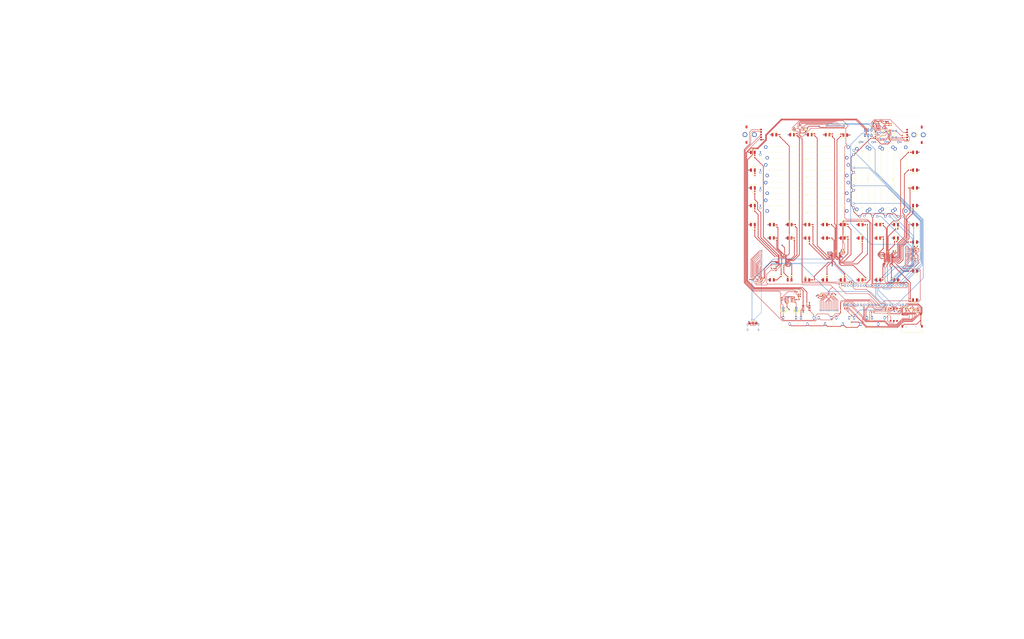
<source format=kicad_pcb>
(kicad_pcb (version 20240108) (generator "pcbnew") (generator_version "8.0")
  (layers (0 "F.Cu" signal) (1 "In1.Cu" power "PWR") (2 "In2.Cu" power "GND") (31 "B.Cu" signal) (34 "B.Paste" user) (35 "F.Paste" user) (36 "B.SilkS" user "B.Silkscreen") (37 "F.SilkS" user "F.Silkscreen") (38 "B.Mask" user) (39 "F.Mask" user) (44 "Edge.Cuts" user))
  (net 0 "")
  (net 1 "Net-(U**1-OUT1)")
  (net 2 "Net-(U**1-OUT2)")
  (net 3 "Net-(A1-ADC_4)")
  (net 4 "MIDI_TX")
  (net 5 "D+")
  (net 6 "Audio_out_1")
  (net 7 "Net-(A1-ADC_3)")
  (net 8 "D-")
  (net 9 "Audio_in_2")
  (net 10 "Net-(A1-ADC_1)")
  (net 11 "SCL")
  (net 13 "GND")
  (net 14 "Net-(A1-DAC_OUT2)")
  (net 15 "Net-(A1-ADC_5)")
  (net 16 "SD_CMD")
  (net 17 "5V")
  (net 20 "SD_CK")
  (net 22 "Net-(A1-ADC_0)")
  (net 23 "MIDI_RX")
  (net 24 "SD_D0")
  (net 26 "Clock_out")
  (net 27 "3V3_D")
  (net 29 "Audio_in_1")
  (net 30 "SD_D3")
  (net 31 "Audio_out_2")
  (net 33 "Net-(A1-ADC_2)")
  (net 36 "SD_D2")
  (net 38 "SD_D1")
  (net 39 "3V3_A")
  (net 40 "SDA")
  (net 41 "Net-(U1B-+)")
  (net 42 "Net-(U1B--)")
  (net 43 "Net-(U4-VREG)")
  (net 44 "Net-(U5-VREG)")
  (net 45 "Net-(U6-VREG)")
  (net 46 "Net-(D1-K)")
  (net 47 "Net-(D1-A)")
  (net 48 "PadL2")
  (net 49 "Pad3")
  (net 50 "PadL4")
  (net 51 "Pad4")
  (net 52 "PadL3")
  (net 53 "Pad2")
  (net 54 "PadL1")
  (net 55 "PadPocket")
  (net 56 "Pad1")
  (net 57 "Pad7")
  (net 58 "PadR3")
  (net 59 "Pad5")
  (net 60 "Pad8")
  (net 61 "PadR4")
  (net 62 "PadR2")
  (net 63 "Pad6")
  (net 64 "PadGroups")
  (net 65 "PadNotes")
  (net 66 "Pad16")
  (net 67 "Pad9")
  (net 68 "Pad11")
  (net 69 "PadPattern")
  (net 70 "Pad10")
  (net 71 "Pad12")
  (net 72 "Pad13")
  (net 73 "Pad14")
  (net 74 "Pad15")
  (net 75 "PadFlow")
  (net 76 "PadEmpty")
  (net 77 "MicR")
  (net 78 "MicL")
  (net 79 "PadSet")
  (net 80 "PadR1")
  (net 81 "PadMod")
  (net 82 "PadAfter")
  (net 83 "PadVelo")
  (net 84 "Net-(LED_1-K)")
  (net 85 "Net-(LED_2-K)")
  (net 86 "Net-(LED_3-K)")
  (net 87 "Net-(LED_4-K)")
  (net 88 "Net-(LED_5-K)")
  (net 89 "Net-(LED_6-K)")
  (net 90 "Net-(LED_7-K)")
  (net 91 "Net-(LED_8-K)")
  (net 92 "Net-(LED_9-K)")
  (net 93 "Net-(LED_10-K)")
  (net 94 "Net-(LED_11-K)")
  (net 95 "Net-(LED_12-K)")
  (net 96 "Net-(LED_13-K)")
  (net 97 "Net-(LED_14-K)")
  (net 98 "Net-(LED_15-K)")
  (net 99 "Net-(LED_16-K)")
  (net 100 "Net-(LED_17-K)")
  (net 101 "Net-(LED_18-K)")
  (net 102 "Net-(LED_19-K)")
  (net 103 "Net-(LED_20-K)")
  (net 104 "Net-(LED_21-K)")
  (net 105 "Net-(LED_22-K)")
  (net 106 "Net-(LED_23-K)")
  (net 107 "Net-(LED_24-K)")
  (net 108 "Net-(LED_25-K)")
  (net 109 "Net-(LED_26-K)")
  (net 110 "Net-(LED_27-K)")
  (net 111 "Net-(LED_28-K)")
  (net 112 "Net-(LED_29-K)")
  (net 113 "Net-(LED_30-K)")
  (net 114 "Net-(LED_31-K)")
  (net 115 "Net-(LED_32-K)")
  (net 116 "Net-(J1-PadR)")
  (net 117 "Net-(J3-PadR)")
  (net 118 "Net-(J3-PadT)")
  (net 119 "/LEDs/LED_1")
  (net 120 "/LEDs/LED_2")
  (net 121 "/LEDs/LED_3")
  (net 122 "Net-(A1-ADC_6)")
  (net 123 "Net-(U4-REXT)")
  (net 124 "Net-(U4-ADDR)")
  (net 125 "Net-(U5-ADDR)")
  (net 126 "Net-(U5-REXT)")
  (net 127 "Net-(U6-ADDR)")
  (net 128 "Net-(U6-REXT)")
  (net 129 "/LEDs/LED_4")
  (net 130 "/LEDs/LED_5")
  (net 131 "/LEDs/LED_6")
  (net 132 "/LEDs/LED_7")
  (net 133 "/LEDs/LED_8")
  (net 134 "/LEDs/LED_9")
  (net 135 "/LEDs/LED_10")
  (net 136 "/LEDs/LED_11")
  (net 137 "/LEDs/LED_12")
  (net 138 "/LEDs/LED_13")
  (net 139 "/LEDs/LED_14")
  (net 140 "/LEDs/LED_15")
  (net 141 "/LEDs/LED_16")
  (net 142 "Net-(C1-Pad2)")
  (net 143 "Net-(C12-Pad2)")
  (net 144 "Net-(U1A-+)")
  (net 145 "Net-(U10-VREG)")
  (net 146 "Net-(C17-Pad1)")
  (net 147 "/Audio_IO/Headphone_Wiper_L")
  (net 148 "Net-(C19-Pad1)")
  (net 149 "/Audio_IO/Headphone_Wiper_R")
  (net 150 "Net-(U**1-BPASS)")
  (net 151 "/Audio_IO/Headphone_Out_L")
  (net 152 "/Audio_IO/Headphone_Out_R")
  (net 153 "SCRATCH")
  (net 154 "POUCH")
  (net 155 "EFFCT")
  (net 156 "COMP")
  (net 159 "Extra1")
  (net 160 "Extra3")
  (net 161 "Extra2")
  (net 162 "SOUND")
  (net 163 "FILT")
  (net 164 "MOD")
  (net 165 "AMP")
  (net 172 "Net-(U9A-+)")
  (net 173 "Net-(U9B-+)")
  (net 181 "Net-(LED_33-K)")
  (net 182 "Net-(LED_34-K)")
  (net 183 "Net-(LED_35-K)")
  (net 184 "Net-(LED_36-K)")
  (net 185 "Net-(LED_37-K)")
  (net 186 "Net-(LED_38-K)")
  (net 187 "Net-(LED_39-K)")
  (net 188 "Net-(LED_40-K)")
  (net 189 "Net-(LED_41-K)")
  (net 190 "Net-(LED_42-K)")
  (net 191 "Net-(VR1-3_2)")
  (net 192 "/LEDs/LED_17")
  (net 193 "/LEDs/LED_18")
  (net 194 "/LEDs/LED_19")
  (net 195 "/LEDs/LED_20")
  (net 196 "/LEDs/LED_21")
  (net 197 "/LEDs/LED_22")
  (net 198 "/LEDs/LED_23")
  (net 199 "/LEDs/LED_24")
  (net 200 "/LEDs/LED_25")
  (net 201 "/LEDs/LED_26")
  (net 202 "/LEDs/LED_27")
  (net 203 "/LEDs/LED_28")
  (net 204 "/LEDs/LED_29")
  (net 205 "/LEDs/LED_30")
  (net 206 "/LEDs/LED_31")
  (net 207 "/LEDs/LED_32")
  (net 208 "Net-(U1A--)")
  (net 209 "Net-(VR1-3_1)")
  (net 210 "/LEDs/LED_33")
  (net 211 "/LEDs/LED_34")
  (net 212 "/LEDs/LED_35")
  (net 213 "/LEDs/LED_36")
  (net 214 "/LEDs/LED_37")
  (net 215 "/LEDs/LED_38")
  (net 216 "/LEDs/LED_39")
  (net 217 "/LEDs/LED_40")
  (net 218 "/LEDs/LED_41")
  (net 219 "/LEDs/LED_42")
  (net 220 "/LEDs/LED_45")
  (net 221 "/LEDs/LED_46")
  (net 222 "/LEDs/LED_47")
  (net 223 "/LEDs/LED_48")
  (net 224 "Net-(U10-ADDR)")
  (net 225 "Net-(U10-REXT)")
  (net 226 "Net-(U**1-IN1)")
  (net 227 "Net-(U**1-IN2)")
  (net 228 "/IO_SDcard/Line_In_R")
  (net 229 "/IO_SDcard/Line_In_L")
  (net 230 "/IO_SDcard/mic_out_L")
  (net 231 "/IO_SDcard/mic_out_R")
  (footprint "Package_DFN_QFN:UQFN-20_3x3mm_P0.4mm" (layer "F.Cu") (at 167.0275 137.525 180)
    (property "Reference" "U10")
    (property "Value" "MPR121QR2")
  )
  (footprint "Resistor_SMD:R_0603_1608Metric" (layer "F.Cu") (at 134.535 183.47)
    (property "Reference" "R3")
    (property "Value" "220R")
  )
  (footprint "Capacitor_SMD:C_0402_1005Metric" (layer "F.Cu") (at 99.59 137.48 180)
    (property "Reference" "C11")
    (property "Value" "0.1uF")
  )
  (footprint "Capacitor_SMD:C_0402_1005Metric" (layer "F.Cu") (at 168.71 134.875)
    (property "Reference" "C15")
    (property "Value" "0.1uF")
  )
  (footprint "Package_DFN_QFN:UQFN-20_3x3mm_P0.4mm" (layer "F.Cu") (at 77.13875 37.78375 90)
    (property "Reference" "U6")
    (property "Value" "MPR121QR2")
  )
  (footprint "Resistor_SMD:R_0603_1608Metric" (layer "F.Cu") (at 163.6 71.425)
    (property "Reference" "R74")
    (property "Value" "150R")
  )
  (footprint "Capacitor_SMD:C_0603_1608Metric" (layer "F.Cu") (at 76.686157 171.18)
    (property "Reference" "C17")
    (property "Value" ".47uF")
  )
  (footprint "LED_SMD:LED_PLCC-2_3.4x3.0mm_AK" (layer "F.Cu") (at 168.000997 128.259084 180)
    (property "Reference" "LED_19")
    (property "Value" "White")
  )
  (footprint "Resistor_SMD:R_0603_1608Metric" (layer "F.Cu") (at 143.705 33.06 180)
    (property "Reference" "R63")
    (property "Value" "100K")
  )
  (footprint "Diode_SMD:D_SOD-323" (layer "F.Cu") (at 146.35 185.57 -90)
    (property "Reference" "D1")
    (property "Value" "1N4148WS")
  )
  (footprint "Resistor_SMD:R_0603_1608Metric" (layer "F.Cu") (at 143 114.395 90)
    (property "Reference" "R49")
    (property "Value" "150R")
  )
  (footprint "Resistor_SMD:R_0603_1608Metric" (layer "F.Cu") (at 147.55 45.945 -90)
    (property "Reference" "R55")
    (property "Value" "2.2K")
  )
  (footprint "soundpad_library:TF-SMD_TF-CARD-H1.8" (layer "F.Cu") (at 165.71 189.66)
    (property "Reference" "TF1")
    (property "Value" "TF-CARD H1.8")
  )
  (footprint "LED_SMD:LED_PLCC-2_3.4x3.0mm_AK" (layer "F.Cu") (at 152.973462 125.070376)
    (property "Reference" "LED_8")
    (property "Value" "White")
  )
  (footprint "Resistor_SMD:R_0603_1608Metric" (layer "F.Cu") (at 163.775 151.2)
    (property "Reference" "R40")
    (property "Value" "150R")
  )
  (footprint "Resistor_SMD:R_0603_1608Metric" (layer "F.Cu") (at 84.62 128.665 90)
    (property "Reference" "R9")
    (property "Value" "150R")
  )
  (footprint "Resistor_SMD:R_0603_1608Metric" (layer "F.Cu") (at 148.17 40.785 90)
    (property "Reference" "R66")
    (property "Value" "75R")
  )
  (footprint "Resistor_SMD:R_0603_1608Metric" (layer "F.Cu") (at 112.38 154.455 -90)
    (property "Reference" "R33")
    (property "Value" "150R")
  )
  (footprint "Potentiometer_THT:Potentiometer_Bourns_PTA6043_Single_Slide" (layer "F.Cu") (at 119.497456 87.243749 180)
    (property "Reference" "RV2")
    (property "Value" "slider3")
  )
  (footprint "Resistor_SMD:R_0603_1608Metric" (layer "F.Cu") (at 62.81 173.066 90)
    (property "Reference" "R98")
    (property "Value" "33K")
  )
  (footprint "LED_SMD:LED_PLCC-2_3.4x3.0mm_AK" (layer "F.Cu") (at 68.985155 158.068264)
    (property "Reference" "LED_10")
    (property "Value" "White")
  )
  (footprint "LED_SMD:LED_PLCC-2_3.4x3.0mm_AK" (layer "F.Cu") (at 110.996675 114.422133)
    (property "Reference" "LED_25")
    (property "Value" "White")
  )
  (footprint "Potentiometer_THT:Potentiometer_Bourns_PTA4543_Single_Slide" (layer "F.Cu") (at 124.501966 107.796442 90)
    (property "Reference" "RV3")
    (property "Value" "sliderA")
  )
  (footprint "Potentiometer_THT:Potentiometer_Bourns_PTA4543_Single_Slide" (layer "F.Cu") (at 134.554366 107.795413 90)
    (property "Reference" "RV6")
    (property "Value" "sliderB")
  )
  (footprint "Resistor_SMD:R_0603_1608Metric" (layer "F.Cu") (at 88.8 43.517985 90)
    (property "Reference" "R79")
    (property "Value" "150R")
  )
  (footprint "LED_SMD:LED_PLCC-2_3.4x3.0mm_AK" (layer "F.Cu") (at 83.009552 125.070376)
    (property "Reference" "LED_3")
    (property "Value" "White")
  )
  (footprint "Resistor_SMD:R_0603_1608Metric" (layer "F.Cu") (at 163.975 85.4)
    (property "Reference" "R75")
    (property "Value" "150R")
  )
  (footprint "Resistor_SMD:R_0603_1608Metric" (layer "F.Cu") (at 110.675 134.49 180)
    (property "Reference" "R38")
    (property "Value" "4.7K")
  )
  (footprint "footprints:CUI_SJ1-3553NG" (layer "F.Cu") (at 96.971157 192.925 90)
    (property "Reference" "J12")
    (property "Value" "Line_Out")
  )
  (footprint "Connector_PinSocket_1.27mm:PinSocket_1x12_P1.27mm_Vertical" (layer "F.Cu") (at 160.44 145.87 180)
    (property "Reference" "J5")
    (property "Value" "Conn_01x12_Socket")
  )
  (footprint "LED_SMD:LED_PLCC-2_3.4x3.0mm_AK" (layer "F.Cu") (at 85 43.5)
    (property "Reference" "LED_40")
    (property "Value" "White")
  )
  (footprint "Resistor_SMD:R_0603_1608Metric" (layer "F.Cu") (at 101.145 114.39 180)
    (property "Reference" "R46")
    (property "Value" "150R")
  )
  (footprint "Resistor_SMD:R_0603_1608Metric" (layer "F.Cu") (at 111.525 136.12 180)
    (property "Reference" "R37")
    (property "Value" "4.7K")
  )
  (footprint "Resistor_SMD:R_0603_1608Metric" (layer "F.Cu") (at 161.195 180.75)
    (property "Reference" "R61")
    (property "Value" "47k")
  )
  (footprint "Capacitor_SMD:C_0402_1005Metric" (layer "F.Cu") (at 138.33 43.5 90)
    (property "Reference" "C1")
    (property "Value" "0.1uF")
  )
  (footprint "Resistor_SMD:R_0603_1608Metric" (layer "F.Cu") (at 162.205 182.43)
    (property "Reference" "R60")
    (property "Value" "47k")
  )
  (footprint "footprints:H11L1STA_EVE" (layer "F.Cu") (at 151.27 185.6252 90)
    (property "Reference" "U2")
    (property "Value" "H11L1S(TA)")
  )
  (footprint "Potentiometer_THT:Potentiometer_Bourns_PTA4543_Single_Slide" (layer "F.Cu") (at 144.609362 107.795724 90)
    (property "Reference" "RV7")
    (property "Value" "sliderC")
  )
  (footprint "Resistor_SMD:R_0603_1608Metric" (layer "F.Cu") (at 170.34 181.185 90)
    (property "Reference" "R57")
    (property "Value" "47k")
  )
  (footprint "Resistor_SMD:R_0603_1608Metric" (layer "F.Cu") (at 73.94 167.48)
    (property "Reference" "R97")
    (property "Value" "22K")
  )
  (footprint "Resistor_SMD:R_0603_1608Metric" (layer "F.Cu") (at 167.465 132.6 -90)
    (property "Reference" "R93")
    (property "Value" "75k")
  )
  (footprint "Package_DFN_QFN:UQFN-20_3x3mm_P0.4mm" (layer "F.Cu") (at 99.811157 171.288657 -90)
    (property "Reference" "U5")
    (property "Value" "MPR121QR2")
  )
  (footprint "Resistor_SMD:R_0603_1608Metric" (layer "F.Cu") (at 48.1425 156.3975 180)
    (property "Reference" "R11")
    (property "Value" "75k")
  )
  (footprint "Resistor_THT:R_Axial_DIN0204_L3.6mm_D1.6mm_P5.08mm_Horizontal" (layer "F.Cu") (at 150.4 40.47 -90)
    (property "Reference" "R70")
    (property "Value" "DI*")
  )
  (footprint "footprints:CUI_SJ1-3553NG" (layer "F.Cu") (at 124.98 193.01 90)
    (property "Reference" "J3")
    (property "Value" "Midi_Out")
  )
  (footprint "LED_SMD:LED_PLCC-2_3.4x3.0mm_AK" (layer "F.Cu") (at 139.007949 125.089853)
    (property "Reference" "LED_7")
    (property "Value" "White")
  )
  (footprint "Resistor_SMD:R_0603_1608Metric" (layer "F.Cu") (at 151.68 135.11 180)
    (property "Reference" "R24")
    (property "Value" "4.7K")
  )
  (footprint "Resistor_SMD:R_0603_1608Metric" (layer "F.Cu") (at 113.245 180.74)
    (property "Reference" "R4")
    (property "Value" "33R")
  )
  (footprint "Connector_PinSocket_1.27mm:PinSocket_1x12_P1.27mm_Vertical" (layer "F.Cu") (at 107.11 182.24 -90)
    (property "Reference" "J6")
    (property "Value" "Conn_01x12_Socket")
  )
  (footprint "Connector_PinSocket_1.27mm:PinSocket_1x12_P1.27mm_Vertical" (layer "F.Cu") (at 46.85 135.2)
    (property "Reference" "J7")
    (property "Value" "Conn_01x12_Socket")
  )
  (footprint "Resistor_SMD:R_0603_1608Metric" (layer "F.Cu") (at 157.97 44.885 -90)
    (property "Reference" "R69")
    (property "Value" "15K")
  )
  (footprint "LED_SMD:LED_PLCC-2_3.4x3.0mm_AK" (layer "F.Cu") (at 71 43.517985)
    (property "Reference" "LED_39")
    (property "Value" "White")
  )
  (footprint "LED_SMD:LED_PLCC-2_3.4x3.0mm_AK" (layer "F.Cu") (at 82.99406 114.422133)
    (property "Reference" "LED_23")
    (property "Value" "White")
  )
  (footprint "LED_SMD:LED_PLCC-2_3.4x3.0mm_AK" (layer "F.Cu") (at 68.985606 125.03142)
    (property "Reference" "LED_2")
    (property "Value" "White")
  )
  (footprint "LED_SMD:LED_PLCC-2_3.4x3.0mm_AK" (layer "F.Cu") (at 112.983996 43.8 180)
    (property "Reference" "LED_42")
    (property "Value" "White")
  )
  (footprint "Resistor_SMD:R_0603_1608Metric" (layer "F.Cu") (at 59.050803 115.534213 90)
    (property "Reference" "R43")
    (property "Value" "150R")
  )
  (footprint "footprints:RK10J12R0A0B" (layer "F.Cu") (at 37.475 43.45 90)
    (property "Reference" "VR2")
    (property "Value" "RK10J12R0A0B" (hide yes))
  )
  (footprint "Resistor_THT:R_Axial_DIN0204_L3.6mm_D1.6mm_P5.08mm_Horizontal" (layer "F.Cu") (at 153.15 45.64 90)
    (property "Reference" "R71")
    (property "Value" "DI*")
  )
  (footprint "Potentiometer_THT:Potentiometer_Bourns_PTA6043_Single_Slide" (layer "F.Cu") (at 119.463367 59.223866 180)
    (property "Reference" "RV4")
    (property "Value" "slider1")
  )
  (footprint "Resistor_SMD:R_0603_1608Metric" (layer "F.Cu") (at 136.67 42.255 90)
    (property "Reference" "R56")
    (property "Value" "75R")
  )
  (footprint "Capacitor_SMD:C_0402_1005Metric" (layer "F.Cu") (at 46.1175 157.9175 -90)
    (property "Reference" "C5")
    (property "Value" "0.1uF")
  )
  (footprint "LED_SMD:LED_PLCC-2_3.4x3.0mm_AK" (layer "F.Cu") (at 39.959783 57.434927)
    (property "Reference" "LED_30")
    (property "Value" "White")
  )
  (footprint "Resistor_SMD:R_0603_1608Metric" (layer "F.Cu") (at 55.805 149.31)
    (property "Reference" "R89")
    (property "Value" "4.7K")
  )
  (footprint "Resistor_SMD:R_0603_1608Metric" (layer "F.Cu") (at 61.24 44.215 90)
    (property "Reference" "R77")
    (property "Value" "150R")
  )
  (footprint "LED_SMD:LED_PLCC-2_3.4x3.0mm_AK" (layer "F.Cu") (at 55.026193 125.00672)
    (property "Reference" "LED_1")
    (property "Value" "White")
  )
  (footprint "LED_SMD:LED_PLCC-2_3.4x3.0mm_AK" (layer "F.Cu") (at 40.0324 85.456185)
    (property "Reference" "LED_32")
    (property "Value" "White")
  )
  (footprint "LED_SMD:LED_PLCC-2_3.4x3.0mm_AK" (layer "F.Cu") (at 96.97624 114.441261)
    (property "Reference" "LED_24")
    (property "Value" "White")
  )
  (footprint "Capacitor_SMD:C_0402_1005Metric" (layer "F.Cu") (at 102.661157 169.126157 -90)
    (property "Reference" "C7")
    (property "Value" "0.1uF")
  )
  (footprint "LED_SMD:LED_PLCC-2_3.4x3.0mm_AK" (layer "F.Cu") (at 167.957769 99.421222 180)
    (property "Reference" "LED_37")
    (property "Value" "White")
  )
  (footprint "LED_SMD:LED_PLCC-2_3.4x3.0mm_AK" (layer "F.Cu") (at 111.018489 125.050898)
    (property "Reference" "LED_5")
    (property "Value" "White")
  )
  (footprint "Resistor_SMD:R_0603_1608Metric" (layer "F.Cu") (at 108.965 161.17 180)
    (property "Reference" "R99")
    (property "Value" "10k")
  )
  (footprint "LED_SMD:LED_PLCC-2_3.4x3.0mm_AK" (layer "F.Cu") (at 167.989527 57.401234 180)
    (property "Reference" "LED_34")
    (property "Value" "White")
  )
  (footprint "Resistor_SMD:R_0603_1608Metric" (layer "F.Cu") (at 58.23 149.925 90)
    (property "Reference" "R88")
    (property "Value" "4.7K")
  )
  (footprint "Resistor_SMD:R_0603_1608Metric" (layer "F.Cu") (at 143.026193 125.00672 90)
    (property "Reference" "R27")
    (property "Value" "150R")
  )
  (footprint "LED_SMD:LED_PLCC-2_3.4x3.0mm_AK" (layer "F.Cu") (at 168.025233 151.096268 180)
    (property "Reference" "LED_18")
    (property "Value" "White")
  )
  (footprint "LED_SMD:LED_PLCC-2_3.4x3.0mm_AK" (layer "F.Cu") (at 99.016927 43.517985)
    (property "Reference" "LED_41")
    (property "Value" "White")
  )
  (footprint "Package_SO:TSSOP-28_4.4x9.7mm_P0.65mm" (layer "F.Cu") (at 105.5625 141.1)
    (property "Reference" "U7")
    (property "Value" "PCA9685PW")
  )
  (footprint "LED_SMD:LED_PLCC-2_3.4x3.0mm_AK" (layer "F.Cu") (at 69.031007 114.422133)
    (property "Reference" "LED_22")
    (property "Value" "White")
  )
  (footprint "Resistor_SMD:R_0603_1608Metric" (layer "F.Cu") (at 163.975 114.4)
    (property "Reference" "R51")
    (property "Value" "150R")
  )
  (footprint "Resistor_SMD:R_0603_1608Metric" (layer "F.Cu") (at 126.34 128.685 90)
    (property "Reference" "R26")
    (property "Value" "150R")
  )
  (footprint "Capacitor_SMD:C_0402_1005Metric" (layer "F.Cu") (at 141.37 138.01 180)
    (property "Reference" "C10")
    (property "Value" "0.1uF")
  )
  (footprint "Capacitor_SMD:C_0603_1608Metric" (layer "F.Cu") (at 140.315 33.05 180)
    (property "Reference" "C2")
    (property "Value" "10uF")
  )
  (footprint "LED_SMD:LED_PLCC-2_3.4x3.0mm_AK" (layer "F.Cu") (at 168.013171 85.44132 180)
    (property "Reference" "LED_36")
    (property "Value" "White")
  )
  (footprint "Module:Electrosmith_Daisy_Seed" (layer "F.Cu") (at 112.69 177.815 90)
    (property "Reference" "A1")
    (property "Value" "Electrosmith_Daisy_Seed_Rev4")
  )
  (footprint "Capacitor_SMD:C_0603_1608Metric" (layer "F.Cu") (at 149.09 35.325 -90)
    (property "Reference" "C13")
    (property "Value" "10uF")
  )
  (footprint "Resistor_SMD:R_0603_1608Metric" (layer "F.Cu") (at 129.021603 157.215 -90)
    (property "Reference" "R34")
    (property "Value" "150R")
  )
  (footprint "Resistor_SMD:R_0603_1608Metric" (layer "F.Cu") (at 41.5 89.175 90)
    (property "Reference" "R54")
    (property "Value" "150R")
  )
  (footprint "LED_SMD:LED_PLCC-2_3.4x3.0mm_AK" (layer "F.Cu") (at 152.983775 158.095281 180)
    (property "Reference" "LED_16")
    (property "Value" "White")
  )
  (footprint "Resistor_SMD:R_0603_1608Metric" (layer "F.Cu") (at 73.64 115.255 90)
    (property "Reference" "R44")
    (property "Value" "150R")
  )
  (footprint "Resistor_SMD:R_0603_1608Metric" (layer "F.Cu") (at 75.565 173.63)
    (property "Reference" "R94")
    (property "Value" "22K")
  )
  (footprint "Resistor_SMD:R_0603_1608Metric" (layer "F.Cu") (at 168.015 181.94 180)
    (property "Reference" "R58")
    (property "Value" "47k")
  )
  (footprint "Capacitor_SMD:C_0402_1005Metric" (layer "F.Cu") (at 147.9 43.05)
    (property "Reference" "C12")
    (property "Value" "0.1uF")
  )
  (footprint "LED_SMD:LED_PLCC-2_3.4x3.0mm_AK" (layer "F.Cu") (at 138.963783 158.087346)
    (property "Reference" "LED_15")
    (property "Value" "White")
  )
  (footprint "LED_SMD:LED_PLCC-2_3.4x3.0mm_AK" (layer "F.Cu") (at 55.034258 114.450179)
    (property "Reference" "LED_21")
    (property "Value" "White")
  )
  (footprint "footprints:CUI_SJ1-3553NG" (layer "F.Cu") (at 111 193.025 90)
    (property "Reference" "J10")
    (property "Value" "Clock_Out")
  )
  (footprint "Resistor_SMD:R_0603_1608Metric" (layer "F.Cu") (at 117.095 159.85 180)
    (property "Reference" "R96")
    (property "Value" "10k")
  )
  (footprint "Resistor_SMD:R_0603_1608Metric" (layer "F.Cu") (at 149.36 157.265 -90)
    (property "Reference" "R36")
    (property "Value" "150R")
  )
  (footprint "Connector_PinSocket_1.27mm:PinSocket_1x12_P1.27mm_Vertical" (layer "F.Cu") (at 98.11 36.5 90)
    (property "Reference" "J15")
    (property "Value" "Conn_01x12_Socket")
  )
  (footprint "Resistor_SMD:R_0603_1608Metric" (layer "F.Cu") (at 73.315 174.76 90)
    (property "Reference" "R95")
    (property "Value" "33K")
  )
  (footprint "Capacitor_SMD:C_0402_1005Metric" (layer "F.Cu") (at 167.98 141.69 90)
    (property "Reference" "C16")
    (property "Value" "0.1uF")
  )
  (footprint "Resistor_SMD:R_0603_1608Metric" (layer "F.Cu") (at 134.96 36.005 90)
    (property "Reference" "R67")
    (property "Value" "100K")
  )
  (footprint "Resistor_SMD:R_0603_1608Metric" (layer "F.Cu") (at 145.835 41.12)
    (property "Reference" "R1")
    (property "Value" "15K")
  )
  (footprint "Capacitor_SMD:C_0402_1005Metric" (layer "F.Cu") (at 147.12 180.64 90)
    (property "Reference" "C3")
    (property "Value" "0.1uF")
  )
  (footprint "LED_SMD:LED_PLCC-2_3.4x3.0mm_AK" (layer "F.Cu") (at 110.960707 158.073058)
    (property "Reference" "LED_13")
    (property "Value" "White")
  )
  (footprint "Resistor_SMD:R_0603_1608Metric" (layer "F.Cu") (at 58.86 125.895 90)
    (property "Reference" "R7")
    (property "Value" "150R")
  )
  (footprint "LED_SMD:LED_PLCC-2_3.4x3.0mm_AK" (layer "F.Cu") (at 39.991029 114.446175)
    (property "Reference" "LED_20")
    (property "Value" "White")
  )
  (footprint "Package_SO:TSSOP-28_4.4x9.7mm_P0.65mm" (layer "F.Cu") (at 146.9 141.55)
    (property "Reference" "U3")
    (property "Value" "PCA9685PW")
  )
  (footprint "Resistor_SMD:R_0603_1608Metric" (layer "F.Cu") (at 87.696603 158.030175 180)
    (property "Reference" "R31")
    (property "Value" "150R")
  )
  (footprint "Resistor_SMD:R_0603_1608Metric" (layer "F.Cu") (at 163.575 128.2)
    (property "Reference" "R41")
    (property "Value" "150R")
  )
  (footprint "Capacitor_SMD:C_0402_1005Metric" (layer "F.Cu") (at 67.245 176.56 180)
    (property "Reference" "C18")
    (property "Value" "0.1uF")
  )
  (footprint "Resistor_SMD:R_0603_1608Metric" (layer "F.Cu") (at 41.62 74.985 90)
    (property "Reference" "R53")
    (property "Value" "150R")
  )
  (footprint "footprints:CUI_SJ1-3553NG" (layer "F.Cu") (at 83 193.025 90)
    (property "Reference" "J11")
    (property "Value" "Line_In")
  )
  (footprint "LED_SMD:LED_PLCC-2_3.4x3.0mm_AK" (layer "F.Cu") (at 153.022093 114.419389)
    (property "Reference" "LED_28")
    (property "Value" "White")
  )
  (footprint "LED_SMD:LED_PLCC-2_3.4x3.0mm_AK" (layer "F.Cu") (at 167.90241 173.938671 180)
    (property "Reference" "LED_17")
    (property "Value" "White")
  )
  (footprint "footprints:CUI_SJ1-3553NG" (layer "F.Cu") (at 139 193.025 90)
    (property "Reference" "J1")
    (property "Value" "Midi_In")
  )
  (footprint "Resistor_SMD:R_0603_1608Metric" (layer "F.Cu") (at 91.64 170.951157 -90)
    (property "Reference" "R18")
    (property "Value" "75k")
  )
  (footprint "Resistor_SMD:R_0603_1608Metric" (layer "F.Cu") (at 41.5 117.825 90)
    (property "Reference" "R42")
    (property "Value" "150R")
  )
  (footprint "Resistor_SMD:R_0402_1005Metric" (layer "F.Cu") (at 170.84 134.3 -90)
    (property "Reference" "R91")
    (property "Value" "100k")
  )
  (footprint "LED_SMD:LED_PLCC-2_3.4x3.0mm_AK" (layer "F.Cu") (at 56.984258 43.493516)
    (property "Reference" "LED_38")
    (property "Value" "White")
  )
  (footprint "Resistor_SMD:R_0603_1608Metric" (layer "F.Cu") (at 70.47 154.585 -90)
    (property "Reference" "R30")
    (property "Value" "150R")
  )
  (footprint "Resistor_SMD:R_0603_1608Metric" (layer "F.Cu") (at 164.05 173.875 -90)
    (property "Reference" "R39")
    (property "Value" "150R")
  )
  (footprint "Resistor_SMD:R_0603_1608Metric" (layer "F.Cu") (at 136.985 32.78 180)
    (property "Reference" "R62")
    (property "Value" "100K")
  )
  (footprint "Resistor_THT:R_Axial_DIN0204_L3.6mm_D1.6mm_P5.08mm_Horizontal" (layer "F.Cu") (at 140.84 41.82 -90)
    (property "Reference" "R2")
    (property "Value" "DI*")
  )
  (footprint "LED_SMD:LED_PLCC-2_3.4x3.0mm_AK" (layer "F.Cu") (at 124.984003 125.070376)
    (property "Reference" "LED_6")
    (property "Value" "White")
  )
  (footprint "Resistor_SMD:R_0603_1608Metric" (layer "F.Cu") (at 129.675 114.55 180)
    (property "Reference" "R48")
    (property "Value" "150R")
  )
  (footprint "Capacitor_SMD:C_0402_1005Metric" (layer "F.Cu") (at 72.84 172.24 90)
    (property "Reference" "C23")
    (property "Value" "0.1uF")
  )
  (footprint "Resistor_SMD:R_0603_1608Metric" (layer "F.Cu") (at 98.49 154.585 -90)
    (property "Reference" "R32")
    (property "Value" "150R")
  )
  (footprint "Resistor_THT:R_Axial_DIN0204_L3.6mm_D1.6mm_P5.08mm_Horizontal" (layer "F.Cu") (at 143.15 46.93 90)
    (property "Reference" "R64")
    (property "Value" "DI*")
  )
  (footprint "Package_SO:TSSOP-28_4.4x9.7mm_P0.65mm" (layer "F.Cu") (at 63.2375 142.575 180)
    (property "Reference" "U8")
    (property "Value" "PCA9685PW")
  )
  (footprint "Resistor_SMD:R_0603_1608Metric" (layer "F.Cu") (at 147.33 35.295 -90)
    (property "Reference" "R68")
    (property "Value" "100K")
  )
  (footprint "Resistor_SMD:R_0603_1608Metric" (layer "F.Cu") (at 115.026193 125.00672 90)
    (property "Reference" "R25")
    (property "Value" "150R")
  )
  (footprint "Resistor_SMD:R_0603_1608Metric" (layer "F.Cu") (at 102.8 43.625 90)
    (property "Reference" "R80")
    (property "Value" "150R")
  )
  (footprint "LED_SMD:LED_PLCC-2_3.4x3.0mm_AK" (layer "F.Cu") (at 97.033065 125.050898)
    (property "Reference" "LED_4")
    (property "Value" "White")
  )
  (footprint "Capacitor_SMD:C_0402_1005Metric" (layer "F.Cu") (at 72.09935 39.14625 90)
    (property "Reference" "C9")
    (property "Value" "0.1uF")
  )
  (footprint "Package_SO:SOIC-8_3.9x4.9mm_P1.27mm" (layer "F.Cu") (at 141.745 36.735 180)
    (property "Reference" "U1")
    (property "Value" "MCP6002-xSN")
  )
  (footprint "Resistor_SMD:R_0402_1005Metric" (layer "F.Cu") (at 44.7675 159.7975 180)
    (property "Reference" "R12")
    (property "Value" "100k")
  )
  (footprint "Potentiometer_THT:Potentiometer_Bourns_PTA6043_Single_Slide" (layer "F.Cu") (at 119.475508 73.254725 180)
    (property "Reference" "RV1")
    (property "Value" "slider2")
  )
  (footprint "Resistor_SMD:R_0603_1608Metric" (layer "F.Cu") (at 41.49 60.785 90)
    (property "Reference" "R52")
    (property "Value" "150R")
  )
  (footprint "Capacitor_SMD:C_0402_1005Metric" (layer "F.Cu") (at 39.7295 157.8165)
    (property "Reference" "C4")
    (property "Value" "0.1uF")
  )
  (footprint "LED_SMD:LED_PLCC-2_3.4x3.0mm_AK" (layer "F.Cu") (at 96.951477 158.097702)
    (property "Reference" "LED_12")
    (property "Value" "White")
  )
  (footprint "Resistor_SMD:R_0603_1608Metric" (layer "F.Cu") (at 166.46 102.98 90)
    (property "Reference" "R76")
    (property "Value" "150R")
  )
  (footprint "Resistor_SMD:R_0603_1608Metric" (layer "F.Cu") (at 153.45 117.95)
    (property "Reference" "R50")
    (property "Value" "150R")
  )
  (footprint "LED_SMD:LED_PLCC-2_3.4x3.0mm_AK" (layer "F.Cu") (at 167.989527 71.436949 180)
    (property "Reference" "LED_35")
    (property "Value" "White")
  )
  (footprint "Connector_USB:USB_C_Receptacle_HRO_TYPE-C-31-M-12" (layer "F.Cu") (at 40.123591 196.407)
    (property "Reference" "USBC1")
    (property "Value" "TYPE-C-31-M-12")
  )
  (footprint "Capacitor_SMD:C_0402_1005Metric" (layer "F.Cu") (at 68.36 146.18)
    (property "Reference" "C14")
    (property "Value" "0.1uF")
  )
  (footprint "Resistor_SMD:R_0603_1608Metric" (layer "F.Cu") (at 74.8 43.425 90)
    (property "Reference" "R78")
    (property "Value" "150R")
  )
  (footprint "Resistor_SMD:R_0603_1608Metric" (layer "F.Cu") (at 72.75 125.885 90)
    (property "Reference" "R8")
    (property "Value" "150R")
  )
  (footprint "Capacitor_THT:CP_Radial_D5.0mm_P2.00mm" (layer "F.Cu") (at 64.008 180.34 -90)
    (property "Reference" "C21")
    (property "Value" "220UF PANASONIC D8")
  )
  (footprint "LED_SMD:LED_PLCC-2_3.4x3.0mm_AK" (layer "F.Cu") (at 168.008227 114.474607 180)
    (property "Reference" "LED_29")
    (property "Value" "White")
  )
  (footprint "Resistor_SMD:R_0603_1608Metric" (layer "F.Cu") (at 87.4 115.225 90)
    (property "Reference" "R45")
    (property "Value" "150R")
  )
  (footprint "LED_SMD:LED_PLCC-2_3.4x3.0mm_AK" (layer "F.Cu") (at 40.025952 99.444637)
    (property "Reference" "LED_33")
    (property "Value" "White")
  )
  (footprint "Package_SO:SOIC-8_3.9x4.9mm_P1.27mm" (layer "F.Cu") (at 68.315 173.345 180)
    (property "Reference" "U**1")
    (property "Value" "LM4881MX SOIC-8")
  )
  (footprint "footprints:CUI_SJ1-3553NG" (layer "F.Cu") (at 68.971157 192.925 90)
    (property "Reference" "J4")
    (property "Value" "Headphone_Out")
  )
  (footprint "Resistor_SMD:R_0603_1608Metric" (layer "F.Cu") (at 152.305 136.5 180)
    (property "Reference" "R10")
    (property "Value" "4.7K")
  )
  (footprint "footprints:RK10J12R0A0B" (layer "F.Cu") (at 170.775 43.575 -90)
    (property "Reference" "VR1")
    (property "Value" "RK10J12R0A0B" (hide yes))
  )
  (footprint "LED_SMD:LED_PLCC-2_3.4x3.0mm_AK" (layer "F.Cu") (at 125.09362 114.460388)
    (property "Reference" "LED_26")
    (property "Value" "White")
  )
  (footprint "soundpad_library:Toggle Submini DPDT Prongs" (layer "F.Cu") (at 131 42 -90)
    (property "Reference" "SW1")
    (property "Value" "SW_DPDT_x2")
  )
  (footprint "Resistor_SMD:R_0603_1608Metric" (layer "F.Cu") (at 41.5 103 90)
    (property "Reference" "R72")
    (property "Value" "150R")
  )
  (footprint "LED_SMD:LED_PLCC-2_3.4x3.0mm_AK" (layer "F.Cu") (at 55.001994 158.097702)
    (property "Reference" "LED_9")
    (property "Value" "White")
  )
  (footprint "Resistor_SMD:R_0603_1608Metric" (layer "F.Cu") (at 152.625 127.9)
    (property "Reference" "R28")
    (property "Value" "150R")
  )
  (footprint "LED_SMD:LED_PLCC-2_3.4x3.0mm_AK" (layer "F.Cu") (at 82.983035 158.097702)
    (property "Reference" "LED_11")
    (property "Value" "White")
  )
  (footprint "Resistor_SMD:R_0603_1608Metric" (layer "F.Cu") (at 62.32 154.625 -90)
    (property "Reference" "R29")
    (property "Value" "150R")
  )
  (footprint "Capacitor_SMD:C_0402_1005Metric" (layer "F.Cu") (at 79.80375 39.29625 -90)
    (property "Reference" "C8")
    (property "Value" "0.1uF")
  )
  (footprint "LED_SMD:LED_PLCC-2_3.4x3.0mm_AK" (layer "F.Cu") (at 139.046566 114.458448)
    (property "Reference" "LED_27")
    (property "Value" "White")
  )
  (footprint "Resistor_SMD:R_0603_1608Metric" (layer "F.Cu") (at 142.59 157.215 -90)
    (property "Reference" "R35")
    (property "Value" "150R")
  )
  (footprint "Resistor_SMD:R_0603_1608Metric" (layer "F.Cu") (at 109.4 43.825 90)
    (property "Reference" "R81")
    (property "Value" "150R")
  )
  (footprint "Resistor_SMD:R_0603_1608Metric" (layer "F.Cu") (at 165.335 180.38 180)
    (property "Reference" "R59")
    (property "Value" "47k")
  )
  (footprint "Capacitor_THT:CP_Radial_D5.0mm_P2.00mm" (layer "F.Cu") (at 74.168 180.372 -90)
    (property "Reference" "C20")
    (property "Value" "220UF PANASONIC D8")
  )
  (footprint "Resistor_SMD:R_0603_1608Metric" (layer "F.Cu") (at 101.425 125.08 180)
    (property "Reference" "R23")
    (property "Value" "150R")
  )
  (footprint "LED_SMD:LED_PLCC-2_3.4x3.0mm_AK" (layer "F.Cu") (at 40.010987 71.439653)
    (property "Reference" "LED_31")
    (property "Value" "White")
  )
  (footprint "Resistor_SMD:R_0603_1608Metric" (layer "F.Cu") (at 115.050803 115.034213 90)
    (property "Reference" "R47")
    (property "Value" "150R")
  )
  (footprint "Potentiometer_THT:Potentiometer_Bourns_PTA4543_Single_Slide" (layer "F.Cu") (at 154.678676 107.801801 90)
    (property "Reference" "RV9")
    (property "Value" "sliderD")
  )
  (footprint "Resistor_SMD:R_0402_1005Metric" (layer "F.Cu") (at 78.77875 42.15625 180)
    (property "Reference" "R20")
    (property "Value" "100k")
  )
  (footprint "Resistor_SMD:R_0603_1608Metric" (layer "F.Cu") (at 163.625 57.425)
    (property "Reference" "R73")
    (property "Value" "150R")
  )
  (footprint "Capacitor_SMD:C_0603_1608Metric" (layer "F.Cu") (at 76.665 169.53)
    (property "Reference" "C19")
    (property "Value" ".47uF")
  )
  (footprint "Package_SO:SOIC-8_3.9x4.9mm_P1.27mm" (layer "F.Cu") (at 82.145 180.245)
    (property "Reference" "U9")
    (property "Value" "MCP6002-xSN")
  )
  (footprint "Package_DFN_QFN:UQFN-20_3x3mm_P0.4mm" (layer "F.Cu") (at 43.4175 156.135 90)
    (property "Reference" "U4")
    (property "Value" "MPR121QR2")
  )
  (footprint "Potentiometer_THT:Potentiometer_Bourns_PTA6043_Single_Slide" (layer "F.Cu") (at 119.467186 101.247956 180)
    (property "Reference" "RV5")
    (property "Value" "slider4")
  )
  (footprint "Resistor_SMD:R_0402_1005Metric" (layer "F.Cu") (at 93.261157 170.351157 90)
    (property "Reference" "R16")
    (property "Value" "100k")
  )
  (footprint "Resistor_SMD:R_0603_1608Metric" (layer "F.Cu") (at 144.72 181.175 90)
    (property "Reference" "R5")
    (property "Value" "10R")
  )
  (footprint "Resistor_SMD:R_0603_1608Metric" (layer "F.Cu") (at 82.07875 38.24625 180)
    (property "Reference" "R22")
    (property "Value" "75k")
  )
  (footprint "Resistor_SMD:R_0603_1608Metric" (layer "F.Cu") (at 136.73 45.635 -90)
    (property "Reference" "R65")
    (property "Value" "2.2K")
  )
  (footprint "Capacitor_SMD:C_0402_1005Metric" (layer "F.Cu") (at 95.481157 169.426157)
    (property "Reference" "C6")
    (property "Value" "0.1uF")
  )
  (footprint "Resistor_SMD:R_0603_1608Metric" (layer "F.Cu") (at 155.91 181.565 90)
    (property "Reference" "R6")
    (property "Value" "270R")
  )
  (footprint "LED_SMD:LED_PLCC-2_3.4x3.0mm_AK" (layer "F.Cu") (at 124.99082 158.101633)
    (property "Reference" "LED_14")
    (property "Value" "White")
  )
  (gr_rect (start 32 29.5) (end 176 197.5) (stroke (width 0.05)) (fill none) (layer "Edge.Cuts"))
  (segment (start 73.21 175.48) (end 73.315 175.585) (width 0.3) (layer "F.Cu") (net 1))
  (segment (start 74.168 180.372) (end 74.168 176.438) (width 0.3) (layer "F.Cu") (net 1))
  (segment (start 71.02 175.48) (end 73.21 175.48) (width 0.3) (layer "F.Cu") (net 1))
  (segment (start 74.168 176.438) (end 73.315 175.585) (width 0.3) (layer "F.Cu") (net 1))
  (segment (start 70.79 175.25) (end 71.02 175.48) (width 0.3) (layer "F.Cu") (net 1))
  (segment (start 62.81 173.891) (end 65.751 173.891) (width 0.3) (layer "F.Cu") (net 2))
  (segment (start 65.751 173.891) (end 65.84 173.98) (width 0.3) (layer "F.Cu") (net 2))
  (segment (start 62.81 177.051) (end 64.008 178.249) (width 0.3) (layer "F.Cu") (net 2))
  (segment (start 62.81 173.891) (end 62.81 177.051) (width 0.3) (layer "F.Cu") (net 2))
  (segment (start 64.008 178.249) (end 64.008 180.34) (width 0.3) (layer "F.Cu") (net 2))
  (segment (start 166.44 123.02) (end 149.02 105.6) (width 0.3) (layer "B.Cu") (net 3))
  (segment (start 130.198408 105.6) (end 128.001966 107.796442) (width 0.3) (layer "B.Cu") (net 3))
  (segment (start 161.617106 150.71) (end 166.44 145.887106) (width 0.3) (layer "B.Cu") (net 3))
  (segment (start 166.44 145.887106) (end 166.44 123.02) (width 0.3) (layer "B.Cu") (net 3))
  (segment (start 159.145788 150.71) (end 161.617106 150.71) (width 0.3) (layer "B.Cu") (net 3))
  (segment (start 149.02 105.6) (end 130.198408 105.6) (width 0.3) (layer "B.Cu") (net 3))
  (segment (start 148.25 161.605788) (end 159.145788 150.71) (width 0.3) (layer "B.Cu") (net 3))
  (segment (start 148.25 162.575) (end 148.25 161.605788) (width 0.3) (layer "B.Cu") (net 3))
  (segment (start 145.74 179.94825) (end 145.71175 179.92) (width 0.3) (layer "F.Cu") (net 4))
  (segment (start 145.71175 177.815) (end 145.71175 179.92) (width 0.3) (layer "F.Cu") (net 4))
  (segment (start 145.75 180.19) (end 145.74 180.18) (width 0.3) (layer "F.Cu") (net 4))
  (segment (start 144.72 180.35) (end 145.59 180.35) (width 0.3) (layer "F.Cu") (net 4))
  (segment (start 145.74 180.18) (end 145.74 179.94825) (width 0.3) (layer "F.Cu") (net 4))
  (segment (start 145.59 180.35) (end 145.75 180.19) (width 0.3) (layer "F.Cu") (net 4))
  (segment (start 39.873591 193.337) (end 39.923591 193.387) (width 0.2) (layer "F.Cu") (net 5))
  (segment (start 40.648591 193.387) (end 40.873591 193.162) (width 0.2) (layer "F.Cu") (net 5))
  (segment (start 39.923591 193.387) (end 40.648591 193.387) (width 0.2) (layer "F.Cu") (net 5))
  (segment (start 40.873591 189.583591) (end 40.86 189.57) (width 0.2) (layer "F.Cu") (net 5))
  (segment (start 40.873591 193.162) (end 40.873591 192.362) (width 0.2) (layer "F.Cu") (net 5))
  (segment (start 40.873591 192.362) (end 40.873591 189.583591) (width 0.2) (layer "F.Cu") (net 5))
  (segment (start 39.873591 192.362) (end 39.873591 193.337) (width 0.2) (layer "F.Cu") (net 5))
  (via (at 40.86 189.57) (size 0.7) (drill 0.3) (layers "F.Cu" "B.Cu") (net 5))
  (segment (start 40.86 189.57) (end 46.753198 183.676802) (width 0.2) (layer "B.Cu") (net 5))
  (segment (start 53.746396 144.76) (end 102.495 144.76) (width 0.2) (layer "B.Cu") (net 5))
  (segment (start 102.495 144.76) (end 120.31 162.575) (width 0.2) (layer "B.Cu") (net 5))
  (segment (start 46.753198 183.676802) (end 46.753198 151.753198) (width 0.2) (layer "B.Cu") (net 5))
  (segment (start 46.753198 151.753198) (end 53.746396 144.76) (width 0.2) (layer "B.Cu") (net 5))
  (segment (start 88.89 189.93) (end 89.63 189.19) (width 0.3) (layer "F.Cu") (net 6))
  (segment (start 108.01 184.87) (end 108.93 183.95) (width 0.3) (layer "F.Cu") (net 6))
  (segment (start 155.6 184.45) (end 156.82 183.23) (width 0.3) (layer "F.Cu") (net 6))
  (segment (start 61.985 168.355) (end 61.985 188.063412) (width 0.3) (layer "F.Cu") (net 6))
  (segment (start 101.971157 187.925) (end 105.026157 184.87) (width 0.3) (layer "F.Cu") (net 6))
  (segment (start 134.29 178.49) (end 136.981145 181.181145) (width 0.3) (layer "F.Cu") (net 6))
  (segment (start 61.985 188.063412) (end 62.946157 187.102255) (width 0.3) (layer "F.Cu") (net 6))
  (segment (start 62.946157 189.024569) (end 63.851588 189.93) (width 0.3) (layer "F.Cu") (net 6))
  (segment (start 148.85 184.45) (end 155.6 184.45) (width 0.3) (layer "F.Cu") (net 6))
  (segment (start 60.57 166.94) (end 61.985 168.355) (width 0.3) (layer "F.Cu") (net 6))
  (segment (start 90.975215 184.975215) (end 91.080431 184.87) (width 0.3) (layer "F.Cu") (net 6))
  (segment (start 39.82 40.87) (end 38.36 42.33) (width 0.3) (layer "F.Cu") (net 6))
  (segment (start 45.895 40.87) (end 39.82 40.87) (width 0.3) (layer "F.Cu") (net 6))
  (segment (start 38.36 50.627106) (end 33.53 55.457106) (width 0.3) (layer "F.Cu") (net 6))
  (segment (start 38.36 42.33) (end 38.36 50.627106) (width 0.3) (layer "F.Cu") (net 6))
  (segment (start 99.021372 184.975215) (end 101.971157 187.925) (width 0.3) (layer "F.Cu") (net 6))
  (segment (start 90.975215 184.975215) (end 99.021372 184.975215) (width 0.3) (layer "F.Cu") (net 6))
  (segment (start 46.475 41.45) (end 45.895 40.87) (width 0.3) (layer "F.Cu") (net 6))
  (segment (start 33.53 55.457106) (end 33.53 160.107107) (width 0.3) (layer "F.Cu") (net 6))
  (segment (start 108.93 183.95) (end 108.93 175.35) (width 0.3) (layer "F.Cu") (net 6))
  (segment (start 110.03 174.25) (end 132.1 174.25) (width 0.3) (layer "F.Cu") (net 6))
  (segment (start 134.29 176.44) (end 134.29 178.49) (width 0.3) (layer "F.Cu") (net 6))
  (segment (start 63.851588 189.93) (end 88.89 189.93) (width 0.3) (layer "F.Cu") (net 6))
  (segment (start 62.946157 187.102255) (end 62.946157 189.024569) (width 0.3) (layer "F.Cu") (net 6))
  (segment (start 89.63 186.32043) (end 90.975215 184.975215) (width 0.3) (layer "F.Cu") (net 6))
  (segment (start 89.63 189.19) (end 89.63 186.32043) (width 0.3) (layer "F.Cu") (net 6))
  (segment (start 132.1 174.25) (end 134.29 176.44) (width 0.3) (layer "F.Cu") (net 6))
  (segment (start 108.93 175.35) (end 110.03 174.25) (width 0.3) (layer "F.Cu") (net 6))
  (segment (start 33.53 160.107107) (end 40.362893 166.94) (width 0.3) (layer "F.Cu") (net 6))
  (segment (start 105.026157 184.87) (end 108.01 184.87) (width 0.3) (layer "F.Cu") (net 6))
  (segment (start 156.82 183.23) (end 156.82 178.765) (width 0.3) (layer "F.Cu") (net 6))
  (segment (start 136.981145 181.181145) (end 145.581145 181.181145) (width 0.3) (layer "F.Cu") (net 6))
  (segment (start 40.362893 166.94) (end 60.57 166.94) (width 0.3) (layer "F.Cu") (net 6))
  (segment (start 156.82 178.765) (end 155.87 177.815) (width 0.3) (layer "F.Cu") (net 6))
  (segment (start 145.581145 181.181145) (end 148.85 184.45) (width 0.3) (layer "F.Cu") (net 6))
  (segment (start 150.79 160.48) (end 150.79 162.575) (width 0.3) (layer "B.Cu") (net 7))
  (segment (start 119.467186 97.747956) (end 158.173744 97.747956) (width 0.3) (layer "B.Cu") (net 7))
  (segment (start 159.56 151.71) (end 150.79 160.48) (width 0.3) (layer "B.Cu") (net 7))
  (segment (start 158.173744 97.747956) (end 171.99 111.564212) (width 0.3) (layer "B.Cu") (net 7))
  (segment (start 171.99 111.564212) (end 171.99 141.75132) (width 0.3) (layer "B.Cu") (net 7))
  (segment (start 162.03132 151.71) (end 159.56 151.71) (width 0.3) (layer "B.Cu") (net 7))
  (segment (start 171.99 141.75132) (end 162.03132 151.71) (width 0.3) (layer "B.Cu") (net 7))
  (segment (start 40.373591 191.337) (end 40.323591 191.287) (width 0.3) (layer "F.Cu") (net 8))
  (segment (start 40.323591 191.287) (end 39.375 191.287) (width 0.3) (layer "F.Cu") (net 8))
  (segment (start 39.373591 191.532) (end 39.373591 192.362) (width 0.3) (layer "F.Cu") (net 8))
  (segment (start 39.375 191.287) (end 39.373591 191.288409) (width 0.3) (layer "F.Cu") (net 8))
  (segment (start 39.373591 191.288409) (end 39.3 191.214818) (width 0.3) (layer "F.Cu") (net 8))
  (segment (start 39.373591 191.288409) (end 39.373591 191.532) (width 0.3) (layer "F.Cu") (net 8))
  (segment (start 39.3 191.214818) (end 39.3 189.28) (width 0.3) (layer "F.Cu") (net 8))
  (segment (start 40.373591 192.362) (end 40.373591 191.337) (width 0.3) (layer "F.Cu") (net 8))
  (via (at 39.3 189.28) (size 0.7) (drill 0.3) (layers "F.Cu" "B.Cu") (net 8))
  (segment (start 56.26 141.61) (end 101.885 141.61) (width 0.3) (layer "B.Cu") (net 8))
  (segment (start 39.3 158.57) (end 56.26 141.61) (width 0.3) (layer "B.Cu") (net 8))
  (segment (start 101.885 141.61) (end 122.85 162.575) (width 0.3) (layer "B.Cu") (net 8))
  (segment (start 39.3 189.28) (end 39.3 158.57) (width 0.3) (layer "B.Cu") (net 8))
  (segment (start 131 44) (end 131 49.75) (width 0.3) (layer "B.Cu") (net 9))
  (segment (start 131 49.75) (end 136.475 55.225) (width 0.3) (layer "B.Cu") (net 9))
  (segment (start 136.475 55.225) (end 136.475 72.5686) (width 0.3) (layer "B.Cu") (net 9))
  (segment (start 174.47 110.5636) (end 174.47 156.675) (width 0.3) (layer "B.Cu") (net 9))
  (segment (start 174.47 156.675) (end 153.33 177.815) (width 0.3) (layer "B.Cu") (net 9))
  (segment (start 136.475 72.5686) (end 174.47 110.5636) (width 0.3) (layer "B.Cu") (net 9))
  (segment (start 119.475508 69.754725) (end 131.594725 69.754725) (width 0.3) (layer "B.Cu") (net 10))
  (segment (start 173.18 145.265) (end 155.87 162.575) (width 0.3) (layer "B.Cu") (net 10))
  (segment (start 131.594725 69.754725) (end 173.18 111.34) (width 0.3) (layer "B.Cu") (net 10))
  (segment (start 173.18 111.34) (end 173.18 145.265) (width 0.3) (layer "B.Cu") (net 10))
  (segment (start 112.35 136.12) (end 112.35 137.26) (width 0.3) (layer "F.Cu") (net 11))
  (segment (start 50.96 162.11) (end 51.67 161.4) (width 0.3) (layer "F.Cu") (net 11))
  (segment (start 133.42 173.7) (end 112.86 173.7) (width 0.3) (layer "F.Cu") (net 11))
  (segment (start 144.37 177.12) (end 144.37 179.38) (width 0.3) (layer "F.Cu") (net 11))
  (segment (start 169.095 137.925) (end 169.33 138.16) (width 0.15) (layer "F.Cu") (net 11))
  (segment (start 158.58 147.74) (end 158.58 148.67) (width 0.3) (layer "F.Cu") (net 11))
  (segment (start 51.67 161.4) (end 79.13 161.4) (width 0.3) (layer "F.Cu") (net 11))
  (segment (start 119.11 158.99) (end 119.11 163.98) (width 0.3) (layer "F.Cu") (net 11))
  (segment (start 42.1505 158.9595) (end 41.62 159.49) (width 0.3) (layer "F.Cu") (net 11))
  (segment (start 43.0175 158.4375) (end 42.4955 158.9595) (width 0.15) (layer "F.Cu") (net 11))
  (segment (start 149.7625 138.625) (end 149.025001 138.625) (width 0.3) (layer "F.Cu") (net 11))
  (segment (start 100.34 168.72) (end 100.39 168.67) (width 0.15) (layer "F.Cu") (net 11))
  (segment (start 112.35 129.81) (end 111.33 128.79) (width 0.3) (layer "F.Cu") (net 11))
  (segment (start 112.35 137.26) (end 111.435 138.175) (width 0.3) (layer "F.Cu") (net 11))
  (segment (start 100.39 166.29) (end 102.92 163.76) (width 0.3) (layer "F.Cu") (net 11))
  (segment (start 111.435 138.175) (end 108.425 138.175) (width 0.3) (layer "F.Cu") (net 11))
  (segment (start 169.7 142.612082) (end 165.522082 146.79) (width 0.3) (layer "F.Cu") (net 11))
  (segment (start 143.825 174.62) (end 162.598198 174.62) (width 0.3) (layer "F.Cu") (net 11))
  (segment (start 101.21 162.05) (end 102.92 163.76) (width 0.3) (layer "F.Cu") (net 11))
  (segment (start 76.73875 39.17125) (end 76.73875 40.36125) (width 0.15) (layer "F.Cu") (net 11))
  (segment (start 58.24 150.75) (end 58.23 150.75) (width 0.3) (layer "F.Cu") (net 11))
  (segment (start 146.961252 159.9) (end 161.657107 159.9) (width 0.3) (layer "F.Cu") (net 11))
  (segment (start 149.7625 138.625) (end 151.48 138.625) (width 0.3) (layer "F.Cu") (net 11))
  (segment (start 61.468 145.855501) (end 61.468 147.522) (width 0.3) (layer "F.Cu") (net 11))
  (segment (start 116.27 159.85) (end 117.48 158.64) (width 0.3) (layer "F.Cu") (net 11))
  (segment (start 136.89 177.17) (end 133.42 173.7) (width 0.3) (layer "F.Cu") (net 11))
  (segment (start 141.975 176.47) (end 143.72 176.47) (width 0.3) (layer "F.Cu") (net 11))
  (segment (start 79.13 161.4) (end 79.78 162.05) (width 0.3) (layer "F.Cu") (net 11))
  (segment (start 141.975 176.47) (end 140.63 177.815) (width 0.3) (layer "F.Cu") (net 11))
  (segment (start 100.34 169.230732) (end 100.34 168.72) (width 0.15) (layer "F.Cu") (net 11))
  (segment (start 112.86 173.7) (end 102.92 163.76) (width 0.3) (layer "F.Cu") (net 11))
  (segment (start 116.225 159.805) (end 116.27 159.85) (width 0.3) (layer "F.Cu") (net 11))
  (segment (start 143.65 180.1) (end 137.94 180.1) (width 0.3) (layer "F.Cu") (net 11))
  (segment (start 148.56 139.090001) (end 148.56 143.657107) (width 0.3) (layer "F.Cu") (net 11))
  (segment (start 129.57 160.51) (end 120.07 160.51) (width 0.3) (layer "F.Cu") (net 11))
  (segment (start 42.89005 162.11) (end 50.96 162.11) (width 0.3) (layer "F.Cu") (net 11))
  (segment (start 100.39 168.67) (end 100.39 166.29) (width 0.3) (layer "F.Cu") (net 11))
  (segment (start 111.33 128.79) (end 111.33 112.12) (width 0.3) (layer "F.Cu") (net 11))
  (segment (start 143.72 176.47) (end 144.37 177.12) (width 0.3) (layer "F.Cu") (net 11))
  (segment (start 171.43 149.39) (end 172.113591 150.073591) (width 0.3) (layer "F.Cu") (net 11))
  (segment (start 79.297702 159.747702) (end 99.423775 159.747702) (width 0.3) (layer "F.Cu") (net 11))
  (segment (start 53.89 150.75) (end 50.84 153.8) (width 0.3) (layer "F.Cu") (net 11))
  (segment (start 136.89 179.05) (end 136.89 177.17) (width 0.3) (layer "F.Cu") (net 11))
  (segment (start 99.423775 159.747702) (end 99.481073 159.805) (width 0.3) (layer "F.Cu") (net 11))
  (segment (start 165.522082 146.79) (end 159.53 146.79) (width 0.3) (layer "F.Cu") (net 11))
  (segment (start 50.84 153.8) (end 50.84 160.57) (width 0.3) (layer "F.Cu") (net 11))
  (segment (start 79.38 46.757106) (end 79.38 113.817918) (width 0.3) (layer "F.Cu") (net 11))
  (segment (start 41.62 159.49) (end 41.62 160.83995) (width 0.3) (layer "F.Cu") (net 11))
  (segment (start 137.94 180.1) (end 136.89 179.05) (width 0.3) (layer "F.Cu") (net 11))
  (segment (start 140.63 176.55) (end 140.63 177.815) (width 0.3) (layer "F.Cu") (net 11))
  (segment (start 151.48 138.625) (end 153.13 136.975) (width 0.3) (layer "F.Cu") (net 11))
  (segment (start 168.415 137.925) (end 169.095 137.925) (width 0.15) (layer "F.Cu") (net 11))
  (segment (start 76.67 44.047106) (end 79.38 46.757106) (width 0.3) (layer "F.Cu") (net 11))
  (segment (start 132.2 112.96) (end 132.2 157.88) (width 0.3) (layer "F.Cu") (net 11))
  (segment (start 76.73875 40.36125) (end 76.67 40.43) (width 0.15) (layer "F.Cu") (net 11))
  (segment (start 146.26 159.198748) (end 146.961252 159.9) (width 0.3) (layer "F.Cu") (net 11))
  (segment (start 163.068198 175.09) (end 163.068198 175.171802) (width 0.3) (layer "F.Cu") (net 11))
  (segment (start 163.068198 161.311091) (end 163.068198 175.09) (width 0.3) (layer "F.Cu") (net 11))
  (segment (start 79.15 159.6) (end 79.297702 159.747702) (width 0.3) (layer "F.Cu") (net 11))
  (segment (start 172.113591 173.97749) (end 172.113591 150.073591) (width 0.3) (layer "F.Cu") (net 11))
  (segment (start 132.2 157.88) (end 129.57 160.51) (width 0.3) (layer "F.Cu") (net 11))
  (segment (start 100.211157 169.901157) (end 100.211157 169.359575) (width 0.15) (layer "F.Cu") (net 11))
  (segment (start 61.112499 145.5) (end 61.468 145.855501) (width 0.3) (layer "F.Cu") (net 11))
  (segment (start 161.657107 159.9) (end 163.068198 161.311091) (width 0.3) (layer "F.Cu") (net 11))
  (segment (start 58.23 150.75) (end 53.89 150.75) (width 0.3) (layer "F.Cu") (net 11))
  (segment (start 50.84 160.57) (end 51.67 161.4) (width 0.3) (layer "F.Cu") (net 11))
  (segment (start 79.78 162.05) (end 101.21 162.05) (width 0.3) (layer "F.Cu") (net 11))
  (segment (start 118.76 158.64) (end 119.11 158.99) (width 0.3) (layer "F.Cu") (net 11))
  (segment (start 61.468 147.522) (end 58.24 150.75) (width 0.3) (layer "F.Cu") (net 11))
  (segment (start 141.975 176.47) (end 143.825 174.62) (width 0.3) (layer "F.Cu") (net 11))
  (segment (start 149.025001 138.625) (end 148.56 139.090001) (width 0.3) (layer "F.Cu") (net 11))
  (segment (start 144.37 179.38) (end 143.65 180.1) (width 0.3) (layer "F.Cu") (net 11))
  (segment (start 99.481073 159.805) (end 116.225 159.805) (width 0.3) (layer "F.Cu") (net 11))
  (segment (start 79.38 113.817918) (end 79.15 114.047918) (width 0.3) (layer "F.Cu") (net 11))
  (segment (start 79.15 114.047918) (end 79.15 159.6) (width 0.3) (layer "F.Cu") (net 11))
  (segment (start 60.375 145.5) (end 61.112499 145.5) (width 0.3) (layer "F.Cu") (net 11))
  (segment (start 169.7 138.53) (end 169.7 142.612082) (width 0.3) (layer "F.Cu") (net 11))
  (segment (start 158.58 148.67) (end 159.3 149.39) (width 0.3) (layer "F.Cu") (net 11))
  (segment (start 169.33 138.16) (end 169.7 138.53) (width 0.3) (layer "F.Cu") (net 11))
  (segment (start 163.485067 175.588671) (end 170.50241 175.588671) (width 0.3) (layer "F.Cu") (net 11))
  (segment (start 153.13 136.975) (end 153.13 136.5) (width 0.3) (layer "F.Cu") (net 11))
  (segment (start 129.68 165.6) (end 140.63 176.55) (width 0.3) (layer "F.Cu") (net 11))
  (segment (start 111.33 112.12) (end 111.61 111.84) (width 0.3) (layer "F.Cu") (net 11))
  (segment (start 43.0175 157.5225) (end 43.0175 158.4375) (width 0.15) (layer "F.Cu") (net 11))
  (segment (start 112.35 136.12) (end 112.35 129.81) (width 0.3) (layer "F.Cu") (net 11))
  (segment (start 159.53 146.79) (end 158.58 147.74) (width 0.3) (layer "F.Cu") (net 11))
  (segment (start 170.50241 175.588671) (end 172.113591 173.97749) (width 0.3) (layer "F.Cu") (net 11))
  (segment (start 120.07 160.51) (end 119.11 161.47) (width 0.3) (layer "F.Cu") (net 11))
  (segment (start 100.211157 169.359575) (end 100.34 169.230732) (width 0.15) (layer "F.Cu") (net 11))
  (segment (start 41.62 160.83995) (end 42.89005 162.11) (width 0.3) (layer "F.Cu") (net 11))
  (segment (start 76.67 40.43) (end 76.67 44.047106) (width 0.3) (layer "F.Cu") (net 11))
  (segment (start 119.11 163.98) (end 120.73 165.6) (width 0.3) (layer "F.Cu") (net 11))
  (segment (start 162.598198 174.62) (end 163.068198 175.09) (width 0.3) (layer "F.Cu") (net 11))
  (segment (start 146.26 145.957107) (end 146.26 159.198748) (width 0.3) (layer "F.Cu") (net 11))
  (segment (start 131.08 111.84) (end 132.2 112.96) (width 0.3) (layer "F.Cu") (net 11))
  (segment (start 117.48 158.64) (end 118.76 158.64) (width 0.3) (layer "F.Cu") (net 11))
  (segment (start 163.068198 175.171802) (end 163.485067 175.588671) (width 0.3) (layer "F.Cu") (net 11))
  (segment (start 159.3 149.39) (end 171.43 149.39) (width 0.3) (layer "F.Cu") (net 11))
  (segment (start 148.56 143.657107) (end 146.26 145.957107) (width 0.3) (layer "F.Cu") (net 11))
  (segment (start 42.4955 158.9595) (end 42.1505 158.9595) (width 0.3) (layer "F.Cu") (net 11))
  (segment (start 111.61 111.84) (end 131.08 111.84) (width 0.3) (layer "F.Cu") (net 11))
  (segment (start 120.73 165.6) (end 129.68 165.6) (width 0.3) (layer "F.Cu") (net 11))
  (segment (start 68.24 144.48) (end 67.76 144.48) (width 0.5) (layer "F.Cu") (net 13))
  (segment (start 101.435 138.44) (end 101.05 138.825) (width 0.5) (layer "F.Cu") (net 13))
  (segment (start 108.425 140.125) (end 110.605 140.125) (width 0.5) (layer "F.Cu") (net 13))
  (segment (start 172.56 185.11) (end 173.49 184.18) (width 0.5) (layer "F.Cu") (net 13))
  (segment (start 66.1 144.2) (end 67.11 144.2) (width 0.3) (layer "F.Cu") (net 13))
  (segment (start 63.119 130.81) (end 65.05 132.741) (width 0.5) (layer "F.Cu") (net 13))
  (segment (start 96.971157 192.925) (end 98.864157 194.818) (width 0.5) (layer "F.Cu") (net 13))
  (segment (start 99.13 136.32) (end 99.33 136.12) (width 0.5) (layer "F.Cu") (net 13))
  (segment (start 65.05 138.05) (end 65.1 138.1) (width 0.5) (layer "F.Cu") (net 13))
  (segment (start 123.37 191.4) (end 117.93 191.4) (width 0.5) (layer "F.Cu") (net 13))
  (segment (start 81.82375 41.09625) (end 80.99375 40.26625) (width 0.5) (layer "F.Cu") (net 13))
  (segment (start 66.67 147.37) (end 68.95 147.37) (width 0.5) (layer "F.Cu") (net 13))
  (segment (start 162.46 184.61) (end 162.46 185.56) (width 0.5) (layer "F.Cu") (net 13))
  (segment (start 143.05 139.275) (end 143.65 139.875) (width 0.5) (layer "F.Cu") (net 13))
  (segment (start 113.538 195.563) (end 122.427 195.563) (width 0.5) (layer "F.Cu") (net 13))
  (segment (start 80.99375 39.696251) (end 80.99375 40.26625) (width 0.5) (layer "F.Cu") (net 13))
  (segment (start 102.7 145.325) (end 102.7 146.728) (width 0.5) (layer "F.Cu") (net 13))
  (segment (start 143.46 146.3525) (end 143.46 146.14) (width 0.5) (layer "F.Cu") (net 13))
  (segment (start 125.01 193.04) (end 124.98 193.01) (width 0.5) (layer "F.Cu") (net 13))
  (segment (start 150.78 139.275) (end 152.08 140.575) (width 0.5) (layer "F.Cu") (net 13))
  (segment (start 102.7 139.475) (end 101.595 139.475) (width 0.5) (layer "F.Cu") (net 13))
  (segment (start 110.605 140.125) (end 110.61 140.12) (width 0.5) (layer "F.Cu") (net 13))
  (segment (start 44.8425 156.9725) (end 45.6925 156.9725) (width 0.15) (layer "F.Cu") (net 13))
  (segment (start 80.113749 38.81625) (end 80.99375 39.696251) (width 0.5) (layer "F.Cu") (net 13))
  (segment (start 83 193.025) (end 84.3 194.325) (width 0.5) (layer "F.Cu") (net 13))
  (segment (start 94.946156 170.851157) (end 95.371156 170.426157) (width 0.3) (layer "F.Cu") (net 13))
  (segment (start 48.9675 149.2725) (end 54.635 143.605) (width 0.5) (layer "F.Cu") (net 13))
  (segment (start 99.11 137.789999) (end 99.11 137.48) (width 0.5) (layer "F.Cu") (net 13))
  (segment (start 153 139.49) (end 153.07 139.42) (width 0.5) (layer "F.Cu") (net 13))
  (segment (start 169.165 133.475) (end 168.39 132.7) (width 0.5) (layer "F.Cu") (net 13))
  (segment (start 65.05 132.741) (end 65.05 138.05) (width 0.5) (layer "F.Cu") (net 13))
  (segment (start 161.775 176.99) (end 160.95 177.815) (width 0.5) (layer "F.Cu") (net 13))
  (segment (start 92.202 36.83) (end 93.06847 37.69647) (width 0.5) (layer "F.Cu") (net 13))
  (segment (start 58.815 144.85) (end 58.215 144.25) (width 0.5) (layer "F.Cu") (net 13))
  (segment (start 95.001157 169.426157) (end 95.001157 170.486157) (width 0.5) (layer "F.Cu") (net 13))
  (segment (start 143.46 146.3525) (end 143.46 146.98) (width 0.3) (layer "F.Cu") (net 13))
  (segment (start 95.001157 170.486157) (end 94.636157 170.851157) (width 0.5) (layer "F.Cu") (net 13))
  (segment (start 46.1175 157.4375) (end 45.9575 157.4375) (width 0.5) (layer "F.Cu") (net 13))
  (segment (start 47.4925 157.6725) (end 47.2575 157.4375) (width 0.5) (layer "F.Cu") (net 13))
  (segment (start 57.575 143.6) (end 57.57 143.605) (width 0.5) (layer "F.Cu") (net 13))
  (segment (start 173.49 179.95) (end 170.53 176.99) (width 0.5) (layer "F.Cu") (net 13))
  (segment (start 68.65 144.89) (end 67.87 144.89) (width 0.5) (layer "F.Cu") (net 13))
  (segment (start 67.76 144.48) (end 67.49 144.21) (width 0.5) (layer "F.Cu") (net 13))
  (segment (start 45.9575 157.4375) (end 45.7425 157.2225) (width 0.5) (layer "F.Cu") (net 13))
  (segment (start 58.215 144.25) (end 57.57 143.605) (width 0.5) (layer "F.Cu") (net 13))
  (segment (start 63.119 130.81) (end 63.1 130.81) (width 0.5) (layer "F.Cu") (net 13))
  (segment (start 139.78 137.93) (end 139.78 138.65) (width 0.5) (layer "F.Cu") (net 13))
  (segment (start 45.6925 156.9725) (end 45.7675 157.0475) (width 0.15) (layer "F.Cu") (net 13))
  (segment (start 169.27 193.1) (end 159.57 193.1) (width 0.5) (layer "F.Cu") (net 13))
  (segment (start 168.39 134.715) (end 168.23 134.875) (width 0.5) (layer "F.Cu") (net 13))
  (segment (start 109.965 139.475) (end 110.61 140.12) (width 0.5) (layer "F.Cu") (net 13))
  (segment (start 66.1 144.85) (end 67.13 144.85) (width 0.3) (layer "F.Cu") (net 13))
  (segment (start 67.11 144.2) (end 67.12 144.21) (width 0.3) (layer "F.Cu") (net 13))
  (segment (start 162.15 185.87) (end 158.37 185.87) (width 0.5) (layer "F.Cu") (net 13))
  (segment (start 157.96 185.11) (end 157.96 180.805) (width 0.5) (layer "F.Cu") (net 13))
  (segment (start 147.12 181.399999) (end 148.260001 182.54) (width 0.5) (layer "F.Cu") (net 13))
  (segment (start 80.76375 42.15625) (end 81.82375 41.09625) (width 0.5) (layer "F.Cu") (net 13))
  (segment (start 100.145001 138.825) (end 99.11 137.789999) (width 0.5) (layer "F.Cu") (net 13))
  (segment (start 172.56 189.81) (end 172.56 193.81) (width 0.5) (layer "F.Cu") (net 13))
  (segment (start 66.1 146.8) (end 66.67 147.37) (width 0.5) (layer "F.Cu") (net 13))
  (segment (start 124.98 193.01) (end 123.37 191.4) (width 0.5) (layer "F.Cu") (net 13))
  (segment (start 101.05 138.825) (end 100.145001 138.825) (width 0.5) (layer "F.Cu") (net 13))
  (segment (start 67.43 144.81) (end 67.17 144.81) (width 0.5) (layer "F.Cu") (net 13))
  (segment (start 72.09935 39.62625) (end 73.40375 39.62625) (width 0.5) (layer "F.Cu") (net 13))
  (segment (start 79.67 182.15) (end 79.67 183.47) (width 0.5) (layer "F.Cu") (net 13))
  (segment (start 95.371156 170.426157) (end 97.336157 170.426157) (width 0.3) (layer "F.Cu") (net 13))
  (segment (start 122.427 195.563) (end 124.98 193.01) (width 0.5) (layer "F.Cu") (net 13))
  (segment (start 173.49 184.18) (end 173.49 179.95) (width 0.5) (layer "F.Cu") (net 13))
  (segment (start 168.76 132.7) (end 169.74 131.72) (width 0.5) (layer "F.Cu") (net 13))
  (segment (start 46.475 47.45) (end 48.275 47.45) (width 0.5) (layer "F.Cu") (net 13))
  (segment (start 108.425 138.825) (end 109.315 138.825) (width 0.5) (layer "F.Cu") (net 13))
  (segment (start 90.842157 170.126157) (end 90.177157 170.791157) (width 0.5) (layer "F.Cu") (net 13))
  (segment (start 82.90375 40.01625) (end 81.82375 41.09625) (width 0.5) (layer "F.Cu") (net 13))
  (segment (start 139.78 137.4) (end 139.78 137.93) (width 0.5) (layer "F.Cu") (net 13))
  (segment (start 159.57 193.1) (end 157.96 194.71) (width 0.5) (layer "F.Cu") (net 13))
  (segment (start 79.57125 38.58375) (end 79.80375 38.81625) (width 0.2) (layer "F.Cu") (net 13))
  (segment (start 69.6 145.84) (end 69.6 146.18) (width 0.5) (layer "F.Cu") (net 13))
  (segment (start 157.96 185.46) (end 157.96 185.11) (width 0.5) (layer "F.Cu") (net 13))
  (segment (start 97.336157 170.426157) (end 97.461157 170.426157) (width 0.3) (layer "F.Cu") (net 13))
  (segment (start 69.6 146.72) (end 69.6 146.18) (width 0.5) (layer "F.Cu") (net 13))
  (segment (start 66.1 138.35) (end 65.35 138.35) (width 0.3) (layer "F.Cu") (net 13))
  (segment (start 172.56 193.81) (end 173.46 194.71) (width 0.5) (layer "F.Cu") (net 13))
  (segment (start 108.425 139.475) (end 109.965 139.475) (width 0.5) (layer "F.Cu") (net 13))
  (segment (start 140.38 139.25) (end 142.17 139.25) (width 0.5) (layer "F.Cu") (net 13))
  (segment (start 36.873591 190.990409) (end 36.883 190.981) (width 0.5) (layer "F.Cu") (net 13))
  (segment (start 94.311157 171.176157) (end 94.636157 170.851157) (width 0.5) (layer "F.Cu") (net 13))
  (segment (start 102.7 146.728) (end 102.616 146.812) (width 0.5) (layer "F.Cu") (net 13))
  (segment (start 143.46 146.14) (end 143.775 145.825) (width 0.5) (layer "F.Cu") (net 13))
  (segment (start 147.35 34.5) (end 144.55 34.5) (width 0.5) (layer "F.Cu") (net 13))
  (segment (start 101.573503 138.44) (end 101.435 138.44) (width 0.5) (layer "F.Cu") (net 13))
  (segment (start 68.65 144.89) (end 68.24 144.48) (width 0.5) (layer "F.Cu") (net 13))
  (segment (start 47.6925 157.6725) (end 48.9675 156.3975) (width 0.5) (layer "F.Cu") (net 13))
  (segment (start 101.43 138.825) (end 101.05 138.825) (width 0.5) (layer "F.Cu") (net 13))
  (segment (start 172.56 189.81) (end 169.27 193.1) (width 0.5) (layer "F.Cu") (net 13))
  (segment (start 68.31 171.44) (end 70.79 171.44) (width 0.5) (layer "F.Cu") (net 13))
  (segment (start 38.1775 157.8165) (end 37.6265 157.8165) (width 0.5) (layer "F.Cu") (net 13))
  (segment (start 149.7625 140.575) (end 152.485 140.575) (width 0.5) (layer "F.Cu") (net 13))
  (segment (start 48.275 47.45) (end 48.325 47.4) (width 0.5) (layer "F.Cu") (net 13))
  (segment (start 63.1 130.81) (end 63.09 130.8) (width 0.5) (layer "F.Cu") (net 13))
  (segment (start 67.13 144.85) (end 67.17 144.81) (width 0.3) (layer "F.Cu") (net 13))
  (segment (start 112.08 37.526) (end 112.08 36.5) (width 0.5) (layer "F.Cu") (net 13))
  (segment (start 68.65 144.89) (end 69.6 145.84) (width 0.5) (layer "F.Cu") (net 13))
  (segment (start 168.39 132.7) (end 168.76 132.7) (width 0.5) (layer "F.Cu") (net 13))
  (segment (start 102 136.12) (end 102.01 136.11) (width 0.5) (layer "F.Cu") (net 13))
  (segment (start 67.725 176.56) (end 67.725 172.025) (width 0.5) (layer "F.Cu") (net 13))
  (segment (start 109.315 138.825) (end 109.965 139.475) (width 0.5) (layer "F.Cu") (net 13))
  (segment (start 144.0375 137.275) (end 143.3225 136.56) (width 0.5) (layer "F.Cu") (net 13))
  (segment (start 97.398657 170.488657) (end 97.336157 170.426157) (width 0.15) (layer "F.Cu") (net 13))
  (segment (start 79.60375 42.15625) (end 80.76375 42.15625) (width 0.5) (layer "F.Cu") (net 13))
  (segment (start 72.52 171.44) (end 72.84 171.76) (width 0.5) (layer "F.Cu") (net 13))
  (segment (start 69.6 146.18) (end 68.84 146.18) (width 0.5) (layer "F.Cu") (net 13))
  (segment (start 149.51 182.54) (end 151.27 180.78) (width 0.5) (layer "F.Cu") (net 13))
  (segment (start 145.94 33.11) (end 144.22 34.83) (width 0.5) (layer "F.Cu") (net 13))
  (segment (start 143.46 146.3525) (end 143.46 147.462081) (width 0.5) (layer "F.Cu") (net 13))
  (segment (start 172.56 185.11) (end 172.56 189.81) (width 0.5) (layer "F.Cu") (net 13))
  (segment (start 92.69 171.176157) (end 91.64 170.126157) (width 0.5) (layer "F.Cu") (net 13))
  (segment (start 98.423657 170.488657) (end 97.398657 170.488657) (width 0.15) (layer "F.Cu") (net 13))
  (segment (start 109.207 194.818) (end 111 193.025) (width 0.5) (layer "F.Cu") (net 13))
  (segment (start 84.32 36.83) (end 92.202 36.83) (width 0.5) (layer "F.Cu") (net 13))
  (segment (start 59.755 144.25) (end 58.215 144.25) (width 0.5) (layer "F.Cu") (net 13))
  (segment (start 168.23 134.875) (end 168.23 135.5475) (width 0.5) (layer "F.Cu") (net 13))
  (segment (start 47.4925 158.8475) (end 47.4925 157.6725) (width 0.5) (layer "F.Cu") (net 13))
  (segment (start 47.2575 157.4375) (end 46.1175 157.4375) (width 0.5) (layer "F.Cu") (net 13))
  (segment (start 144.53 33.06) (end 145.89 33.06) (width 0.5) (layer "F.Cu") (net 13))
  (segment (start 104.156157 168.646157) (end 105.336157 169.826157) (width 0.5) (layer "F.Cu") (net 13))
  (segment (start 65.84 171.44) (end 68.31 171.44) (width 0.5) (layer "F.Cu") (net 13))
  (segment (start 37.6265 157.8165) (end 37.61 157.8) (width 0.5) (layer "F.Cu") (net 13))
  (segment (start 45.5925 159.7975) (end 46.5425 159.7975) (width 0.5) (layer "F.Cu") (net 13))
  (segment (start 47.4925 157.6725) (end 47.6925 157.6725) (width 0.5) (layer "F.Cu") (net 13))
  (segment (start 82.90375 38.24625) (end 84.32 36.83) (width 0.5) (layer "F.Cu") (net 13))
  (segment (start 59.755 143.6) (end 57.575 143.6) (width 0.5) (layer "F.Cu") (net 13))
  (segment (start 81.7 194.325) (end 83 193.025) (width 0.5) (layer "F.Cu") (net 13))
  (segment (start 139.78 138.65) (end 140.38 139.25) (width 0.5) (layer "F.Cu") (net 13))
  (segment (start 145.89 33.06) (end 145.94 33.11) (width 0.5) (layer "F.Cu") (net 13))
  (segment (start 67.87 144.89) (end 67.31 145.45) (width 0.5) (layer "F.Cu") (net 13))
  (segment (start 36.873591 192.362) (end 36.873591 190.990409) (width 0.5) (layer "F.Cu") (net 13))
  (segment (start 170.84 133.475) (end 169.165 133.475) (width 0.5) (layer "F.Cu") (net 13))
  (segment (start 94.636157 170.851157) (end 94.946156 170.851157) (width 0.3) (layer "F.Cu") (net 13))
  (segment (start 60.375 144.85) (end 59.23 144.85) (width 0.3) (layer "F.Cu") (net 13))
  (segment (start 111.90953 37.69647) (end 112.08 37.526) (width 0.5) (layer "F.Cu") (net 13))
  (segment (start 142.195 139.275) (end 143.05 139.275) (width 0.5) (layer "F.Cu") (net 13))
  (segment (start 140.81 137.93) (end 140.89 138.01) (width 0.5) (layer "F.Cu") (net 13))
  (segment (start 59.23 144.85) (end 58.815 144.85) (width 0.5) (layer "F.Cu") (net 13))
  (segment (start 98.864157 194.818) (end 109.207 194.818) (width 0.5) (layer "F.Cu") (net 13))
  (segment (start 93.261157 171.176157) (end 94.311157 171.176157) (width 0.5) (layer "F.Cu") (net 13))
  (segment (start 111 193.025) (end 113.538 195.563) (width 0.5) (layer "F.Cu") (net 13))
  (segment (start 65.35 138.35) (end 65.1 138.1) (width 0.3) (layer "F.Cu") (net 13))
  (segment (start 102.655 138.22) (end 101.793503 138.22) (width 0.5) (layer "F.Cu") (net 13))
  (segment (start 99.11 136.34) (end 99.13 136.32) (width 0.5) (layer "F.Cu") (net 13))
  (segment (start 142.87 34.83) (end 144.22 34.83) (width 0.5) (layer "F.Cu") (net 13))
  (segment (start 167.98 143.13) (end 167.96 143.15) (width 0.5) (layer "F.Cu") (net 13))
  (segment (start 149.09 34.55) (end 147.41 34.55) (width 0.5) (layer "F.Cu") (net 13))
  (segment (start 79.80375 38.81625) (end 80.113749 38.81625) (width 0.5) (layer "F.Cu") (net 13))
  (segment (start 48.9675 156.3975) (end 48.9675 149.2725) (width 0.5) (layer "F.Cu") (net 13))
  (segment (start 168.39 132.7) (end 168.39 134.715) (width 0.5) (layer "F.Cu") (net 13))
  (segment (start 44.805 156.935) (end 44.8425 156.9725) (width 0.15) (layer "F.Cu") (net 13))
  (segment (start 67.76 144.48) (end 67.43 144.81) (width 0.5) (layer "F.Cu") (net 13))
  (segment (start 91.64 170.126157) (end 90.842157 170.126157) (width 0.5) (layer "F.Cu") (net 13))
  (segment (start 95.571157 194.325) (end 96.971157 192.925) (width 0.5) (layer "F.Cu") (net 13))
  (segment (start 162.46 185.56) (end 162.15 185.87) (width 0.5) (layer "F.Cu") (net 13))
  (segment (start 78.52625 38.58375) (end 79.57125 38.58375) (width 0.2) (layer "F.Cu") (net 13))
  (segment (start 38.1775 157.8165) (end 39.2495 157.8165) (width 0.5) (layer "F.Cu") (net 13))
  (segment (start 150.52 139.925) (end 151.17 140.575) (width 0.5) (layer "F.Cu") (net 13))
  (segment (start 148.260001 182.54) (end 149.51 182.54) (width 0.5) (layer "F.Cu") (net 13))
  (segment (start 168.23 135.5475) (end 167.9775 135.8) (width 0.5) (layer "F.Cu") (net 13))
  (segment (start 151.27 182.38) (end 151.76 182.87) (width 0.5) (layer "F.Cu") (net 13))
  (segment (start 110.005 162.575) (end 109.93 162.65) (width 0.5) (layer "F.Cu") (net 13))
  (segment (start 73.40375 39.62625) (end 73.406 39.624) (width 0.5) (layer "F.Cu") (net 13))
  (segment (start 84.3 194.325) (end 95.571157 194.325) (width 0.5) (layer "F.Cu") (net 13))
  (segment (start 99.33 136.12) (end 102 136.12) (width 0.5) (layer "F.Cu") (net 13))
  (segment (start 147.41 34.55) (end 147.33 34.47) (width 0.5) (layer "F.Cu") (net 13))
  (segment (start 141.09 33.05) (end 142.87 34.83) (width 0.5) (layer "F.Cu") (net 13))
  (segment (start 112.69 162.575) (end 110.005 162.575) (width 0.5) (layer "F.Cu") (net 13))
  (segment (start 101.05 138.93) (end 101.595 139.475) (width 0.5) (layer "F.Cu") (net 13))
  (segment (start 149.7625 139.275) (end 150.78 139.275) (width 0.5) (layer "F.Cu") (net 13))
  (segment (start 158.37 185.87) (end 157.96 185.46) (width 0.5) (layer "F.Cu") (net 13))
  (segment (start 151.27 180.78) (end 151.27 182.38) (width 0.5) (layer "F.Cu") (net 13))
  (segment (start 167.98 142.17) (end 167.98 143.13) (width 0.5) (layer "F.Cu") (net 13))
  (segment (start 167.465 131.775) (end 168.39 132.7) (width 0.5) (layer "F.Cu") (net 13))
  (segment (start 66.1 145.5) (end 67.26 145.5) (width 0.3) (layer "F.Cu") (net 13))
  (segment (start 143.46 147.462081) (end 143.54 147.542081) (width 0.5) (layer "F.Cu") (net 13))
  (segment (start 157.96 180.805) (end 160.95 177.815) (width 0.5) (layer "F.Cu") (net 13))
  (segment (start 142.17 139.25) (end 142.195 139.275) (width 0.5) (layer "F.Cu") (net 13))
  (segment (start 152.485 140.575) (end 153 140.06) (width 0.5) (layer "F.Cu") (net 13))
  (segment (start 82.90375 38.24625) (end 82.90375 40.01625) (width 0.5) (layer "F.Cu") (net 13))
  (segment (start 67.725 172.025) (end 68.31 171.44) (width 0.5) (layer "F.Cu") (net 13))
  (segment (start 143.775 145.825) (end 144.0375 145.825) (width 0.5) (layer "F.Cu") (net 13))
  (segment (start 67.49 144.21) (end 67.12 144.21) (width 0.5) (layer "F.Cu") (net 13))
  (segment (start 102.01 136.11) (end 102.72 136.82) (width 0.5) (layer "F.Cu") (net 13))
  (segment (start 46.5425 159.7975) (end 47.4925 158.8475) (width 0.5) (layer "F.Cu") (net 13))
  (segment (start 146.82 33.11) (end 145.94 33.11) (width 0.5) (layer "F.Cu") (net 13))
  (segment (start 72.84 171.76) (end 72.651734 171.76) (width 0.5) (layer "F.Cu") (net 13))
  (segment (start 143.3225 136.56) (end 140.62 136.56) (width 0.5) (layer "F.Cu") (net 13))
  (segment (start 70.371157 194.325) (end 81.7 194.325) (width 0.5) (layer "F.Cu") (net 13))
  (segment (start 68.971157 192.925) (end 70.371157 194.325) (width 0.5) (layer "F.Cu") (net 13))
  (segment (start 99.11 137.48) (end 99.11 136.34) (width 0.5) (layer "F.Cu") (net 13))
  (segment (start 147.12 181.12) (end 147.12 181.399999) (width 0.5) (layer "F.Cu") (net 13))
  (segment (start 149.7625 139.925) (end 150.52 139.925) (width 0.5) (layer "F.Cu") (net 13))
  (segment (start 54.635 143.605) (end 57.57 143.605) (width 0.5) (layer "F.Cu") (net 13))
  (segment (start 93.06847 37.69647) (end 111.90953 37.69647) (width 0.5) (layer "F.Cu") (net 13))
  (segment (start 68.95 147.37) (end 69.6 146.72) (width 0.5) (layer "F.Cu") (net 13))
  (segment (start 102.7 138.825) (end 101.43 138.825) (width 0.5) (layer "F.Cu") (net 13))
  (segment (start 102.661157 168.646157) (end 104.156157 168.646157) (width 0.5) (layer "F.Cu") (net 13))
  (segment (start 79.67 183.47) (end 79.7 183.5) (width 0.5) (layer "F.Cu") (net 13))
  (segment (start 139.78 137.93) (end 140.81 137.93) (width 0.5) (layer "F.Cu") (net 13))
  (segment (start 170.53 176.99) (end 161.775 176.99) (width 0.5) (layer "F.Cu") (net 13))
  (segment (start 67.26 145.5) (end 67.31 145.45) (width 0.3) (layer "F.Cu") (net 13))
  (segment (start 93.261157 171.176157) (end 92.69 171.176157) (width 0.5) (layer "F.Cu") (net 13))
  (segment (start 101.793503 138.22) (end 101.573503 138.44) (width 0.5) (layer "F.Cu") (net 13))
  (segment (start 70.79 171.44) (end 72.52 171.44) (width 0.5) (layer "F.Cu") (net 13))
  (segment (start 153 140.06) (end 153 139.49) (width 0.5) (layer "F.Cu") (net 13))
  (segment (start 101.05 138.825) (end 101.05 138.93) (width 0.5) (layer "F.Cu") (net 13))
  (segment (start 140.62 136.56) (end 139.78 137.4) (width 0.5) (layer "F.Cu") (net 13))
  (segment (start 143.635 138.69) (end 143.05 139.275) (width 0.5) (layer "F.Cu") (net 13))
  (segment (start 144.55 34.5) (end 144.22 34.83) (width 0.5) (layer "F.Cu") (net 13))
  (via (at 110.61 140.12) (size 1) (drill 0.5) (layers "F.Cu" "B.Cu") (net 13))
  (via (at 46.05 85.2) (size 1) (drill 0.5) (layers "F.Cu" "B.Cu") (net 13))
  (via (at 156.99 49.3) (size 1) (drill 0.5) (layers "F.Cu" "B.Cu") (net 13))
  (via (at 126.74 49.26) (size 1) (drill 0.5) (layers "F.Cu" "B.Cu") (net 13))
  (via (at 99.13 136.32) (size 1) (drill 0.5) (layers "F.Cu" "B.Cu") (net 13))
  (via (at 45.96 56.87) (size 1) (drill 0.5) (layers "F.Cu" "B.Cu") (net 13))
  (via (at 92.202 36.83) (size 1) (drill 0.3) (layers "F.Cu" "B.Cu") (net 13))
  (via (at 79.7 183.5) (size 1) (drill 0.3) (layers "F.Cu" "B.Cu") (net 13))
  (via (at 57.57 143.605) (size 1) (drill 0.3) (layers "F.Cu" "B.Cu") (net 13))
  (via (at 167.96 143.15) (size 1) (drill 0.3) (layers "F.Cu" "B.Cu") (net 13))
  (via (at 153.07 139.42) (size 1) (drill 0.3) (layers "F.Cu" "B.Cu") (net 13))
  (via (at 169.74 131.72) (size 1) (drill 0.3) (layers "F.Cu" "B.Cu") (net 13))
  (via (at 102.616 146.812) (size 1) (drill 0.3) (layers "F.Cu" "B.Cu") (net 13))
  (via (at 139.78 137.93) (size 1) (drill 0.3) (layers "F.Cu" "B.Cu") (net 13))
  (via (at 136.8 49.29) (size 1) (drill 0.5) (layers "F.Cu" "B.Cu") (net 13))
  (via (at 48.325 47.4) (size 1) (drill 0.5) (layers "F.Cu" "B.Cu") (net 13))
  (via (at 46.01 99.06) (size 1) (drill 0.5) (layers "F.Cu" "B.Cu") (net 13))
  (via (at 105.336157 169.826157) (size 1) (drill 0.3) (layers "F.Cu" "B.Cu") (net 13))
  (via (at 36.883 190.981) (size 1) (drill 0.3) (layers "F.Cu" "B.Cu") (net 13))
  (via (at 46 71.09) (size 1) (drill 0.5) (layers "F.Cu" "B.Cu") (net 13))
  (via (at 63.09 130.8) (size 1) (drill 0.3) (layers "F.Cu" "B.Cu") (net 13))
  (via (at 146.82 33.11) (size 1) (drill 0.3) (layers "F.Cu" "B.Cu") (net 13))
  (via (at 37.61 157.8) (size 1) (drill 0.3) (layers "F.Cu" "B.Cu") (net 13))
  (via (at 143.54 147.542081) (size 1) (drill 0.3) (layers "F.Cu" "B.Cu") (net 13))
  (via (at 90.177157 170.791157) (size 1) (drill 0.3) (layers "F.Cu" "B.Cu") (net 13))
  (via (at 146.84 49.26) (size 1) (drill 0.5) (layers "F.Cu" "B.Cu") (net 13))
  (via (at 69.6 146.18) (size 1) (drill 0.5) (layers "F.Cu" "B.Cu") (net 13))
  (via (at 151.76 182.87) (size 1) (drill 0.3) (layers "F.Cu" "B.Cu") (net 13))
  (via (at 68.31 171.44) (size 1) (drill 0.3) (layers "F.Cu" "B.Cu") (net 13))
  (via (at 73.406 39.624) (size 1) (drill 0.3) (layers "F.Cu" "B.Cu") (net 13))
  (via (at 117.93 191.4) (size 1) (drill 0.3) (layers "F.Cu" "B.Cu") (net 13))
  (via (at 109.93 162.65) (size 1) (drill 0.3) (layers "F.Cu" "B.Cu") (net 13))
  (segment (start 124.501966 49.296442) (end 126.703558 49.296442) (width 0.5) (layer "B.Cu") (net 13))
  (segment (start 45.967186 101.247956) (end 45.967186 99.102814) (width 0.5) (layer "B.Cu") (net 13))
  (segment (start 154.678676 49.301801) (end 156.988199 49.301801) (width 0.5) (layer "B.Cu") (net 13))
  (segment (start 136.794587 49.295413) (end 136.8 49.29) (width 0.5) (layer "B.Cu") (net 13))
  (segment (start 45.997456 87.243749) (end 45.997456 85.252544) (width 0.5) (layer "B.Cu") (net 13))
  (segment (start 146.804276 49.295724) (end 146.84 49.26) (width 0.5) (layer "B.Cu") (net 13))
  (segment (start 45.963367 56.873367) (end 45.96 56.87) (width 0.5) (layer "B.Cu") (net 13))
  (segment (start 45.997456 85.252544) (end 46.05 85.2) (width 0.5) (layer "B.Cu") (net 13))
  (segment (start 45.975508 73.254725) (end 45.975508 71.114492) (width 0.5) (layer "B.Cu") (net 13))
  (segment (start 134.554366 49.295413) (end 136.794587 49.295413) (width 0.5) (layer "B.Cu") (net 13))
  (segment (start 45.963367 59.223866) (end 45.963367 56.873367) (width 0.5) (layer "B.Cu") (net 13))
  (segment (start 156.988199 49.301801) (end 156.99 49.3) (width 0.5) (layer "B.Cu") (net 13))
  (segment (start 45.975508 71.114492) (end 46 71.09) (width 0.5) (layer "B.Cu") (net 13))
  (segment (start 144.609362 49.295724) (end 146.804276 49.295724) (width 0.5) (layer "B.Cu") (net 13))
  (segment (start 45.967186 99.102814) (end 46.01 99.06) (width 0.5) (layer "B.Cu") (net 13))
  (segment (start 126.703558 49.296442) (end 126.74 49.26) (width 0.5) (layer "B.Cu") (net 13))
  (segment (start 159.352894 151.21) (end 149.45 161.112894) (width 0.3) (layer "B.Cu") (net 14))
  (segment (start 166.94 146.094213) (end 161.824213 151.21) (width 0.3) (layer "B.Cu") (net 14))
  (segment (start 143.405 165.35) (end 140.63 162.575) (width 0.3) (layer "B.Cu") (net 14))
  (segment (start 149.45 161.112894) (end 149.45 163.77) (width 0.3) (layer "B.Cu") (net 14))
  (segment (start 147.87 165.35) (end 143.405 165.35) (width 0.3) (layer "B.Cu") (net 14))
  (segment (start 149.45 163.77) (end 147.87 165.35) (width 0.3) (layer "B.Cu") (net 14))
  (segment (start 161.824213 151.21) (end 159.352894 151.21) (width 0.3) (layer "B.Cu") (net 14))
  (segment (start 166.94 116.563125) (end 166.94 146.094213) (width 0.3) (layer "B.Cu") (net 14))
  (segment (start 158.178676 107.801801) (end 166.94 116.563125) (width 0.3) (layer "B.Cu") (net 14))
  (segment (start 165.44 132.34) (end 165.44 145.28) (width 0.3) (layer "B.Cu") (net 15))
  (segment (start 161.74 148.98) (end 158.1 148.98) (width 0.3) (layer "B.Cu") (net 15))
  (segment (start 145.71 161.37) (end 145.71 162.575) (width 0.3) (layer "B.Cu") (net 15))
  (segment (start 138.054366 107.795413) (end 140.895413 107.795413) (width 0.3) (layer "B.Cu") (net 15))
  (segment (start 165.44 145.28) (end 161.74 148.98) (width 0.3) (layer "B.Cu") (net 15))
  (segment (start 158.1 148.98) (end 145.71 161.37) (width 0.3) (layer "B.Cu") (net 15))
  (segment (start 140.895413 107.795413) (end 165.44 132.34) (width 0.3) (layer "B.Cu") (net 15))
  (segment (start 165.76 184.61) (end 165.76 183.51) (width 0.3) (layer "F.Cu") (net 16))
  (segment (start 166.16 180.38) (end 166.16 183.11) (width 0.3) (layer "F.Cu") (net 16))
  (segment (start 125.39 177.815) (end 127.43 179.855) (width 0.3) (layer "F.Cu") (net 16))
  (segment (start 153.66 193.64) (end 158.22 189.08) (width 0.3) (layer "F.Cu") (net 16))
  (segment (start 165.76 188.23) (end 165.76 184.61) (width 0.3) (layer "F.Cu") (net 16))
  (segment (start 147.067106 193.64) (end 153.66 193.64) (width 0.3) (layer "F.Cu") (net 16))
  (segment (start 127.43 188.998782) (end 129.221218 190.79) (width 0.3) (layer "F.Cu") (net 16))
  (segment (start 144.217106 190.79) (end 147.067106 193.64) (width 0.3) (layer "F.Cu") (net 16))
  (segment (start 164.91 189.08) (end 165.76 188.23) (width 0.3) (layer "F.Cu") (net 16))
  (segment (start 166.16 183.11) (end 165.76 183.51) (width 0.3) (layer "F.Cu") (net 16))
  (segment (start 158.22 189.08) (end 164.91 189.08) (width 0.3) (layer "F.Cu") (net 16))
  (segment (start 129.221218 190.79) (end 144.217106 190.79) (width 0.3) (layer "F.Cu") (net 16))
  (segment (start 127.43 179.855) (end 127.43 188.998782) (width 0.3) (layer "F.Cu") (net 16))
  (segment (start 136.1 158.074692) (end 136.1 158.05) (width 0.5) (layer "F.Cu") (net 17))
  (segment (start 150.3 136.8) (end 149.82 137.28) (width 0.5) (layer "F.Cu") (net 17))
  (segment (start 80.070376 125.070376) (end 80.05 125.05) (width 0.5) (layer "F.Cu") (net 17))
  (segment (start 58.94 147.61) (end 59.72 146.83) (width 0.5) (layer "F.Cu") (net 17))
  (segment (start 52.247702 158.097702) (end 52.2 158.05) (width 0.5) (layer "F.Cu") (net 17))
  (segment (start 67.08 146.15) (end 67.11 146.18) (width 0.3) (layer "F.Cu") (net 17))
  (segment (start 53.501994 158.097702) (end 52.247702 158.097702) (width 0.5) (layer "F.Cu") (net 17))
  (segment (start 37.105363 99.444637) (end 37.1 99.45) (width 0.5) (layer "F.Cu") (net 17))
  (segment (start 37.006185 85.456185) (end 37 85.45) (width 0.5) (layer "F.Cu") (net 17))
  (segment (start 52.000179 114.450179) (end 52 114.45) (width 0.5) (layer "F.Cu") (net 17))
  (segment (start 94.058739 114.441261) (end 94.05 114.45) (width 0.5) (layer "F.Cu") (net 17))
  (segment (start 95.817985 43.517985) (end 95.8 43.5) (width 0.5) (layer "F.Cu") (net 17))
  (segment (start 144.0375 137.975) (end 142.705 137.975) (width 0.5) (layer "F.Cu") (net 17))
  (segment (start 169.500997 128.259084) (end 170.740916 128.259084) (width 0.5) (layer "F.Cu") (net 17))
  (segment (start 58.42 147.61) (end 58.94 147.61) (width 0.5) (layer "F.Cu") (net 17))
  (segment (start 54.156484 43.493516) (end 54.1 43.55) (width 0.5) (layer "F.Cu") (net 17))
  (segment (start 38.5324 85.456185) (end 37.006185 85.456185) (width 0.5) (layer "F.Cu") (net 17))
  (segment (start 150.3 136.3) (end 150.3 136.8) (width 0.5) (layer "F.Cu") (net 17))
  (segment (start 123.59362 114.460388) (end 122.110388 114.460388) (width 0.5) (layer "F.Cu") (net 17))
  (segment (start 122.079624 125.070376) (end 122.05 125.1) (width 0.5) (layer "F.Cu") (net 17))
  (segment (start 142.705 137.975) (end 142.7 137.98) (width 0.5) (layer "F.Cu") (net 17))
  (segment (start 36.765073 57.434927) (end 36.75 57.45) (width 0.5) (layer "F.Cu") (net 17))
  (segment (start 114.483996 43.8) (end 116.1 43.8) (width 0.5) (layer "F.Cu") (net 17))
  (segment (start 38.525952 99.444637) (end 37.105363 99.444637) (width 0.5) (layer "F.Cu") (net 17))
  (segment (start 67.485606 125.03142) (end 66.11858 125.03142) (width 0.5) (layer "F.Cu") (net 17))
  (segment (start 42.573591 192.362) (end 42.573591 191.118409) (width 0.5) (layer "F.Cu") (net 17))
  (segment (start 67.485155 158.068264) (end 67.485155 155.645155) (width 0.5) (layer "F.Cu") (net 17))
  (segment (start 171.048766 57.401234) (end 171.1 57.35) (width 0.5) (layer "F.Cu") (net 17))
  (segment (start 94.150898 125.050898) (end 94.15 125.05) (width 0.5) (layer "F.Cu") (net 17))
  (segment (start 66.127867 114.422133) (end 66.1 114.45) (width 0.5) (layer "F.Cu") (net 17))
  (segment (start 83.5 43.5) (end 82 43.5) (width 0.5) (layer "F.Cu") (net 17))
  (segment (start 136.16 32.78) (end 136.16 33.72) (width 0.5) (layer "F.Cu") (net 17))
  (segment (start 150.5 136.5) (end 150.3 136.3) (width 0.5) (layer "F.Cu") (net 17))
  (segment (start 95.533065 125.050898) (end 94.150898 125.050898) (width 0.5) (layer "F.Cu") (net 17))
  (segment (start 169.489527 71.436949) (end 171.113051 71.436949) (width 0.5) (layer "F.Cu") (net 17))
  (segment (start 52.15672 125.00672) (end 52.15 125) (width 0.5) (layer "F.Cu") (net 17))
  (segment (start 67.47 155.63) (end 64.44 152.6) (width 0.5) (layer "F.Cu") (net 17))
  (segment (start 169.508227 114.474607) (end 170.675393 114.474607) (width 0.5) (layer "F.Cu") (net 17))
  (segment (start 123.484003 125.070376) (end 122.079624 125.070376) (width 0.5) (layer "F.Cu") (net 17))
  (segment (start 80.022133 114.422133) (end 80 114.4) (width 0.5) (layer "F.Cu") (net 17))
  (segment (start 141.88 137.98) (end 141.85 138.01) (width 0.5) (layer "F.Cu") (net 17))
  (segment (start 136.16 34.405) (end 136.15 34.415) (width 0.5) (layer "F.Cu") (net 17))
  (segment (start 136.16 33.72) (end 136.16 34.405) (width 0.5) (layer "F.Cu") (net 17))
  (segment (start 139.27 38.64) (end 138.295001 38.64) (width 0.5) (layer "F.Cu") (net 17))
  (segment (start 170.853732 151.096268) (end 170.9 151.05) (width 0.5) (layer "F.Cu") (net 17))
  (segment (start 136.112654 158.087346) (end 136.1 158.074692) (width 0.5) (layer "F.Cu") (net 17))
  (segment (start 169.525233 151.096268) (end 170.853732 151.096268) (width 0.5) (layer "F.Cu") (net 17))
  (segment (start 138.295001 38.64) (end 137.326765 37.671764) (width 0.5) (layer "F.Cu") (net 17))
  (segment (start 122.110388 114.460388) (end 122.1 114.45) (width 0.5) (layer "F.Cu") (net 17))
  (segment (start 109.85 134.49) (end 109.85 135.4) (width 0.5) (layer "F.Cu") (net 17))
  (segment (start 55.484258 43.493516) (end 54.156484 43.493516) (width 0.5) (layer "F.Cu") (net 17))
  (segment (start 81.483035 155.953035) (end 81.43 155.9) (width 0.5) (layer "F.Cu") (net 17))
  (segment (start 123.49082 158.101633) (end 122.101633 158.101633) (width 0.5) (layer "F.Cu") (net 17))
  (segment (start 122.101633 158.101633) (end 122.1 158.1) (width 0.5) (layer "F.Cu") (net 17))
  (segment (start 67.531007 114.422133) (end 66.127867 114.422133) (width 0.5) (layer "F.Cu") (net 17))
  (segment (start 53.526193 125.00672) (end 52.15672 125.00672) (width 0.5) (layer "F.Cu") (net 17))
  (segment (start 150.855 135.11) (end 150.855 135.745) (width 0.5) (layer "F.Cu") (net 17))
  (segment (start 94.152298 158.097702) (end 94.15 158.1) (width 0.5) (layer "F.Cu") (net 17))
  (segment (start 64.44 146.56) (end 64.79 146.21) (width 0.5) (layer "F.Cu") (net 17))
  (segment (start 150.855 135.745) (end 150.3 136.3) (width 0.5) (layer "F.Cu") (net 17))
  (segment (start 137.326765 37.671764) (end 137.326765 35.591765) (width 0.5) (layer "F.Cu") (net 17))
  (segment (start 66.1 146.15) (end 64.85 146.15) (width 0.3) (layer "F.Cu") (net 17))
  (segment (start 171.113051 71.436949) (end 171.15 71.4) (width 0.5) (layer "F.Cu") (net 17))
  (segment (start 109.85 135.4) (end 108.43 136.82) (width 0.5) (layer "F.Cu") (net 17))
  (segment (start 67.88 146.18) (end 67.11 146.18) (width 0.5) (layer "F.Cu") (net 17))
  (segment (start 101.215 137.525) (end 101.18 137.49) (width 0.3) (layer "F.Cu") (net 17))
  (segment (start 69.5 43.517985) (end 68.017985 43.517985) (width 0.5) (layer "F.Cu") (net 17))
  (segment (start 64.85 146.15) (end 64.79 146.21) (width 0.3) (layer "F.Cu") (net 17))
  (segment (start 66.1 146.15) (end 67.08 146.15) (width 0.3) (layer "F.Cu") (net 17))
  (segment (start 169.513171 85.44132) (end 170.99132 85.44132) (width 0.5) (layer "F.Cu") (net 17))
  (segment (start 37.103825 114.446175) (end 37.1 114.45) (width 0.5) (layer "F.Cu") (net 17))
  (segment (start 137.507949 125.089853) (end 136.160147 125.089853) (width 0.5) (layer "F.Cu") (net 17))
  (segment (start 102.7 137.525) (end 101.215 137.525) (width 0.3) (layer "F.Cu") (net 17))
  (segment (start 151.522093 114.419389) (end 150.030611 114.419389) (width 0.5) (layer "F.Cu") (net 17))
  (segment (start 81.49406 114.422133) (end 80.022133 114.422133) (width 0.5) (layer "F.Cu") (net 17))
  (segment (start 109.460707 158.073058) (end 108.073058 158.073058) (width 0.5) (layer "F.Cu") (net 17))
  (segment (start 136.160147 125.089853) (end 136.15 125.1) (width 0.5) (layer "F.Cu") (net 17))
  (segment (start 109.496675 114.422133) (end 108.022133 114.422133) (width 0.5) (layer "F.Cu") (net 17))
  (segment (start 38.510987 71.439653) (end 36.860347 71.439653) (width 0.5) (layer "F.Cu") (net 17))
  (segment (start 142.7 137.98) (end 141.88 137.98) (width 0.5) (layer "F.Cu") (net 17))
  (segment (start 42.573591 191.118409) (end 42.58 191.112) (width 0.5) (layer "F.Cu") (net 17))
  (segment (start 95.451477 158.097702) (end 94.152298 158.097702) (width 0.5) (layer "F.Cu") (net 17))
  (segment (start 170.728778 99.421222) (end 170.75 99.4) (width 0.5) (layer "F.Cu") (net 17))
  (segment (start 37.673591 193.221695) (end 38.483896 194.032) (width 0.3) (layer "F.Cu") (net 17))
  (segment (start 81.509552 125.070376) (end 80.070376 125.070376) (width 0.5) (layer "F.Cu") (net 17))
  (segment (start 95.47624 114.441261) (end 94.058739 114.441261) (width 0.5) (layer "F.Cu") (net 17))
  (segment (start 170.538671 173.938671) (end 170.55 173.95) (width 0.5) (layer "F.Cu") (net 17))
  (segment (start 101.18 137.49) (end 100.08 137.49) (width 0.5) (layer "F.Cu") (net 17))
  (segment (start 150.030611 114.419389) (end 150 114.45) (width 0.5) (layer "F.Cu") (net 17))
  (segment (start 169.40241 173.938671) (end 170.538671 173.938671) (width 0.5) (layer "F.Cu") (net 17))
  (segment (start 42.573591 193.221695) (end 42.573591 192.362) (width 0.3) (layer "F.Cu") (net 17))
  (segment (start 53.534258 114.450179) (end 52.000179 114.450179) (width 0.5) (layer "F.Cu") (net 17))
  (segment (start 84.62 176) (end 84.64 175.98) (width 0.5) (layer "F.Cu") (net 17))
  (segment (start 37.673591 192.362) (end 37.673591 193.221695) (width 0.3) (layer "F.Cu") (net 17))
  (segment (start 134.96 35.18) (end 134.96 33.85) (width 0.5) (layer "F.Cu") (net 17))
  (segment (start 155.745281 158.095281) (end 155.75 158.1) (width 0.5) (layer "F.Cu") (net 17))
  (segment (start 67.485155 155.645155) (end 67.47 155.63) (width 0.5) (layer "F.Cu") (net 17))
  (segment (start 110.7 136.12) (end 109.46 136.12) (width 0.5) (layer "F.Cu") (net 17))
  (segment (start 68.017985 43.517985) (end 68 43.5) (width 0.5) (layer "F.Cu") (net 17))
  (segment (start 154.483775 158.095281) (end 155.745281 158.095281) (width 0.5) (layer "F.Cu") (net 17))
  (segment (start 97.516927 43.517985) (end 95.817985 43.517985) (width 0.5) (layer "F.Cu") (net 17))
  (segment (start 41.763286 194.032) (end 42.573591 193.221695) (width 0.3) (layer "F.Cu") (net 17))
  (segment (start 64.44 152.6) (end 64.44 146.56) (width 0.5) (layer "F.Cu") (net 17))
  (segment (start 81.483035 158.097702) (end 81.483035 155.953035) (width 0.5) (layer "F.Cu") (net 17))
  (segment (start 151.48 136.5) (end 150.5 136.5) (width 0.5) (layer "F.Cu") (net 17))
  (segment (start 38.483896 194.032) (end 41.763286 194.032) (width 0.3) (layer "F.Cu") (net 17))
  (segment (start 136.16 33.98) (end 134.96 35.18) (width 0.5) (layer "F.Cu") (net 17))
  (segment (start 38.491029 114.446175) (end 37.103825 114.446175) (width 0.5) (layer "F.Cu") (net 17))
  (segment (start 170.99132 85.44132) (end 171 85.45) (width 0.5) (layer "F.Cu") (net 17))
  (segment (start 84.62 178.34) (end 84.62 176) (width 0.5) (layer "F.Cu") (net 17))
  (segment (start 108.049102 125.050898) (end 108 125.1) (width 0.5) (layer "F.Cu") (net 17))
  (segment (start 66.11858 125.03142) (end 66.1 125.05) (width 0.5) (layer "F.Cu") (net 17))
  (segment (start 150.120376 125.070376) (end 150.1 125.05) (width 0.5) (layer "F.Cu") (net 17))
  (segment (start 137.546566 114.458448) (end 136.058448 114.458448) (width 0.5) (layer "F.Cu") (net 17))
  (segment (start 109.518489 125.050898) (end 108.049102 125.050898) (width 0.5) (layer "F.Cu") (net 17))
  (segment (start 170.740916 128.259084) (end 170.75 128.25) (width 0.5) (layer "F.Cu") (net 17))
  (segment (start 108.073058 158.073058) (end 108.05 158.05) (width 0.5) (layer "F.Cu") (net 17))
  (segment (start 169.489527 57.401234) (end 171.048766 57.401234) (width 0.5) (layer "F.Cu") (net 17))
  (segment (start 109.46 136.12) (end 109.295 135.955) (width 0.5) (layer "F.Cu") (net 17))
  (segment (start 151.473462 125.070376) (end 150.120376 125.070376) (width 0.5) (layer "F.Cu") (net 17))
  (segment (start 38.459783 57.434927) (end 36.765073 57.434927) (width 0.5) (layer "F.Cu") (net 17))
  (segment (start 137.463783 158.087346) (end 136.112654 158.087346) (width 0.5) (layer "F.Cu") (net 17))
  (segment (start 136.16 33.72) (end 136.16 33.98) (width 0.5) (layer "F.Cu") (net 17))
  (segment (start 100.08 137.49) (end 100.07 137.48) (width 0.5) (layer "F.Cu") (net 17))
  (segment (start 136.058448 114.458448) (end 136.05 114.45) (width 0.5) (layer "F.Cu") (net 17))
  (segment (start 57.97 149.31) (end 56.63 149.31) (width 0.5) (layer "F.Cu") (net 17))
  (segment (start 134.96 33.85) (end 134.9 33.79) (width 0.5) (layer "F.Cu") (net 17))
  (segment (start 36.860347 71.439653) (end 36.85 71.45) (width 0.5) (layer "F.Cu") (net 17))
  (segment (start 137.326765 35.591765) (end 136.15 34.415) (width 0.5) (layer "F.Cu") (net 17))
  (segment (start 116.1 43.8) (end 116.48 43.8) (width 0.5) (layer "F.Cu") (net 17))
  (segment (start 116.48 43.8) (end 116.49 43.81) (width 0.5) (layer "F.Cu") (net 17))
  (segment (start 58.42 147.61) (end 58.42 148.86) (width 0.5) (layer "F.Cu") (net 17))
  (segment (start 58.42 148.86) (end 57.97 149.31) (width 0.5) (layer "F.Cu") (net 17))
  (segment (start 169.457769 99.421222) (end 170.728778 99.421222) (width 0.5) (layer "F.Cu") (net 17))
  (via (at 116.49 43.81) (size 1) (drill 0.5) (layers "F.Cu" "B.Cu") (net 17))
  (via (at 94.15 158.1) (size 1) (drill 0.5) (layers "F.Cu" "B.Cu") (net 17))
  (via (at 101.18 137.49) (size 1) (drill 0.5) (layers "F.Cu" "B.Cu") (net 17))
  (via (at 37.1 99.45) (size 1) (drill 0.5) (layers "F.Cu" "B.Cu") (net 17))
  (via (at 150.1 125.05) (size 1) (drill 0.5) (layers "F.Cu" "B.Cu") (net 17))
  (via (at 82 43.5) (size 1) (drill 0.5) (layers "F.Cu" "B.Cu") (net 17))
  (via (at 108.05 158.05) (size 1) (drill 0.5) (layers "F.Cu" "B.Cu") (net 17))
  (via (at 68 43.5) (size 1) (drill 0.5) (layers "F.Cu" "B.Cu") (net 17))
  (via (at 150.3 136.3) (size 1) (drill 0.5) (layers "F.Cu" "B.Cu") (net 17))
  (via (at 81.43 155.9) (size 1) (drill 0.5) (layers "F.Cu" "B.Cu") (net 17))
  (via (at 171.1 57.35) (size 1) (drill 0.5) (layers "F.Cu" "B.Cu") (net 17))
  (via (at 66.1 125.05) (size 1) (drill 0.5) (layers "F.Cu" "B.Cu") (net 17))
  (via (at 109.295 135.955) (size 1) (drill 0.5) (layers "F.Cu" "B.Cu") (net 17))
  (via (at 67.47 155.63) (size 1) (drill 0.3) (layers "F.Cu" "B.Cu") (net 17))
  (via (at 170.55 173.95) (size 1) (drill 0.5) (layers "F.Cu" "B.Cu") (net 17))
  (via (at 170.75 99.4) (size 1) (drill 0.5) (layers "F.Cu" "B.Cu") (net 17))
  (via (at 94.05 114.45) (size 1) (drill 0.5) (layers "F.Cu" "B.Cu") (net 17))
  (via (at 80.05 125.05) (size 1) (drill 0.5) (layers "F.Cu" "B.Cu") (net 17))
  (via (at 37.1 114.45) (size 1) (drill 0.5) (layers "F.Cu" "B.Cu") (net 17))
  (via (at 95.8 43.5) (size 1) (drill 0.5) (layers "F.Cu" "B.Cu") (net 17))
  (via (at 84.64 175.98) (size 1) (drill 0.3) (layers "F.Cu" "B.Cu") (net 17))
  (via (at 52.15 125) (size 1) (drill 0.5) (layers "F.Cu" "B.Cu") (net 17))
  (via (at 170.75 128.25) (size 1) (drill 0.5) (layers "F.Cu" "B.Cu") (net 17))
  (via (at 122.1 158.1) (size 1) (drill 0.5) (layers "F.Cu" "B.Cu") (net 17))
  (via (at 170.9 151.05) (size 1) (drill 0.5) (layers "F.Cu" "B.Cu") (net 17))
  (via (at 37 85.45) (size 1) (drill 0.5) (layers "F.Cu" "B.Cu") (net 17))
  (via (at 171 85.45) (size 1) (drill 0.5) (layers "F.Cu" "B.Cu") (net 17))
  (via (at 52.2 158.05) (size 1) (drill 0.5) (layers "F.Cu" "B.Cu") (net 17))
  (via (at 134.9 33.79) (size 1) (drill 0.3) (layers "F.Cu" "B.Cu") (net 17))
  (via (at 171.15 71.4) (size 1) (drill 0.5) (layers "F.Cu" "B.Cu") (net 17))
  (via (at 94.15 125.05) (size 1) (drill 0.5) (layers "F.Cu" "B.Cu") (net 17))
  (via (at 108.022133 114.422133) (size 1) (drill 0.5) (layers "F.Cu" "B.Cu") (net 17))
  (via (at 80 114.4) (size 1) (drill 0.5) (layers "F.Cu" "B.Cu") (net 17))
  (via (at 136.1 158.05) (size 1) (drill 0.5) (layers "F.Cu" "B.Cu") (net 17))
  (via (at 155.75 158.1) (size 1) (drill 0.5) (layers "F.Cu" "B.Cu") (net 17))
  (via (at 108 125.1) (size 1) (drill 0.5) (layers "F.Cu" "B.Cu") (net 17))
  (via (at 170.675393 114.474607) (size 1) (drill 0.5) (layers "F.Cu" "B.Cu") (net 17))
  (via (at 54.1 43.55) (size 1) (drill 0.5) (layers "F.Cu" "B.Cu") (net 17))
  (via (at 58.42 147.61) (size 1) (drill 0.5) (layers "F.Cu" "B.Cu") (net 17))
  (via (at 52 114.45) (size 1) (drill 0.5) (layers "F.Cu" "B.Cu") (net 17))
  (via (at 136.15 125.1) (size 1) (drill 0.5) (layers "F.Cu" "B.Cu") (net 17))
  (via (at 142.7 137.98) (size 1) (drill 0.5) (layers "F.Cu" "B.Cu") (net 17))
  (via (at 122.1 114.45) (size 1) (drill 0.5) (layers "F.Cu" "B.Cu") (net 17))
  (via (at 42.58 191.112) (size 1) (drill 0.5) (layers "F.Cu" "B.Cu") (net 17))
  (via (at 66.1 114.45) (size 1) (drill 0.5) (layers "F.Cu" "B.Cu") (net 17))
  (via (at 36.85 71.45) (size 1) (drill 0.5) (layers "F.Cu" "B.Cu") (net 17))
  (via (at 36.75 57.45) (size 1) (drill 0.5) (layers "F.Cu" "B.Cu") (net 17))
  (via (at 150 114.45) (size 1) (drill 0.5) (layers "F.Cu" "B.Cu") (net 17))
  (via (at 122.05 125.1) (size 1) (drill 0.5) (layers "F.Cu" "B.Cu") (net 17))
  (via (at 136.05 114.45) (size 1) (drill 0.5) (layers "F.Cu" "B.Cu") (net 17))
  (segment (start 147.245012 193.1108) (end 144.424212 190.29) (width 0.3) (layer "F.Cu") (net 20))
  (segment (start 127.93 188.791676) (end 127.93 177.815) (width 0.3) (layer "F.Cu") (net 20))
  (segment (start 163.56 188.42) (end 163.55 188.43) (width 0.3) (layer "F.Cu") (net 20))
  (segment (start 144.424212 190.29) (end 129.428324 190.29) (width 0.3) (layer "F.Cu") (net 20))
  (segment (start 163.56 184.61) (end 163.56 188.42) (width 0.3) (layer "F.Cu") (net 20))
  (segment (start 129.428324 190.29) (end 127.93 188.791676) (width 0.3) (layer "F.Cu") (net 20))
  (segment (start 153.482094 193.1108) (end 147.245012 193.1108) (width 0.3) (layer "F.Cu") (net 20))
  (segment (start 163.55 188.43) (end 158.162894 188.43) (width 0.3) (layer "F.Cu") (net 20))
  (segment (start 158.162894 188.43) (end 153.482094 193.1108) (width 0.3) (layer "F.Cu") (net 20))
  (segment (start 173.8 110.753107) (end 173.8 146.45) (width 0.3) (layer "B.Cu") (net 22))
  (segment (start 119.463367 55.723866) (end 119.463367 56.416474) (width 0.3) (layer "B.Cu") (net 22))
  (segment (start 173.8 146.45) (end 158.41 161.84) (width 0.3) (layer "B.Cu") (net 22))
  (segment (start 158.41 161.84) (end 158.41 162.575) (width 0.3) (layer "B.Cu") (net 22))
  (segment (start 119.463367 56.416474) (end 173.8 110.753107) (width 0.3) (layer "B.Cu") (net 22))
  (segment (start 149.685 179.25) (end 152.9 179.25) (width 0.3) (layer "F.Cu") (net 23))
  (segment (start 148.25 177.815) (end 149.685 179.25) (width 0.3) (layer "F.Cu") (net 23))
  (segment (start 153.85 180.74) (end 153.81 180.78) (width 0.3) (layer "F.Cu") (net 23))
  (segment (start 153.81 180.16) (end 153.81 180.78) (width 0.3) (layer "F.Cu") (net 23))
  (segment (start 155.91 180.74) (end 153.85 180.74) (width 0.3) (layer "F.Cu") (net 23))
  (segment (start 152.9 179.25) (end 153.81 180.16) (width 0.3) (layer "F.Cu") (net 23))
  (segment (start 158.801318 190.62) (end 154.191318 195.23) (width 0.3) (layer "F.Cu") (net 24))
  (segment (start 154.191318 195.23) (end 129.71 195.23) (width 0.3) (layer "F.Cu") (net 24))
  (segment (start 126.75 192.27) (end 126.75 191.477056) (width 0.3) (layer "F.Cu") (net 24))
  (segment (start 165.62 190.62) (end 158.801318 190.62) (width 0.3) (layer "F.Cu") (net 24))
  (segment (start 163.292183 178.207817) (end 169.557817 178.207817) (width 0.3) (layer "F.Cu") (net 24))
  (segment (start 121.65 179.015) (end 122.85 177.815) (width 0.3) (layer "F.Cu") (net 24))
  (segment (start 119.11 177.42) (end 119.11 178.312057) (width 0.3) (layer "F.Cu") (net 24))
  (segment (start 118.305 176.615) (end 119.11 177.42) (width 0.3) (layer "F.Cu") (net 24))
  (segment (start 170.91 183.852893) (end 170.91 185.33) (width 0.3) (layer "F.Cu") (net 24))
  (segment (start 119.812943 179.015) (end 121.65 179.015) (width 0.3) (layer "F.Cu") (net 24))
  (segment (start 119.11 178.312057) (end 119.812943 179.015) (width 0.3) (layer "F.Cu") (net 24))
  (segment (start 122.24 186.56) (end 113.98 178.3) (width 0.3) (layer "F.Cu") (net 24))
  (segment (start 161.38 182.43) (end 161.38 184.59) (width 0.3) (layer "F.Cu") (net 24))
  (segment (start 113.98 177.367943) (end 114.732943 176.615) (width 0.3) (layer "F.Cu") (net 24))
  (segment (start 161.27 180.23) (end 163.292183 178.207817) (width 0.3) (layer "F.Cu") (net 24))
  (segment (start 172.23 180.88) (end 172.23 183.56) (width 0.3) (layer "F.Cu") (net 24))
  (segment (start 122.24 186.967056) (end 122.24 186.56) (width 0.3) (layer "F.Cu") (net 24))
  (segment (start 161.38 184.59) (end 161.36 184.61) (width 0.3) (layer "F.Cu") (net 24))
  (segment (start 126.75 191.477056) (end 122.24 186.967056) (width 0.3) (layer "F.Cu") (net 24))
  (segment (start 171.202893 183.56) (end 170.91 183.852893) (width 0.3) (layer "F.Cu") (net 24))
  (segment (start 113.98 178.3) (end 113.98 177.367943) (width 0.3) (layer "F.Cu") (net 24))
  (segment (start 114.732943 176.615) (end 118.305 176.615) (width 0.3) (layer "F.Cu") (net 24))
  (segment (start 129.71 195.23) (end 126.75 192.27) (width 0.3) (layer "F.Cu") (net 24))
  (segment (start 161.38 182.43) (end 161.27 182.32) (width 0.3) (layer "F.Cu") (net 24))
  (segment (start 161.27 182.32) (end 161.27 180.23) (width 0.3) (layer "F.Cu") (net 24))
  (segment (start 170.91 185.33) (end 165.62 190.62) (width 0.3) (layer "F.Cu") (net 24))
  (segment (start 169.557817 178.207817) (end 172.23 180.88) (width 0.3) (layer "F.Cu") (net 24))
  (segment (start 172.23 183.56) (end 171.202893 183.56) (width 0.3) (layer "F.Cu") (net 24))
  (segment (start 140.992057 181.83) (end 144.425 178.397057) (width 0.3) (layer "B.Cu") (net 26))
  (segment (start 124.622107 181.83) (end 140.992057 181.83) (width 0.3) (layer "B.Cu") (net 26))
  (segment (start 116 188.025) (end 118.15 185.875) (width 0.3) (layer "B.Cu") (net 26))
  (segment (start 144.425 178.397057) (end 144.425 175.795) (width 0.3) (layer "B.Cu") (net 26))
  (segment (start 120.577107 185.875) (end 124.622107 181.83) (width 0.3) (layer "B.Cu") (net 26))
  (segment (start 138.09 169.46) (end 138.09 162.575) (width 0.3) (layer "B.Cu") (net 26))
  (segment (start 118.15 185.875) (end 120.577107 185.875) (width 0.3) (layer "B.Cu") (net 26))
  (segment (start 144.425 175.795) (end 138.09 169.46) (width 0.3) (layer "B.Cu") (net 26))
  (segment (start 102.351158 169.606157) (end 101.518658 170.438657) (width 0.3) (layer "F.Cu") (net 27))
  (segment (start 168.76 141.21) (end 168.82 141.15) (width 0.3) (layer "F.Cu") (net 27))
  (segment (start 40.2095 158.5095) (end 40.6475 158.9475) (width 0.3) (layer "F.Cu") (net 27))
  (segment (start 40.2095 157.8165) (end 40.2095 158.5095) (width 0.3) (layer "F.Cu") (net 27))
  (segment (start 164.55 180.42) (end 164.51 180.38) (width 0.3) (layer "F.Cu") (net 27))
  (segment (start 167.98 141.21) (end 168.76 141.21) (width 0.3) (layer "F.Cu") (net 27))
  (segment (start 102.661157 169.606157) (end 102.351158 169.606157) (width 0.3) (layer "F.Cu") (net 27))
  (segment (start 40.4127 157.8175) (end 40.8502 157.8175) (width 0.3) (layer "F.Cu") (net 27))
  (segment (start 72.09935 38.32065) (end 72.76 37.66) (width 0.3) (layer "F.Cu") (net 27))
  (segment (start 72.1576 38.608) (end 74.0873 38.608) (width 0.3) (layer "F.Cu") (net 27))
  (segment (start 168.77 180.36) (end 170.34 180.36) (width 0.3) (layer "F.Cu") (net 27))
  (segment (start 165.98 178.91) (end 167.19 180.12) (width 0.3) (layer "F.Cu") (net 27))
  (segment (start 167.19 181.94) (end 168.77 180.36) (width 0.3) (layer "F.Cu") (net 27))
  (segment (start 163.03 181.76) (end 162.02 180.75) (width 0.3) (layer "F.Cu") (net 27))
  (segment (start 167.19 180.12) (end 167.19 181.94) (width 0.3) (layer "F.Cu") (net 27))
  (segment (start 164.66 184.61) (end 164.66 184.06) (width 0.3) (layer "F.Cu") (net 27))
  (segment (start 109.79 161.17) (end 110.08 160.88) (width 0.3) (layer "F.Cu") (net 27))
  (segment (start 102.661157 169.606157) (end 102.266157 169.606157) (width 0.3) (layer "F.Cu") (net 27))
  (segment (start 167.8775 139.8575) (end 167.98 139.96) (width 0.3) (layer "F.Cu") (net 27))
  (segment (start 164.14 180.75) (end 164.51 180.38) (width 0.3) (layer "F.Cu") (net 27))
  (segment (start 117.69 160.88) (end 117.77 160.96) (width 0.3) (layer "F.Cu") (net 27))
  (segment (start 115.281582 181.951582) (end 114.07 180.74) (width 0.3) (layer "F.Cu") (net 27))
  (segment (start 72.09935 38.66625) (end 72.09935 38.32065) (width 0.3) (layer "F.Cu") (net 27))
  (segment (start 163.03 182.43) (end 163.03 181.76) (width 0.3) (layer "F.Cu") (net 27))
  (segment (start 164.51 180.38) (end 165.98 178.91) (width 0.3) (layer "F.Cu") (net 27))
  (segment (start 117.77 162.575) (end 117.77 160.96) (width 0.3) (layer "F.Cu") (net 27))
  (segment (start 74.0873 38.608) (end 74.11305 38.63375) (width 0.3) (layer "F.Cu") (net 27))
  (segment (start 115.281582 182.611632) (end 115.281582 181.951582) (width 0.3) (layer "F.Cu") (net 27))
  (segment (start 110.08 160.88) (end 117.69 160.88) (width 0.3) (layer "F.Cu") (net 27))
  (segment (start 162.02 180.75) (end 164.14 180.75) (width 0.3) (layer "F.Cu") (net 27))
  (segment (start 167.98 139.96) (end 167.98 141.21) (width 0.3) (layer "F.Cu") (net 27))
  (segment (start 40.8502 157.8175) (end 41.6827 156.985) (width 0.3) (layer "F.Cu") (net 27))
  (segment (start 164.66 184.06) (end 163.03 182.43) (width 0.3) (layer "F.Cu") (net 27))
  (segment (start 117.77 160.96) (end 117.77 160) (width 0.3) (layer "F.Cu") (net 27))
  (segment (start 117.77 160) (end 117.92 159.85) (width 0.3) (layer "F.Cu") (net 27))
  (segment (start 72.09935 38.66625) (end 72.1576 38.608) (width 0.3) (layer "F.Cu") (net 27))
  (segment (start 167.8775 139.8575) (end 167.8775 139.3332) (width 0.3) (layer "F.Cu") (net 27))
  (segment (start 74.11305 38.63375) (end 75.75125 38.63375) (width 0.3) (layer "F.Cu") (net 27))
  (segment (start 102.266157 169.606157) (end 101.426157 168.766157) (width 0.3) (layer "F.Cu") (net 27))
  (via (at 168.82 141.15) (size 0.7) (drill 0.3) (layers "F.Cu" "B.Cu") (net 27))
  (via (at 72.76 37.66) (size 0.7) (drill 0.3) (layers "F.Cu" "B.Cu") (net 27))
  (via (at 40.6475 158.9475) (size 0.7) (drill 0.3) (layers "F.Cu" "B.Cu") (net 27))
  (via (at 115.281582 182.611632) (size 0.7) (drill 0.3) (layers "F.Cu" "B.Cu") (net 27))
  (via (at 101.49 168.79) (size 0.7) (drill 0.3) (layers "F.Cu" "B.Cu") (net 27))
  (via (at 165.95 178.91) (size 0.7) (drill 0.3) (layers "F.Cu" "B.Cu") (net 27))
  (segment (start 117.27 113.847106) (end 133.512894 130.09) (width 0.3) (layer "B.Cu") (net 29))
  (segment (start 162.46 146.51995) (end 160.49995 148.48) (width 0.3) (layer "B.Cu") (net 29))
  (segment (start 152.2 148.48) (end 139.29 161.39) (width 0.3) (layer "B.Cu") (net 29))
  (segment (start 126.35 42.2) (end 117.27 51.28) (width 0.3) (layer "B.Cu") (net 29))
  (segment (start 117.27 51.28) (end 117.27 113.847106) (width 0.3) (layer "B.Cu") (net 29))
  (segment (start 139.29 166.44) (end 150.665 177.815) (width 0.3) (layer "B.Cu") (net 29))
  (segment (start 131 39.9) (end 128.7 42.2) (width 0.3) (layer "B.Cu") (net 29))
  (segment (start 150.665 177.815) (end 150.79 177.815) (width 0.3) (layer "B.Cu") (net 29))
  (segment (start 160.66 130.09) (end 162.46 131.89) (width 0.3) (layer "B.Cu") (net 29))
  (segment (start 128.7 42.2) (end 126.35 42.2) (width 0.3) (layer "B.Cu") (net 29))
  (segment (start 160.49995 148.48) (end 152.2 148.48) (width 0.3) (layer "B.Cu") (net 29))
  (segment (start 133.512894 130.09) (end 160.66 130.09) (width 0.3) (layer "B.Cu") (net 29))
  (segment (start 139.29 161.39) (end 139.29 166.44) (width 0.3) (layer "B.Cu") (net 29))
  (segment (start 162.46 131.89) (end 162.46 146.51995) (width 0.3) (layer "B.Cu") (net 29))
  (segment (start 127.27 191.997056) (end 127.27 191.23) (width 0.3) (layer "F.Cu") (net 30))
  (segment (start 169.24 186.164212) (end 165.304212 190.1) (width 0.3) (layer "F.Cu") (net 30))
  (segment (start 116.485 179.07) (end 115.23 177.815) (width 0.3) (layer "F.Cu") (net 30))
  (segment (start 171.172893 182.537107) (end 169.24 184.47) (width 0.3) (layer "F.Cu") (net 30))
  (segment (start 127.27 191.23) (end 126.33 190.29) (width 0.3) (layer "F.Cu") (net 30))
  (segment (start 129.997944 194.725) (end 127.27 191.997056) (width 0.3) (layer "F.Cu") (net 30))
  (segment (start 117.737056 179.07) (end 116.485 179.07) (width 0.3) (layer "F.Cu") (net 30))
  (segment (start 157.73 190.984213) (end 154.034213 194.68) (width 0.3) (layer "F.Cu") (net 30))
  (segment (start 167.47 183.01) (end 166.86 183.62) (width 0.3) (layer "F.Cu") (net 30))
  (segment (start 139.424569 194.725) (end 129.997944 194.725) (width 0.3) (layer "F.Cu") (net 30))
  (segment (start 171.172893 181.584535) (end 171.172893 182.537107) (width 0.3) (layer "F.Cu") (net 30))
  (segment (start 165.304212 190.1) (end 158.614212 190.1) (width 0.3) (layer "F.Cu") (net 30))
  (segment (start 166.86 183.62) (end 166.86 184.61) (width 0.3) (layer "F.Cu") (net 30))
  (segment (start 170.848358 181.26) (end 171.172893 181.584535) (width 0.3) (layer "F.Cu") (net 30))
  (segment (start 168.84 181.94) (end 169.52 181.26) (width 0.3) (layer "F.Cu") (net 30))
  (segment (start 126.33 187.662944) (end 117.737056 179.07) (width 0.3) (layer "F.Cu") (net 30))
  (segment (start 126.33 190.29) (end 126.33 187.662944) (width 0.3) (layer "F.Cu") (net 30))
  (segment (start 158.614212 190.1) (end 157.73 190.984212) (width 0.3) (layer "F.Cu") (net 30))
  (segment (start 154.034213 194.68) (end 139.469569 194.68) (width 0.3) (layer "F.Cu") (net 30))
  (segment (start 157.73 190.984212) (end 157.73 190.984213) (width 0.3) (layer "F.Cu") (net 30))
  (segment (start 139.469569 194.68) (end 139.424569 194.725) (width 0.3) (layer "F.Cu") (net 30))
  (segment (start 169.24 184.47) (end 169.24 186.164212) (width 0.3) (layer "F.Cu") (net 30))
  (segment (start 169.52 181.26) (end 170.848358 181.26) (width 0.3) (layer "F.Cu") (net 30))
  (segment (start 167.77 183.01) (end 167.47 183.01) (width 0.3) (layer "F.Cu") (net 30))
  (segment (start 168.84 181.94) (end 167.77 183.01) (width 0.3) (layer "F.Cu") (net 30))
  (segment (start 129.635431 189.79) (end 131.51 189.79) (width 0.3) (layer "F.Cu") (net 31))
  (segment (start 131.51 189.79) (end 132.16 189.14) (width 0.3) (layer "F.Cu") (net 31))
  (segment (start 93.756157 189.71) (end 102.45 189.71) (width 0.3) (layer "F.Cu") (net 31))
  (segment (start 155.82 185.04) (end 157.36 183.5) (width 0.3) (layer "F.Cu") (net 31))
  (segment (start 157.36 180.14) (end 158.41 179.09) (width 0.3) (layer "F.Cu") (net 31))
  (segment (start 102.996157 188.753843) (end 105.425 186.325) (width 0.3) (layer "F.Cu") (net 31))
  (segment (start 107.355 186.325) (end 109.43 184.25) (width 0.3) (layer "F.Cu") (net 31))
  (segment (start 33.03 55.25) (end 33.03 160.314214) (width 0.3) (layer "F.Cu") (net 31))
  (segment (start 135.618358 182.47) (end 136.178358 183.03) (width 0.3) (layer "F.Cu") (net 31))
  (segment (start 46.475 39.45) (end 39.37 39.45) (width 0.3) (layer "F.Cu") (net 31))
  (segment (start 33.03 160.314214) (end 63.245786 190.53) (width 0.3) (layer "F.Cu") (net 31))
  (segment (start 37.3 41.52) (end 37.3 50.98) (width 0.3) (layer "F.Cu") (net 31))
  (segment (start 128.78 188.934569) (end 129.635431 189.79) (width 0.3) (layer "F.Cu") (net 31))
  (segment (start 102.996157 189.163843) (end 102.996157 188.753843) (width 0.3) (layer "F.Cu") (net 31))
  (segment (start 132.16 182.84) (end 132.53 182.47) (width 0.3) (layer "F.Cu") (net 31))
  (segment (start 146.2 183.03) (end 148.21 185.04) (width 0.3) (layer "F.Cu") (net 31))
  (segment (start 131.67 175.03) (end 131.67 178.34) (width 0.3) (layer "F.Cu") (net 31))
  (segment (start 157.36 183.5) (end 157.36 180.14) (width 0.3) (layer "F.Cu") (net 31))
  (segment (start 148.21 185.04) (end 155.82 185.04) (width 0.3) (layer "F.Cu") (net 31))
  (segment (start 110.63 175.03) (end 131.67 175.03) (width 0.3) (layer "F.Cu") (net 31))
  (segment (start 91.971157 187.925) (end 93.756157 189.71) (width 0.3) (layer "F.Cu") (net 31))
  (segment (start 109.43 176.23) (end 110.63 175.03) (width 0.3) (layer "F.Cu") (net 31))
  (segment (start 89.366157 190.53) (end 91.971157 187.925) (width 0.3) (layer "F.Cu") (net 31))
  (segment (start 132.53 182.47) (end 135.618358 182.47) (width 0.3) (layer "F.Cu") (net 31))
  (segment (start 109.43 184.25) (end 109.43 176.23) (width 0.3) (layer "F.Cu") (net 31))
  (segment (start 158.41 179.09) (end 158.41 177.815) (width 0.3) (layer "F.Cu") (net 31))
  (segment (start 63.245786 190.53) (end 89.366157 190.53) (width 0.3) (layer "F.Cu") (net 31))
  (segment (start 132.16 189.14) (end 132.16 182.84) (width 0.3) (layer "F.Cu") (net 31))
  (segment (start 105.425 186.325) (end 107.355 186.325) (width 0.3) (layer "F.Cu") (net 31))
  (segment (start 37.3 50.98) (end 33.03 55.25) (width 0.3) (layer "F.Cu") (net 31))
  (segment (start 39.37 39.45) (end 37.3 41.52) (width 0.3) (layer "F.Cu") (net 31))
  (segment (start 136.178358 183.03) (end 146.2 183.03) (width 0.3) (layer "F.Cu") (net 31))
  (segment (start 131.67 178.34) (end 128.78 181.23) (width 0.3) (layer "F.Cu") (net 31))
  (segment (start 102.45 189.71) (end 102.996157 189.163843) (width 0.3) (layer "F.Cu") (net 31))
  (segment (start 128.78 181.23) (end 128.78 188.934569) (width 0.3) (layer "F.Cu") (net 31))
  (segment (start 172.68 111.547106) (end 172.68 143.225) (width 0.3) (layer "B.Cu") (net 33))
  (segment (start 119.497456 83.743749) (end 144.876643 83.743749) (width 0.3) (layer "B.Cu") (net 33))
  (segment (start 172.68 143.225) (end 153.33 162.575) (width 0.3) (layer "B.Cu") (net 33))
  (segment (start 144.876643 83.743749) (end 172.68 111.547106) (width 0.3) (layer "B.Cu") (net 33))
  (segment (start 146.9 194.18) (end 153.827106 194.18) (width 0.3) (layer "F.Cu") (net 36))
  (segment (start 117.77 177.815) (end 126.93 186.975) (width 0.3) (layer "F.Cu") (net 36))
  (segment (start 167.96 186.737106) (end 167.96 184.61) (width 0.3) (layer "F.Cu") (net 36))
  (segment (start 126.93 189.205889) (end 129.014111 191.29) (width 0.3) (layer "F.Cu") (net 36))
  (segment (start 129.014111 191.29) (end 144.01 191.29) (width 0.3) (layer "F.Cu") (net 36))
  (segment (start 167.96 184.61) (end 170.34 182.23) (width 0.3) (layer "F.Cu") (net 36))
  (segment (start 158.407106 189.6) (end 165.097106 189.6) (width 0.3) (layer "F.Cu") (net 36))
  (segment (start 126.93 186.975) (end 126.93 189.205889) (width 0.3) (layer "F.Cu") (net 36))
  (segment (start 170.34 182.23) (end 170.34 182.01) (width 0.3) (layer "F.Cu") (net 36))
  (segment (start 153.827106 194.18) (end 158.407106 189.6) (width 0.3) (layer "F.Cu") (net 36))
  (segment (start 144.01 191.29) (end 146.9 194.18) (width 0.3) (layer "F.Cu") (net 36))
  (segment (start 165.097106 189.6) (end 167.96 186.737106) (width 0.3) (layer "F.Cu") (net 36))
  (segment (start 160.37 180.75) (end 160.37 184.5) (width 0.3) (layer "F.Cu") (net 38))
  (segment (start 111.49 176.615) (end 112.555 175.55) (width 0.3) (layer "F.Cu") (net 38))
  (segment (start 120.31 177.08) (end 120.31 177.815) (width 0.3) (layer "F.Cu") (net 38))
  (segment (start 154.398425 195.73) (end 129.502893 195.73) (width 0.3) (layer "F.Cu") (net 38))
  (segment (start 129.502893 195.73) (end 126.25 192.477107) (width 0.3) (layer "F.Cu") (net 38))
  (segment (start 112.42 179.915) (end 111.49 178.985) (width 0.3) (layer "F.Cu") (net 38))
  (segment (start 160.26 184.61) (end 160.26 185.27) (width 0.3) (layer "F.Cu") (net 38))
  (segment (start 160.37 180.31) (end 163.09 177.59) (width 0.3) (layer "F.Cu") (net 38))
  (segment (start 171.41 185.537106) (end 165.827106 191.12) (width 0.3) (layer "F.Cu") (net 38))
  (segment (start 121.74 187.17) (end 114.82 180.25) (width 0.3) (layer "F.Cu") (net 38))
  (segment (start 126.25 192.477107) (end 126.25 191.684162) (width 0.3) (layer "F.Cu") (net 38))
  (segment (start 118.78 175.55) (end 120.31 177.08) (width 0.3) (layer "F.Cu") (net 38))
  (segment (start 172.87 183.951472) (end 172.761472 184.06) (width 0.3) (layer "F.Cu") (net 38))
  (segment (start 114.503358 179.915) (end 112.42 179.915) (width 0.3) (layer "F.Cu") (net 38))
  (segment (start 121.74 187.174162) (end 121.74 187.17) (width 0.3) (layer "F.Cu") (net 38))
  (segment (start 114.82 180.231642) (end 114.503358 179.915) (width 0.3) (layer "F.Cu") (net 38))
  (segment (start 171.41 184.06) (end 171.41 185.537106) (width 0.3) (layer "F.Cu") (net 38))
  (segment (start 160.37 180.75) (end 160.37 180.31) (width 0.3) (layer "F.Cu") (net 38))
  (segment (start 163.09 177.59) (end 170.281472 177.59) (width 0.3) (layer "F.Cu") (net 38))
  (segment (start 114.82 180.25) (end 114.82 180.231642) (width 0.3) (layer "F.Cu") (net 38))
  (segment (start 165.827106 191.12) (end 159.008425 191.12) (width 0.3) (layer "F.Cu") (net 38))
  (segment (start 111.49 178.985) (end 111.49 176.615) (width 0.3) (layer "F.Cu") (net 38))
  (segment (start 160.37 184.5) (end 160.26 184.61) (width 0.3) (layer "F.Cu") (net 38))
  (segment (start 126.25 191.684162) (end 121.74 187.174162) (width 0.3) (layer "F.Cu") (net 38))
  (segment (start 172.761472 184.06) (end 171.41 184.06) (width 0.3) (layer "F.Cu") (net 38))
  (segment (start 112.555 175.55) (end 118.78 175.55) (width 0.3) (layer "F.Cu") (net 38))
  (segment (start 172.87 180.178528) (end 172.87 183.951472) (width 0.3) (layer "F.Cu") (net 38))
  (segment (start 159.008425 191.12) (end 154.398425 195.73) (width 0.3) (layer "F.Cu") (net 38))
  (segment (start 170.281472 177.59) (end 172.87 180.178528) (width 0.3) (layer "F.Cu") (net 38))
  (segment (start 148.48 48.963503) (end 146.623503 50.82) (width 0.5) (layer "F.Cu") (net 39))
  (segment (start 67.01 177.531) (end 67.01 179.84) (width 0.5) (layer "F.Cu") (net 39))
  (segment (start 152.63 180.1065) (end 152.2931 179.7696) (width 0.3) (layer "F.Cu") (net 39))
  (segment (start 66.765 177.286) (end 67.01 177.531) (width 0.5) (layer "F.Cu") (net 39))
  (segment (start 146.495086 105.91) (end 144.609362 107.795724) (width 0.5) (layer "F.Cu") (net 39))
  (segment (start 132.488953 105.73) (end 134.554366 107.795413) (width 0.5) (layer "F.Cu") (net 39))
  (segment (start 146.623503 50.82) (end 141.09 50.82) (width 0.5) (layer "F.Cu") (net 39))
  (segment (start 120.020127 59.223866) (end 119.463367 59.223866) (width 0.5) (layer "F.Cu") (net 39))
  (segment (start 126.568408 105.73) (end 132.488953 105.73) (width 0.5) (layer "F.Cu") (net 39))
  (segment (start 152.2931 179.7696) (end 149.7404 179.7696) (width 0.3) (layer "F.Cu") (net 39))
  (segment (start 117.53 89.211205) (end 117.53 99.31077) (width 0.5) (layer "F.Cu") (net 39))
  (segment (start 117.68 75.050233) (end 117.68 85.426293) (width 0.5) (layer "F.Cu") (net 39))
  (segment (start 147.55 47.17) (end 148.48 48.1) (width 0.5) (layer "F.Cu") (net 39))
  (segment (start 134.554366 161) (end 134.554366 107.795413) (width 0.5) (layer "F.Cu") (net 39))
  (segment (start 136.659779 105.69) (end 134.554366 107.795413) (width 0.5) (layer "F.Cu") (net 39))
  (segment (start 154.678676 107.801801) (end 153.741801 107.801801) (width 0.5) (layer "F.Cu") (net 39))
  (segment (start 119.475508 73.254725) (end 117.68 75.050233) (width 0.5) (layer "F.Cu") (net 39))
  (segment (start 142.503638 105.69) (end 136.659779 105.69) (width 0.5) (layer "F.Cu") (net 39))
  (segment (start 155.71 182.39) (end 154.73 183.37) (width 0.3) (layer "F.Cu") (net 39))
  (segment (start 144.609362 107.795724) (end 142.503638 105.69) (width 0.5) (layer "F.Cu") (net 39))
  (segment (start 119.463367 59.223866) (end 117.54 61.147233) (width 0.5) (layer "F.Cu") (net 39))
  (segment (start 123.196442 107.796442) (end 124.501966 107.796442) (width 0.5) (layer "F.Cu") (net 39))
  (segment (start 124.501966 107.796442) (end 126.568408 105.73) (width 0.5) (layer "F.Cu") (net 39))
  (segment (start 66.765 176.56) (end 66.34 176.56) (width 0.5) (layer "F.Cu") (net 39))
  (segment (start 66.765 176.56) (end 66.765 177.286) (width 0.5) (layer "F.Cu") (net 39))
  (segment (start 148.11 180.16) (end 148.73 180.78) (width 0.3) (layer "F.Cu") (net 39))
  (segment (start 119.467186 101.247956) (end 119.467186 104.067186) (width 0.5) (layer "F.Cu") (net 39))
  (segment (start 117.54 71.319217) (end 119.475508 73.254725) (width 0.5) (layer "F.Cu") (net 39))
  (segment (start 153.3865 182.39) (end 152.63 181.6335) (width 0.3) (layer "F.Cu") (net 39))
  (segment (start 152.63 181.6335) (end 152.63 180.1065) (width 0.3) (layer "F.Cu") (net 39))
  (segment (start 160.95 162.575) (end 159.375 161) (width 0.5) (layer "F.Cu") (net 39))
  (segment (start 148.48 48.1) (end 148.48 48.963503) (width 0.5) (layer "F.Cu") (net 39))
  (segment (start 159.375 161) (end 134.554366 161) (width 0.5) (layer "F.Cu") (net 39))
  (segment (start 117.53 99.31077) (end 119.467186 101.247956) (width 0.5) (layer "F.Cu") (net 39))
  (segment (start 147.55 46.77) (end 147.55 47.17) (width 0.5) (layer "F.Cu") (net 39))
  (segment (start 132.783993 46.46) (end 120.020127 59.223866) (width 0.5) (layer "F.Cu") (net 39))
  (segment (start 149.7404 179.7696) (end 148.73 180.78) (width 0.3) (layer "F.Cu") (net 39))
  (segment (start 65.84 176.06) (end 65.84 175.25) (width 0.5) (layer "F.Cu") (net 39))
  (segment (start 147.12 180.16) (end 148.11 180.16) (width 0.3) (layer "F.Cu") (net 39))
  (segment (start 155.91 182.39) (end 155.71 182.39) (width 0.3) (layer "F.Cu") (net 39))
  (segment (start 141.09 50.82) (end 136.73 46.46) (width 0.5) (layer "F.Cu") (net 39))
  (segment (start 136.73 46.46) (end 132.783993 46.46) (width 0.5) (layer "F.Cu") (net 39))
  (segment (start 67.01 179.84) (end 68.68 181.51) (width 0.5) (layer "F.Cu") (net 39))
  (segment (start 155.91 182.39) (end 153.3865 182.39) (width 0.3) (layer "F.Cu") (net 39))
  (segment (start 151.85 105.91) (end 146.495086 105.91) (width 0.5) (layer "F.Cu") (net 39))
  (segment (start 153.741801 107.801801) (end 151.85 105.91) (width 0.5) (layer "F.Cu") (net 39))
  (segment (start 117.54 61.147233) (end 117.54 71.319217) (width 0.5) (layer "F.Cu") (net 39))
  (segment (start 119.497456 87.243749) (end 117.53 89.211205) (width 0.5) (layer "F.Cu") (net 39))
  (segment (start 66.34 176.56) (end 65.84 176.06) (width 0.5) (layer "F.Cu") (net 39))
  (segment (start 117.68 85.426293) (end 119.497456 87.243749) (width 0.5) (layer "F.Cu") (net 39))
  (segment (start 119.467186 104.067186) (end 123.196442 107.796442) (width 0.5) (layer "F.Cu") (net 39))
  (via (at 68.68 181.51) (size 1) (drill 0.3) (layers "F.Cu" "B.Cu") (net 39))
  (via (at 154.73 183.37) (size 1) (drill 0.3) (layers "F.Cu" "B.Cu") (net 39))
  (segment (start 43.4175 157.5225) (end 43.3925 157.5475) (width 0.15) (layer "F.Cu") (net 40))
  (segment (start 71.13 39.663746) (end 72.106254 40.64) (width 0.3) (layer "F.Cu") (net 40))
  (segment (start 99.59 167.195) (end 99.56 167.165) (width 0.3) (layer "F.Cu") (net 40))
  (segment (start 145.351642 160.4) (end 161.45 160.4) (width 0.3) (layer "F.Cu") (net 40))
  (segment (start 129.832943 163.775) (end 129.13 163.072057) (width 0.3) (layer "F.Cu") (net 40))
  (segment (start 134.105 163.775) (end 129.832943 163.775) (width 0.3) (layer "F.Cu") (net 40))
  (segment (start 112.413367 53.186633) (end 114.3 51.3) (width 0.3) (layer "F.Cu") (net 40))
  (segment (start 145.76 145.75) (end 145.76 147.26) (width 0.3) (layer "F.Cu") (net 40))
  (segment (start 78.65 47.251472) (end 78.65 159.807107) (width 0.3) (layer "F.Cu") (net 40))
  (segment (start 169.62 137.69) (end 170.64 138.71) (width 0.3) (layer "F.Cu") (net 40))
  (segment (start 60.375 146.15) (end 54.51 146.15) (width 0.3) (layer "F.Cu") (net 40))
  (segment (start 54.51 146.15) (end 54.356 146.304) (width 0.3) (layer "F.Cu") (net 40))
  (segment (start 148.06 138.46) (end 148.06 143.45) (width 0.3) (layer "F.Cu") (net 40))
  (segment (start 143.17 179.25) (end 140.11 179.25) (width 0.3) (layer "F.Cu") (net 40))
  (segment (start 78.24 44.91) (end 79.387918 44.91) (width 0.3) (layer "F.Cu") (net 40))
  (segment (start 77.17 43.84) (end 78.24 44.91) (width 0.3) (layer "F.Cu") (net 40))
  (segment (start 72.106254 40.64) (end 75.184 40.64) (width 0.3) (layer "F.Cu") (net 40))
  (segment (start 131.287107 111.34) (end 133.866029 113.918922) (width 0.3) (layer "F.Cu") (net 40))
  (segment (start 144.26 159.308358) (end 145.351642 160.4) (width 0.3) (layer "F.Cu") (net 40))
  (segment (start 152.38 136.98) (end 152.38 135.235) (width 0.3) (layer "F.Cu") (net 40))
  (segment (start 110.553358 137.525) (end 108.425 137.525) (width 0.3) (layer "F.Cu") (net 40))
  (segment (start 168.415 137.525) (end 169.455 137.525) (width 0.15) (layer "F.Cu") (net 40))
  (segment (start 113.44 168.87) (end 108.14 163.57) (width 0.3) (layer "F.Cu") (net 40))
  (segment (start 133.866029 161.686029) (end 134.21 162.03) (width 0.3) (layer "F.Cu") (net 40))
  (segment (start 115.278959 36.538959) (end 111.19 32.45) (width 0.3) (layer "F.Cu") (net 40))
  (segment (start 54.356 146.304) (end 54.356 146.08) (width 0.3) (layer "F.Cu") (net 40))
  (segment (start 170.64 139.84) (end 170.65 139.85) (width 0.3) (layer "F.Cu") (net 40))
  (segment (start 49.85 150.586) (end 54.356 146.08) (width 0.3) (layer "F.Cu") (net 40))
  (segment (start 140.11 179.25) (end 139.43 178.57) (width 0.3) (layer "F.Cu") (net 40))
  (segment (start 54.44 146.08) (end 54.356 146.08) (width 0.3) (layer "F.Cu") (net 40))
  (segment (start 42.86 159.357) (end 43.0035 159.2135) (width 0.3) (layer "F.Cu") (net 40))
  (segment (start 77.17 40.222893) (end 77.17 43.84) (width 0.3) (layer "F.Cu") (net 40))
  (segment (start 145.76 147.26) (end 144.26 148.76) (width 0.3) (layer "F.Cu") (net 40))
  (segment (start 111.19 32.45) (end 76.6 32.45) (width 0.3) (layer "F.Cu") (net 40))
  (segment (start 79.412893 160.57) (end 105.14 160.57) (width 0.3) (layer "F.Cu") (net 40))
  (segment (start 113.383996 50.383996) (end 113.383996 38.433922) (width 0.3) (layer "F.Cu") (net 40))
  (segment (start 151.385 137.975) (end 152.38 136.98) (width 0.3) (layer "F.Cu") (net 40))
  (segment (start 71.16 37.89) (end 71.16 38.07) (width 0.3) (layer "F.Cu") (net 40))
  (segment (start 161.49 164.25) (end 134.58 164.25) (width 0.3) (layer "F.Cu") (net 40))
  (segment (start 75.68 41.136) (end 75.68 44.281472) (width 0.3) (layer "F.Cu") (net 40))
  (segment (start 54.356 148.686) (end 54.356 146.304) (width 0.3) (layer "F.Cu") (net 40))
  (segment (start 105.74 161.17) (end 108.14 161.17) (width 0.3) (layer "F.Cu") (net 40))
  (segment (start 78.65 159.807107) (end 79.412893 160.57) (width 0.3) (layer "F.Cu") (net 40))
  (segment (start 112.413367 109.095474) (end 112.413367 53.186633) (width 0.3) (layer "F.Cu") (net 40))
  (segment (start 113.48 110.162107) (end 112.413367 109.095474) (width 0.3) (layer "F.Cu") (net 40))
  (segment (start 132.7 158.087107) (end 132.7 112.752893) (width 0.3) (layer "F.Cu") (net 40))
  (segment (start 43.3925 157.5475) (end 43.3925 158.8245) (width 0.15) (layer "F.Cu") (net 40))
  (segment (start 99.59 167.99) (end 99.59 167.195) (width 0.3) (layer "F.Cu") (net 40))
  (segment (start 85.943918 38.354) (end 113.304074 38.354) (width 0.3) (layer "F.Cu") (net 40))
  (segment (start 71.13 38.1) (end 71.13 39.663746) (width 0.3) (layer "F.Cu") (net 40))
  (segment (start 42.86 161.09) (end 42.86 159.357) (width 0.3) (layer "F.Cu") (net 40))
  (segment (start 149.7625 137.975) (end 148.545 137.975) (width 0.3) (layer "F.Cu") (net 40))
  (segment (start 134.58 164.25) (end 134.105 163.775) (width 0.3) (layer "F.Cu") (net 40))
  (segment (start 71.16 38.07) (end 71.13 38.1) (width 0.3) (layer "F.Cu") (net 40))
  (segment (start 99.811157 168.819051) (end 99.789178 168.797072) (width 0.15) (layer "F.Cu") (net 40))
  (segment (start 110.81 111.932894) (end 111.402894 111.34) (width 0.3) (layer "F.Cu") (net 40))
  (segment (start 169.455 137.525) (end 169.62 137.69) (width 0.15) (layer "F.Cu") (net 40))
  (segment (start 111.5 134.49) (end 111.5 134.015) (width 0.3) (layer "F.Cu") (net 40))
  (segment (start 144.26 148.76) (end 144.26 159.308358) (width 0.3) (layer "F.Cu") (net 40))
  (segment (start 139.43 177.317943) (end 130.982057 168.87) (width 0.3) (layer "F.Cu") (net 40))
  (segment (start 148.06 143.45) (end 145.76 145.75) (width 0.3) (layer "F.Cu") (net 40))
  (segment (start 77.13875 39.17125) (end 77.13875 40.17875) (width 0.15) (layer "F.Cu") (net 40))
  (segment (start 99.789178 168.189178) (end 99.59 167.99) (width 0.3) (layer "F.Cu") (net 40))
  (segment (start 79.387918 44.91) (end 85.943918 38.354) (width 0.3) (layer "F.Cu") (net 40))
  (segment (start 54.51 146.15) (end 54.44 146.08) (width 0.3) (layer "F.Cu") (net 40))
  (segment (start 99.789178 168.797072) (end 99.789178 168.189178) (width 0.3) (layer "F.Cu") (net 40))
  (segment (start 129.13 161.657107) (end 132.7 158.087107) (width 0.3) (layer "F.Cu") (net 40))
  (segment (start 162.32 161.27) (end 162.32 163.42) (width 0.3) (layer "F.Cu") (net 40))
  (segment (start 110.81 133.325) (end 110.81 111.932894) (width 0.3) (layer "F.Cu") (net 40))
  (segment (start 111.5 134.49) (end 111.5 136.578358) (width 0.3) (layer "F.Cu") (net 40))
  (segment (start 130.109214 110.162107) (end 113.48 110.162107) (width 0.3) (layer "F.Cu") (net 40))
  (segment (start 139.43 178.57) (end 139.43 177.317943) (width 0.3) (layer "F.Cu") (net 40))
  (segment (start 113.304074 38.354) (end 113.383996 38.433922) (width 0.3) (layer "F.Cu") (net 40))
  (segment (start 129.13 163.072057) (end 129.13 161.657107) (width 0.3) (layer "F.Cu") (net 40))
  (segment (start 134.21 162.03) (end 134.21 163.67) (width 0.3) (layer "F.Cu") (net 40))
  (segment (start 75.68 44.281472) (end 78.65 47.251472) (width 0.3) (layer "F.Cu") (net 40))
  (segment (start 170.64 139.84) (end 170.64 144.77) (width 0.3) (layer "F.Cu") (net 40))
  (segment (start 99.811157 169.901157) (end 99.811157 168.819051) (width 0.15) (layer "F.Cu") (net 40))
  (segment (start 47.2 161.09) (end 49.85 158.44) (width 0.3) (layer "F.Cu") (net 40))
  (segment (start 76.6 32.45) (end 71.16 37.89) (width 0.3) (layer "F.Cu") (net 40))
  (segment (start 148.545 137.975) (end 148.06 138.46) (width 0.3) (layer "F.Cu") (net 40))
  (segment (start 161.45 160.4) (end 162.32 161.27) (width 0.3) (layer "F.Cu") (net 40))
  (segment (start 108.14 163.57) (end 108.14 161.17) (width 0.3) (layer "F.Cu") (net 40))
  (segment (start 42.86 161.09) (end 47.2 161.09) (width 0.3) (layer "F.Cu") (net 40))
  (segment (start 170.64 138.71) (end 170.64 139.84) (width 0.3) (layer "F.Cu") (net 40))
  (segment (start 149.7625 137.975) (end 151.385 137.975) (width 0.3) (layer "F.Cu") (net 40))
  (segment (start 43.3925 158.8245) (end 43.0035 159.2135) (width 0.15) (layer "F.Cu") (net 40))
  (segment (start 152.38 135.235) (end 152.505 135.11) (width 0.3) (layer "F.Cu") (net 40))
  (segment (start 114.3 51.3) (end 113.383996 50.383996) (width 0.3) (layer "F.Cu") (net 40))
  (segment (start 54.98 149.31) (end 54.356 148.686) (width 0.3) (layer "F.Cu") (net 40))
  (segment (start 143.17 177.815) (end 143.17 179.25) (width 0.3) (layer "F.Cu") (net 40))
  (segment (start 130.982057 168.87) (end 113.44 168.87) (width 0.3) (layer "F.Cu") (net 40))
  (segment (start 75.184 40.64) (end 75.68 41.136) (width 0.3) (layer "F.Cu") (net 40))
  (segment (start 170.64 144.77) (end 167.92 147.49) (width 0.3) (layer "F.Cu") (net 40))
  (segment (start 111.402894 111.34) (end 131.287107 111.34) (width 0.3) (layer "F.Cu") (net 40))
  (segment (start 134.21 163.67) (end 134.105 163.775) (width 0.3) (layer "F.Cu") (net 40))
  (segment (start 167.92 147.49) (end 160.5 147.49) (width 0.3) (layer "F.Cu") (net 40))
  (segment (start 111.5 136.578358) (end 110.553358 137.525) (width 0.3) (layer "F.Cu") (net 40))
  (segment (start 49.85 158.44) (end 49.85 150.586) (width 0.3) (layer "F.Cu") (net 40))
  (segment (start 105.14 160.57) (end 105.74 161.17) (width 0.3) (layer "F.Cu") (net 40))
  (segment (start 111.5 134.015) (end 110.81 133.325) (width 0.3) (layer "F.Cu") (net 40))
  (segment (start 133.866029 113.918922) (end 133.866029 161.686029) (width 0.3) (layer "F.Cu") (net 40))
  (segment (start 162.32 163.42) (end 161.49 164.25) (width 0.3) (layer "F.Cu") (net 40))
  (segment (start 113.383996 38.433922) (end 115.278959 36.538959) (width 0.3) (layer "F.Cu") (net 40))
  (segment (start 132.7 112.752893) (end 130.109214 110.162107) (width 0.3) (layer "F.Cu") (net 40))
  (via (at 160.5 147.49) (size 0.7) (drill 0.3) (layers "F.Cu" "B.Cu") (net 40))
  (via (at 99.56 167.165) (size 0.7) (drill 0.3) (layers "F.Cu" "B.Cu") (net 40))
  (via (at 54.356 146.08) (size 0.7) (drill 0.3) (layers "F.Cu" "B.Cu") (net 40))
  (segment (start 99.56 167.165) (end 99.645 167.25) (width 0.3) (layer "B.Cu") (net 40))
  (segment (start 160.5 147.49) (end 150.22 147.49) (width 0.3) (layer "B.Cu") (net 40))
  (segment (start 142.9665 177.815) (end 143.17 177.815) (width 0.3) (layer "B.Cu") (net 40))
  (segment (start 77.725 145.33) (end 99.56 167.165) (width 0.3) (layer "B.Cu") (net 40))
  (segment (start 55.106 145.33) (end 77.725 145.33) (width 0.3) (layer "B.Cu") (net 40))
  (segment (start 137.6715 172.4695) (end 137.6715 172.52) (width 0.3) (layer "B.Cu") (net 40))
  (segment (start 54.356 146.08) (end 55.106 145.33) (width 0.3) (layer "B.Cu") (net 40))
  (segment (start 136.89 171.688) (end 137.6715 172.4695) (width 0.3) (layer "B.Cu") (net 40))
  (segment (start 136.89 160.82) (end 136.89 171.688) (width 0.3) (layer "B.Cu") (net 40))
  (segment (start 99.645 167.25) (end 132.452 167.25) (width 0.3) (layer "B.Cu") (net 40))
  (segment (start 150.22 147.49) (end 136.89 160.82) (width 0.3) (layer "B.Cu") (net 40))
  (segment (start 132.452 167.25) (end 136.89 171.688) (width 0.3) (layer "B.Cu") (net 40))
  (segment (start 137.6715 172.52) (end 142.9665 177.815) (width 0.3) (layer "B.Cu") (net 40))
  (segment (start 140.54 32.05) (end 139.54 33.05) (width 0.3) (layer "F.Cu") (net 41))
  (segment (start 142.88 33.06) (end 141.87 32.05) (width 0.3) (layer "F.Cu") (net 41))
  (segment (start 139.27 34.83) (end 139.27 34.39) (width 0.3) (layer "F.Cu") (net 41))
  (segment (start 139.27 34.83) (end 139.27 34.25) (width 0.3) (layer "F.Cu") (net 41))
  (segment (start 139.27 34.25) (end 137.9 32.88) (width 0.3) (layer "F.Cu") (net 41))
  (segment (start 138.08 33.05) (end 137.81 32.78) (width 0.3) (layer "F.Cu") (net 41))
  (segment (start 141.87 32.05) (end 140.54 32.05) (width 0.3) (layer "F.Cu") (net 41))
  (segment (start 139.54 33.05) (end 138.08 33.05) (width 0.3) (layer "F.Cu") (net 41))
  (segment (start 140.595 36.450001) (end 140.595 39.395) (width 0.3) (layer "F.Cu") (net 42))
  (segment (start 138.105 41.76) (end 142.66 41.76) (width 0.3) (layer "F.Cu") (net 42))
  (segment (start 135.85 37.502894) (end 135.85 36.16) (width 0.3) (layer "F.Cu") (net 42))
  (segment (start 135.85 36.16) (end 135.66 35.97) (width 0.3) (layer "F.Cu") (net 42))
  (segment (start 134.12 35.97) (end 134.12 37.785) (width 0.3) (layer "F.Cu") (net 42))
  (segment (start 143.15 41.85) (end 144.28 41.85) (width 0.3) (layer "F.Cu") (net 42))
  (segment (start 142.66 41.76) (end 142.74 41.68) (width 0.3) (layer "F.Cu") (net 42))
  (segment (start 135.66 35.97) (end 134.12 35.97) (width 0.3) (layer "F.Cu") (net 42))
  (segment (start 136.7325 40.3975) (end 138.1 41.765) (width 0.3) (layer "F.Cu") (net 42))
  (segment (start 140.244999 36.1) (end 140.595 36.450001) (width 0.3) (layer "F.Cu") (net 42))
  (segment (start 139.27 36.1) (end 140.244999 36.1) (width 0.3) (layer "F.Cu") (net 42))
  (segment (start 136.67 40.46) (end 136.67 41.43) (width 0.3) (layer "F.Cu") (net 42))
  (segment (start 140.595 39.395) (end 140.568553 39.421447) (width 0.3) (layer "F.Cu") (net 42))
  (segment (start 138.1 41.765) (end 138.105 41.76) (width 0.3) (layer "F.Cu") (net 42))
  (segment (start 140.568553 39.421447) (end 137.768553 39.421447) (width 0.3) (layer "F.Cu") (net 42))
  (segment (start 142.74 41.68) (end 143.72 41.68) (width 0.3) (layer "F.Cu") (net 42))
  (segment (start 144.28 41.85) (end 145.01 41.12) (width 0.3) (layer "F.Cu") (net 42))
  (segment (start 134.12 37.785) (end 136.7325 40.3975) (width 0.3) (layer "F.Cu") (net 42))
  (segment (start 137.768553 39.421447) (end 135.85 37.502894) (width 0.3) (layer "F.Cu") (net 42))
  (segment (start 136.7325 40.3975) (end 136.67 40.46) (width 0.3) (layer "F.Cu") (net 42))
  (segment (start 46.1175 158.3975) (end 44.5675 158.3975) (width 0.3) (layer "F.Cu") (net 43))
  (segment (start 44.2175 158.1475) (end 44.4175 158.3475) (width 0.15) (layer "F.Cu") (net 43))
  (segment (start 44.2175 157.5225) (end 44.2175 158.1475) (width 0.15) (layer "F.Cu") (net 43))
  (segment (start 44.5675 158.3975) (end 44.4425 158.2725) (width 0.3) (layer "F.Cu") (net 43))
  (segment (start 96.836157 169.426157) (end 95.961157 169.426157) (width 0.3) (layer "F.Cu") (net 44))
  (segment (start 97.301157 169.891157) (end 96.836157 169.426157) (width 0.3) (layer "F.Cu") (net 44))
  (segment (start 98.961157 169.901157) (end 98.951157 169.891157) (width 0.3) (layer "F.Cu") (net 44))
  (segment (start 98.951157 169.891157) (end 97.301157 169.891157) (width 0.3) (layer "F.Cu") (net 44))
  (segment (start 78.15375 39.77625) (end 79.80375 39.77625) (width 0.3) (layer "F.Cu") (net 45))
  (segment (start 78.15375 39.77625) (end 77.94375 39.56625) (width 0.15) (layer "F.Cu") (net 45))
  (segment (start 148.73 186.9) (end 146.29 184.46) (width 0.3) (layer "F.Cu") (net 46))
  (segment (start 148.73 190.4704) (end 148.73 186.9) (width 0.3) (layer "F.Cu") (net 46))
  (segment (start 136.35 184.46) (end 135.36 183.47) (width 0.3) (layer "F.Cu") (net 46))
  (segment (start 146.29 184.46) (end 136.35 184.46) (width 0.3) (layer "F.Cu") (net 46))
  (segment (start 144 187.79) (end 144 188.025) (width 0.3) (layer "F.Cu") (net 47))
  (segment (start 148.14 192.15) (end 151.0096 192.15) (width 0.3) (layer "F.Cu") (net 47))
  (segment (start 144 188.025) (end 144.945 188.025) (width 0.3) (layer "F.Cu") (net 47))
  (segment (start 151.0096 192.15) (end 151.28 191.8796) (width 0.3) (layer "F.Cu") (net 47))
  (segment (start 151.28 190.4804) (end 151.27 190.4704) (width 0.3) (layer "F.Cu") (net 47))
  (segment (start 144.945 188.025) (end 146.35 186.62) (width 0.3) (layer "F.Cu") (net 47))
  (segment (start 151.28 191.8796) (end 151.28 190.4804) (width 0.3) (layer "F.Cu") (net 47))
  (segment (start 146.35 186.62) (end 146.35 190.36) (width 0.3) (layer "F.Cu") (net 47))
  (segment (start 146.35 190.36) (end 148.14 192.15) (width 0.3) (layer "F.Cu") (net 47))
  (segment (start 76.28375 34.48625) (end 77.47 33.3) (width 0.2) (layer "F.Cu") (net 48))
  (segment (start 76.33375 35.56625) (end 76.33375 35.45625) (width 0.2) (layer "F.Cu") (net 48))
  (segment (start 76.33375 35.45625) (end 76.28375 35.40625) (width 0.2) (layer "F.Cu") (net 48))
  (segment (start 76.33875 35.57125) (end 76.33375 35.56625) (width 0.2) (layer "F.Cu") (net 48))
  (segment (start 77.47 33.3) (end 105.07 33.3) (width 0.2) (layer "F.Cu") (net 48))
  (segment (start 105.07 33.3) (end 108.27 36.5) (width 0.2) (layer "F.Cu") (net 48))
  (segment (start 76.28375 35.40625) (end 76.28375 34.48625) (width 0.2) (layer "F.Cu") (net 48))
  (segment (start 76.33875 36.39625) (end 76.33875 35.57125) (width 0.2) (layer "F.Cu") (net 48))
  (segment (start 44.2175 154.7475) (end 44.2175 153.8975) (width 0.15) (layer "F.Cu") (net 49))
  (segment (start 44.2175 153.8975) (end 44.3675 153.7475) (width 0.15) (layer "F.Cu") (net 49))
  (segment (start 46.85 145.36) (end 46.04 145.36) (width 0.3) (layer "F.Cu") (net 49))
  (segment (start 46.04 145.36) (end 44.3675 147.0325) (width 0.3) (layer "F.Cu") (net 49))
  (segment (start 44.3675 147.0325) (end 44.3675 153.7475) (width 0.3) (layer "F.Cu") (net 49))
  (segment (start 40.805 156.135) (end 40.4925 156.4475) (width 0.15) (layer "F.Cu") (net 50))
  (segment (start 44.83 136.4) (end 46.85 136.4) (width 0.3) (layer "F.Cu") (net 50))
  (segment (start 40.4925 156.4475) (end 40.6675 156.2725) (width 0.3) (layer "F.Cu") (net 50))
  (segment (start 40.1425 156.4475) (end 39.3 155.605) (width 0.3) (layer "F.Cu") (net 50))
  (segment (start 39.3 141.93) (end 44.83 136.4) (width 0.3) (layer "F.Cu") (net 50))
  (segment (start 42.03 156.135) (end 40.805 156.135) (width 0.15) (layer "F.Cu") (net 50))
  (segment (start 40.4925 156.4475) (end 40.1425 156.4475) (width 0.3) (layer "F.Cu") (net 50))
  (segment (start 39.3 155.605) (end 39.3 141.93) (width 0.3) (layer "F.Cu") (net 50))
  (segment (start 43.75 146.05) (end 45.78 144.02) (width 0.3) (layer "F.Cu") (net 51))
  (segment (start 43.8175 153.2775) (end 43.8175 154.7475) (width 0.15) (layer "F.Cu") (net 51))
  (segment (start 43.75 153.21) (end 43.8175 153.2775) (width 0.15) (layer "F.Cu") (net 51))
  (segment (start 43.75 153.21) (end 43.75 146.05) (width 0.3) (layer "F.Cu") (net 51))
  (segment (start 45.78 144.02) (end 46.85 144.02) (width 0.3) (layer "F.Cu") (net 51))
  (segment (start 42.03 156.535) (end 41.18 156.535) (width 0.15) (layer "F.Cu") (net 52))
  (segment (start 39.4425 156.9975) (end 38.46 156.015) (width 0.3) (layer "F.Cu") (net 52))
  (segment (start 46.85 135.13) (end 45.175 135.13) (width 0.3) (layer "F.Cu") (net 52))
  (segment (start 45.15 135.13) (end 45.34 135.13) (width 0.3) (layer "F.Cu") (net 52))
  (segment (start 40.7175 156.9975) (end 39.4425 156.9975) (width 0.3) (layer "F.Cu") (net 52))
  (segment (start 38.46 156.015) (end 38.46 141.82) (width 0.3) (layer "F.Cu") (net 52))
  (segment (start 38.46 141.82) (end 45.15 135.13) (width 0.3) (layer "F.Cu") (net 52))
  (segment (start 41.18 156.535) (end 40.7175 156.9975) (width 0.15) (layer "F.Cu") (net 52))
  (segment (start 44.8175 155.3225) (end 44.9925 155.3225) (width 0.15) (layer "F.Cu") (net 53))
  (segment (start 45.4175 154.7225) (end 45.4175 148.0625) (width 0.3) (layer "F.Cu") (net 53))
  (segment (start 44.905 155.335) (end 45.4425 154.7975) (width 0.15) (layer "F.Cu") (net 53))
  (segment (start 45.4175 148.0625) (end 46.85 146.63) (width 0.3) (layer "F.Cu") (net 53))
  (segment (start 44.805 155.335) (end 44.8175 155.3225) (width 0.15) (layer "F.Cu") (net 53))
  (segment (start 44.805 155.335) (end 44.905 155.335) (width 0.15) (layer "F.Cu") (net 53))
  (segment (start 75.75125 36.98375) (end 74.99625 36.98375) (width 0.2) (layer "F.Cu") (net 54))
  (segment (start 74.99625 36.98375) (end 74.97 36.9575) (width 0.2) (layer "F.Cu") (net 54))
  (segment (start 105.94 32.9) (end 109.54 36.5) (width 0.2) (layer "F.Cu") (net 54))
  (segment (start 77.304314 32.9) (end 105.94 32.9) (width 0.2) (layer "F.Cu") (net 54))
  (segment (start 74.97 35.234314) (end 77.304314 32.9) (width 0.2) (layer "F.Cu") (net 54))
  (segment (start 74.97 36.9575) (end 74.97 35.234314) (width 0.2) (layer "F.Cu") (net 54))
  (segment (start 44.89 137.67) (end 46.85 137.67) (width 0.3) (layer "F.Cu") (net 55))
  (segment (start 40.6925 155.6975) (end 39.98 154.985) (width 0.3) (layer "F.Cu") (net 55))
  (segment (start 39.98 154.985) (end 39.98 142.58) (width 0.3) (layer "F.Cu") (net 55))
  (segment (start 40.73 155.735) (end 40.6925 155.6975) (width 0.15) (layer "F.Cu") (net 55))
  (segment (start 42.03 155.735) (end 40.73 155.735) (width 0.15) (layer "F.Cu") (net 55))
  (segment (start 39.98 142.58) (end 44.89 137.67) (width 0.3) (layer "F.Cu") (net 55))
  (segment (start 45.9425 148.8075) (end 46.85 147.9) (width 0.3) (layer "F.Cu") (net 56))
  (segment (start 45.6425 155.5725) (end 45.6425 155.5475) (width 0.3) (layer "F.Cu") (net 56))
  (segment (start 44.805 155.735) (end 45.48 155.735) (width 0.15) (layer "F.Cu") (net 56))
  (segment (start 45.48 155.735) (end 45.6425 155.5725) (width 0.15) (layer "F.Cu") (net 56))
  (segment (start 45.9425 155.2475) (end 45.9425 148.8075) (width 0.3) (layer "F.Cu") (net 56))
  (segment (start 45.6425 155.5475) (end 45.9425 155.2475) (width 0.3) (layer "F.Cu") (net 56))
  (segment (start 165.395 140.97) (end 166.565 139.8) (width 0.3) (layer "F.Cu") (net 57))
  (segment (start 160.44 143.33) (end 160.87 143.33) (width 0.3) (layer "F.Cu") (net 57))
  (segment (start 163.23 140.97) (end 165.395 140.97) (width 0.3) (layer "F.Cu") (net 57))
  (segment (start 160.87 143.33) (end 163.23 140.97) (width 0.3) (layer "F.Cu") (net 57))
  (segment (start 166.6275 138.9125) (end 166.6275 139.8375) (width 0.15) (layer "F.Cu") (net 57))
  (segment (start 160.44 131.9) (end 162.325 131.9) (width 0.3) (layer "F.Cu") (net 58))
  (segment (start 166.765 134.25) (end 166.965 134.45) (width 0.3) (layer "F.Cu") (net 58))
  (segment (start 162.325 131.9) (end 164.005 133.58) (width 0.3) (layer "F.Cu") (net 58))
  (segment (start 167.0275 134.5125) (end 166.765 134.25) (width 0.15) (layer "F.Cu") (net 58))
  (segment (start 167.0275 136.1375) (end 167.0275 134.5125) (width 0.15) (layer "F.Cu") (net 58))
  (segment (start 166.095 133.58) (end 166.765 134.25) (width 0.3) (layer "F.Cu") (net 58))
  (segment (start 164.005 133.58) (end 166.095 133.58) (width 0.3) (layer "F.Cu") (net 58))
  (segment (start 160.3875 132) (end 160.3225 132) (width 0.3) (layer "B.Cu") (net 58))
  (segment (start 163.575 139.54) (end 164.69 138.425) (width 0.3) (layer "F.Cu") (net 59))
  (segment (start 160.44 140.79) (end 161.69 139.54) (width 0.3) (layer "F.Cu") (net 59))
  (segment (start 165.64 138.325) (end 164.69 138.325) (width 0.15) (layer "F.Cu") (net 59))
  (segment (start 161.69 139.54) (end 163.575 139.54) (width 0.3) (layer "F.Cu") (net 59))
  (segment (start 166.965 140.175) (end 165.34 141.8) (width 0.3) (layer "F.Cu") (net 60))
  (segment (start 165.34 141.8) (end 163.88 141.8) (width 0.3) (layer "F.Cu") (net 60))
  (segment (start 163.88 141.8) (end 161.08 144.6) (width 0.3) (layer "F.Cu") (net 60))
  (segment (start 161.08 144.6) (end 160.44 144.6) (width 0.3) (layer "F.Cu") (net 60))
  (segment (start 167.0275 138.9125) (end 167.0275 140.1875) (width 0.15) (layer "F.Cu") (net 60))
  (segment (start 164.02 134.375) (end 166.04 134.375) (width 0.3) (layer "F.Cu") (net 61))
  (segment (start 166.04 134.375) (end 166.59 134.925) (width 0.3) (layer "F.Cu") (net 61))
  (segment (start 166.6275 136.1375) (end 166.6275 134.8625) (width 0.15) (layer "F.Cu") (net 61))
  (segment (start 160.44 133.17) (end 162.815 133.17) (width 0.3) (layer "F.Cu") (net 61))
  (segment (start 162.815 133.17) (end 164.02 134.375) (width 0.3) (layer "F.Cu") (net 61))
  (segment (start 164.005 134.39) (end 164.02 134.375) (width 0.3) (layer "F.Cu") (net 61))
  (segment (start 160.3875 133.27) (end 159.9575 133.27) (width 0.3) (layer "B.Cu") (net 61))
  (segment (start 79.73625 37.38375) (end 81.82 35.3) (width 0.2) (layer "F.Cu") (net 62))
  (segment (start 78.52625 37.38375) (end 79.46375 37.38375) (width 0.15) (layer "F.Cu") (net 62))
  (segment (start 79.46375 37.38375) (end 79.73625 37.38375) (width 0.2) (layer "F.Cu") (net 62))
  (segment (start 99.45 35.3) (end 100.65 36.5) (width 0.2) (layer "F.Cu") (net 62))
  (segment (start 81.82 35.3) (end 99.45 35.3) (width 0.2) (layer "F.Cu") (net 62))
  (segment (start 160.44 142.06) (end 161.13 142.06) (width 0.3) (layer "F.Cu") (net 63))
  (segment (start 165.13 140.11) (end 165.175 140.065) (width 0.3) (layer "F.Cu") (net 63))
  (segment (start 165.575 140.065) (end 165.175 140.065) (width 0.15) (layer "F.Cu") (net 63))
  (segment (start 166.2275 139.4125) (end 165.575 140.065) (width 0.15) (layer "F.Cu") (net 63))
  (segment (start 161.13 142.06) (end 163.08 140.11) (width 0.3) (layer "F.Cu") (net 63))
  (segment (start 163.08 140.11) (end 165.13 140.11) (width 0.3) (layer "F.Cu") (net 63))
  (segment (start 166.2275 138.9125) (end 166.2275 139.4125) (width 0.15) (layer "F.Cu") (net 63))
  (segment (start 165.175 140.065) (end 165.5 140.065) (width 0.3) (layer "F.Cu") (net 63))
  (segment (start 167.4275 138.9125) (end 167.4275 140.4125) (width 0.15) (layer "F.Cu") (net 64))
  (segment (start 161.36 145.87) (end 160.44 145.87) (width 0.3) (layer "F.Cu") (net 64))
  (segment (start 165.22 142.72) (end 164.51 142.72) (width 0.3) (layer "F.Cu") (net 64))
  (segment (start 167.415 140.525) (end 165.22 142.72) (width 0.3) (layer "F.Cu") (net 64))
  (segment (start 164.51 142.72) (end 161.36 145.87) (width 0.3) (layer "F.Cu") (net 64))
  (segment (start 98.423657 171.288657) (end 96.423657 171.288657) (width 0.15) (layer "F.Cu") (net 65))
  (segment (start 93.126157 182.272314) (end 93.126157 174.586157) (width 0.3) (layer "F.Cu") (net 65))
  (segment (start 93.126157 174.586157) (end 96.286157 171.426157) (width 0.3) (layer "F.Cu") (net 65))
  (segment (start 93.155 182.301157) (end 93.126157 182.272314) (width 0.3) (layer "F.Cu") (net 65))
  (segment (start 99.811157 172.676157) (end 99.811157 174.076157) (width 0.15) (layer "F.Cu") (net 66))
  (segment (start 99.476157 175.686157) (end 99.761157 175.401157) (width 0.3) (layer "F.Cu") (net 66))
  (segment (start 99.761157 175.401157) (end 99.761157 174.126157) (width 0.3) (layer "F.Cu") (net 66))
  (segment (start 99.811157 174.076157) (end 99.761157 174.126157) (width 0.15) (layer "F.Cu") (net 66))
  (segment (start 99.505 182.301157) (end 99.476157 182.272314) (width 0.3) (layer "F.Cu") (net 66))
  (segment (start 99.476157 182.272314) (end 99.476157 175.686157) (width 0.3) (layer "F.Cu") (net 66))
  (segment (start 44.805 156.135) (end 45.855 156.135) (width 0.15) (layer "F.Cu") (net 67))
  (segment (start 46.85 155.14) (end 45.8925 156.0975) (width 0.3) (layer "F.Cu") (net 67))
  (segment (start 45.855 156.135) (end 45.8925 156.0975) (width 0.15) (layer "F.Cu") (net 67))
  (segment (start 46.85 149.17) (end 46.85 155.14) (width 0.3) (layer "F.Cu") (net 67))
  (segment (start 105.826157 182.272314) (end 105.826157 173.966157) (width 0.3) (layer "F.Cu") (net 68))
  (segment (start 105.855 182.301157) (end 105.826157 182.272314) (width 0.3) (layer "F.Cu") (net 68))
  (segment (start 105.826157 173.966157) (end 103.198657 171.338657) (width 0.3) (layer "F.Cu") (net 68))
  (segment (start 101.198657 171.288657) (end 103.048657 171.288657) (width 0.15) (layer "F.Cu") (net 68))
  (segment (start 103.198657 171.338657) (end 103.098657 171.338657) (width 0.3) (layer "F.Cu") (net 68))
  (segment (start 96.973657 171.688657) (end 96.886157 171.776157) (width 0.15) (layer "F.Cu") (net 69))
  (segment (start 94.396157 182.272314) (end 94.396157 174.266157) (width 0.3) (layer "F.Cu") (net 69))
  (segment (start 94.425 182.301157) (end 94.396157 182.272314) (width 0.3) (layer "F.Cu") (net 69))
  (segment (start 94.396157 174.266157) (end 96.886157 171.776157) (width 0.3) (layer "F.Cu") (net 69))
  (segment (start 98.423657 171.688657) (end 96.973657 171.688657) (width 0.15) (layer "F.Cu") (net 69))
  (segment (start 101.198657 170.888657) (end 102.173657 170.888657) (width 0.15) (layer "F.Cu") (net 70))
  (segment (start 107.096157 182.272314) (end 107.096157 174.136157) (width 0.3) (layer "F.Cu") (net 70))
  (segment (start 103.786157 170.826157) (end 102.236157 170.826157) (width 0.3) (layer "F.Cu") (net 70))
  (segment (start 107.125 182.301157) (end 107.096157 182.272314) (width 0.3) (layer "F.Cu") (net 70))
  (segment (start 107.096157 174.136157) (end 103.786157 170.826157) (width 0.3) (layer "F.Cu") (net 70))
  (segment (start 102.173657 170.888657) (end 102.236157 170.826157) (width 0.15) (layer "F.Cu") (net 70))
  (segment (start 104.585 182.301157) (end 104.556157 182.272314) (width 0.3) (layer "F.Cu") (net 71))
  (segment (start 104.556157 182.272314) (end 104.556157 173.921157) (width 0.3) (layer "F.Cu") (net 71))
  (segment (start 102.248657 171.688657) (end 102.661157 172.101157) (width 0.15) (layer "F.Cu") (net 71))
  (segment (start 104.556157 173.921157) (end 102.636157 172.001157) (width 0.3) (layer "F.Cu") (net 71))
  (segment (start 101.198657 171.688657) (end 102.248657 171.688657) (width 0.15) (layer "F.Cu") (net 71))
  (segment (start 103.315 182.301157) (end 103.315 173.605) (width 0.3) (layer "F.Cu") (net 72))
  (segment (start 101.198657 172.088657) (end 101.698657 172.088657) (width 0.15) (layer "F.Cu") (net 72))
  (segment (start 103.315 173.605) (end 102.086157 172.376157) (width 0.3) (layer "F.Cu") (net 72))
  (segment (start 101.698657 172.088657) (end 102.086157 172.476157) (width 0.15) (layer "F.Cu") (net 72))
  (segment (start 100.611157 172.676157) (end 100.611157 173.676157) (width 0.15) (layer "F.Cu") (net 73))
  (segment (start 102.045 175.035) (end 100.736157 173.726157) (width 0.3) (layer "F.Cu") (net 73))
  (segment (start 102.045 182.301157) (end 102.045 175.035) (width 0.3) (layer "F.Cu") (net 73))
  (segment (start 100.775 182.301157) (end 100.775 174.59) (width 0.3) (layer "F.Cu") (net 74))
  (segment (start 100.211157 172.676157) (end 100.211157 174.101157) (width 0.15) (layer "F.Cu") (net 74))
  (segment (start 100.775 174.59) (end 100.261157 174.076157) (width 0.3) (layer "F.Cu") (net 74))
  (segment (start 77.93875 36.39625) (end 77.93875 35.62125) (width 0.2) (layer "F.Cu") (net 75))
  (segment (start 77.93375 35.61625) (end 78.65 34.9) (width 0.2) (layer "F.Cu") (net 75))
  (segment (start 101.59 34.9) (end 103.19 36.5) (width 0.2) (layer "F.Cu") (net 75))
  (segment (start 78.65 34.9) (end 101.59 34.9) (width 0.2) (layer "F.Cu") (net 75))
  (segment (start 77.93875 35.62125) (end 77.93375 35.61625) (width 0.2) (layer "F.Cu") (net 75))
  (segment (start 166.2275 136.1375) (end 166.2275 135.3875) (width 0.15) (layer "F.Cu") (net 76))
  (segment (start 164.16 135.275) (end 166.015 135.275) (width 0.3) (layer "F.Cu") (net 76))
  (segment (start 163.325 134.44) (end 164.16 135.275) (width 0.3) (layer "F.Cu") (net 76))
  (segment (start 166.2275 135.3875) (end 166.04 135.2) (width 0.15) (layer "F.Cu") (net 76))
  (segment (start 160.44 134.44) (end 163.325 134.44) (width 0.3) (layer "F.Cu") (net 76))
  (segment (start 166.015 135.275) (end 166.14 135.4) (width 0.3) (layer "F.Cu") (net 76))
  (segment (start 160.3875 134.54) (end 160.1875 134.54) (width 0.3) (layer "B.Cu") (net 76))
  (segment (start 147.42 43.99) (end 148.23 43.99) (width 0.3) (layer "F.Cu") (net 77))
  (segment (start 147.42 43.05) (end 147.42 43.99) (width 0.3) (layer "F.Cu") (net 77))
  (segment (start 147.42 43.99) (end 147.42 44.99) (width 0.3) (layer "F.Cu") (net 77))
  (segment (start 147.42 44.99) (end 147.55 45.12) (width 0.3) (layer "F.Cu") (net 77))
  (segment (start 147.42 45.12) (end 147.38 45.16) (width 0.3) (layer "F.Cu") (net 77))
  (segment (start 148.23 43.99) (end 148.28 44.04) (width 0.3) (layer "F.Cu") (net 77))
  (via (at 148.28 44.04) (size 0.7) (drill 0.3) (layers "F.Cu" "B.Cu") (net 77))
  (segment (start 99.805 34.805) (end 98.11 36.5) (width 0.3) (layer "B.Cu") (net 77))
  (segment (start 137.755 34.805) (end 99.805 34.805) (width 0.3) (layer "B.Cu") (net 77))
  (segment (start 137.78 34.83) (end 137.755 34.805) (width 0.3) (layer "B.Cu") (net 77))
  (segment (start 139.07 34.83) (end 137.78 34.83) (width 0.3) (layer "B.Cu") (net 77))
  (segment (start 148.28 44.04) (end 139.07 34.83) (width 0.3) (layer "B.Cu") (net 77))
  (segment (start 138.33 43.98) (end 137.56 43.98) (width 0.3) (layer "F.Cu") (net 78))
  (segment (start 139.65 43.98) (end 139.85 43.78) (width 0.3) (layer "F.Cu") (net 78))
  (segment (start 138.33 43.98) (end 139.65 43.98) (width 0.3) (layer "F.Cu") (net 78))
  (segment (start 137.56 43.98) (end 136.73 44.81) (width 0.3) (layer "F.Cu") (net 78))
  (via (at 139.85 43.78) (size 0.7) (drill 0.3) (layers "F.Cu" "B.Cu") (net 78))
  (segment (start 123.365 35.305) (end 112.005 35.305) (width 0.3) (layer "B.Cu") (net 78))
  (segment (start 123.38 35.32) (end 123.365 35.305) (width 0.3) (layer "B.Cu") (net 78))
  (segment (start 131.39 35.32) (end 123.38 35.32) (width 0.3) (layer "B.Cu") (net 78))
  (segment (start 139.85 43.78) (end 131.39 35.32) (width 0.3) (layer "B.Cu") (net 78))
  (segment (start 112.005 35.305) (end 110.81 36.5) (width 0.3) (layer "B.Cu") (net 78))
  (segment (start 99.11 35.7) (end 99.38 35.97) (width 0.2) (layer "F.Cu") (net 80))
  (segment (start 80.11625 37.78375) (end 82.2 35.7) (width 0.2) (layer "F.Cu") (net 80))
  (segment (start 99.38 35.97) (end 99.38 36.5) (width 0.2) (layer "F.Cu") (net 80))
  (segment (start 82.2 35.7) (end 99.11 35.7) (width 0.2) (layer "F.Cu") (net 80))
  (segment (start 78.52625 37.78375) (end 80.11625 37.78375) (width 0.2) (layer "F.Cu") (net 80))
  (segment (start 77.53375 35.63375) (end 77.53375 35.450564) (width 0.2) (layer "F.Cu") (net 81))
  (segment (start 77.53875 36.39625) (end 77.53875 35.63875) (width 0.15) (layer "F.Cu") (net 81))
  (segment (start 78.484314 34.5) (end 102.46 34.5) (width 0.2) (layer "F.Cu") (net 81))
  (segment (start 77.53375 35.450564) (end 78.484314 34.5) (width 0.2) (layer "F.Cu") (net 81))
  (segment (start 77.53875 35.63875) (end 77.53375 35.63375) (width 0.15) (layer "F.Cu") (net 81))
  (segment (start 102.46 34.5) (end 104.46 36.5) (width 0.2) (layer "F.Cu") (net 81))
  (segment (start 76.73375 35.42625) (end 76.73875 35.43125) (width 0.15) (layer "F.Cu") (net 82))
  (segment (start 76.73375 35.42625) (end 76.73375 35.03625) (width 0.2) (layer "F.Cu") (net 82))
  (segment (start 76.68375 34.670564) (end 77.654314 33.7) (width 0.2) (layer "F.Cu") (net 82))
  (segment (start 76.73375 35.03625) (end 76.73875 35.03125) (width 0.2) (layer "F.Cu") (net 82))
  (segment (start 76.68375 34.97625) (end 76.68375 34.670564) (width 0.2) (layer "F.Cu") (net 82))
  (segment (start 104.2 33.7) (end 107 36.5) (width 0.2) (layer "F.Cu") (net 82))
  (segment (start 76.73875 35.03125) (end 76.68375 34.97625) (width 0.2) (layer "F.Cu") (net 82))
  (segment (start 76.73875 35.43125) (end 76.73875 36.39625) (width 0.15) (layer "F.Cu") (net 82))
  (segment (start 77.654314 33.7) (end 104.2 33.7) (width 0.2) (layer "F.Cu") (net 82))
  (segment (start 77.13875 34.78125) (end 77.82 34.1) (width 0.2) (layer "F.Cu") (net 83))
  (segment (start 77.13375 35.799435) (end 77.13375 35.201936) (width 0.2) (layer "F.Cu") (net 83))
  (segment (start 77.13875 35.196936) (end 77.13875 34.78125) (width 0.2) (layer "F.Cu") (net 83))
  (segment (start 77.82 34.1) (end 103.33 34.1) (width 0.2) (layer "F.Cu") (net 83))
  (segment (start 77.13375 35.201936) (end 77.13875 35.196936) (width 0.2) (layer "F.Cu") (net 83))
  (segment (start 77.13875 36.39625) (end 77.13875 35.804435) (width 0.2) (layer "F.Cu") (net 83))
  (segment (start 77.13875 35.804435) (end 77.13375 35.799435) (width 0.2) (layer "F.Cu") (net 83))
  (segment (start 103.33 34.1) (end 105.73 36.5) (width 0.2) (layer "F.Cu") (net 83))
  (segment (start 56.589473 125.07) (end 56.526193 125.00672) (width 0.5) (layer "F.Cu") (net 84))
  (segment (start 58.86 125.07) (end 56.589473 125.07) (width 0.5) (layer "F.Cu") (net 84))
  (segment (start 72.75 125.06) (end 70.514186 125.06) (width 0.5) (layer "F.Cu") (net 85))
  (segment (start 70.514186 125.06) (end 70.485606 125.03142) (width 0.5) (layer "F.Cu") (net 85))
  (segment (start 84.62 125.180824) (end 84.509552 125.070376) (width 0.5) (layer "F.Cu") (net 86))
  (segment (start 84.62 127.84) (end 84.62 125.180824) (width 0.5) (layer "F.Cu") (net 86))
  (segment (start 100.570898 125.050898) (end 100.6 125.08) (width 0.5) (layer "F.Cu") (net 87))
  (segment (start 98.533065 125.050898) (end 100.570898 125.050898) (width 0.5) (layer "F.Cu") (net 87))
  (segment (start 113.387667 124.18172) (end 112.518489 125.050898) (width 0.5) (layer "F.Cu") (net 88))
  (segment (start 115.026193 124.18172) (end 113.387667 124.18172) (width 0.5) (layer "F.Cu") (net 88))
  (segment (start 126.34 127.86) (end 126.34 125.214379) (width 0.5) (layer "F.Cu") (net 89))
  (segment (start 126.34 125.214379) (end 126.484003 125.070376) (width 0.5) (layer "F.Cu") (net 89))
  (segment (start 143.026193 124.18172) (end 141.416082 124.18172) (width 0.5) (layer "F.Cu") (net 90))
  (segment (start 141.416082 124.18172) (end 140.507949 125.089853) (width 0.5) (layer "F.Cu") (net 90))
  (segment (start 154.473462 126.876538) (end 153.45 127.9) (width 0.5) (layer "F.Cu") (net 91))
  (segment (start 154.473462 125.070376) (end 154.473462 126.876538) (width 0.5) (layer "F.Cu") (net 91))
  (segment (start 61.71 155.45) (end 62.32 155.45) (width 0.5) (layer "F.Cu") (net 92))
  (segment (start 58.782298 158.097702) (end 59.062298 158.097702) (width 0.5) (layer "F.Cu") (net 92))
  (segment (start 59.062298 158.097702) (end 61.71 155.45) (width 0.5) (layer "F.Cu") (net 92))
  (segment (start 58.782298 158.097702) (end 58.85 158.03) (width 0.5) (layer "F.Cu") (net 92))
  (segment (start 56.501994 158.097702) (end 58.782298 158.097702) (width 0.5) (layer "F.Cu") (net 92))
  (segment (start 70.47 158.053109) (end 70.485155 158.068264) (width 0.5) (layer "F.Cu") (net 93))
  (segment (start 70.47 155.41) (end 70.47 158.053109) (width 0.5) (layer "F.Cu") (net 93))
  (segment (start 84.483035 158.097702) (end 86.804076 158.097702) (width 0.5) (layer "F.Cu") (net 94))
  (segment (start 86.804076 158.097702) (end 86.871603 158.030175) (width 0.5) (layer "F.Cu") (net 94))
  (segment (start 98.49 158.059179) (end 98.451477 158.097702) (width 0.5) (layer "F.Cu") (net 95))
  (segment (start 98.49 155.41) (end 98.49 158.059179) (width 0.5) (layer "F.Cu") (net 95))
  (segment (start 112.38 155.28) (end 112.38 157.992351) (width 0.5) (layer "F.Cu") (net 96))
  (segment (start 112.38 157.992351) (end 112.460707 158.073058) (width 0.5) (layer "F.Cu") (net 96))
  (segment (start 126.49082 158.101633) (end 128.95997 158.101633) (width 0.5) (layer "F.Cu") (net 97))
  (segment (start 128.95997 158.101633) (end 129.021603 158.04) (width 0.5) (layer "F.Cu") (net 97))
  (segment (start 142.542654 158.087346) (end 142.59 158.04) (width 0.5) (layer "F.Cu") (net 98))
  (segment (start 140.463783 158.087346) (end 142.542654 158.087346) (width 0.5) (layer "F.Cu") (net 98))
  (segment (start 151.478494 158.09) (end 151.483775 158.095281) (width 0.5) (layer "F.Cu") (net 99))
  (segment (start 149.36 158.09) (end 151.478494 158.09) (width 0.5) (layer "F.Cu") (net 99))
  (segment (start 166.40241 173.97259) (end 165.675 174.7) (width 0.5) (layer "F.Cu") (net 100))
  (segment (start 165.675 174.7) (end 164.05 174.7) (width 0.5) (layer "F.Cu") (net 100))
  (segment (start 166.40241 173.938671) (end 166.40241 173.97259) (width 0.5) (layer "F.Cu") (net 100))
  (segment (start 166.525233 151.096268) (end 164.703732 151.096268) (width 0.5) (layer "F.Cu") (net 101))
  (segment (start 164.703732 151.096268) (end 164.6 151.2) (width 0.5) (layer "F.Cu") (net 101))
  (segment (start 166.500997 128.259084) (end 164.459084 128.259084) (width 0.5) (layer "F.Cu") (net 102))
  (segment (start 164.459084 128.259084) (end 164.4 128.2) (width 0.5) (layer "F.Cu") (net 102))
  (segment (start 41.491029 116.991029) (end 41.5 117) (width 0.5) (layer "F.Cu") (net 103))
  (segment (start 41.491029 114.446175) (end 41.491029 116.991029) (width 0.5) (layer "F.Cu") (net 103))
  (segment (start 59.050803 114.709213) (end 56.793292 114.709213) (width 0.5) (layer "F.Cu") (net 104))
  (segment (start 56.793292 114.709213) (end 56.534258 114.450179) (width 0.5) (layer "F.Cu") (net 104))
  (segment (start 73.632133 114.422133) (end 73.64 114.43) (width 0.5) (layer "F.Cu") (net 105))
  (segment (start 70.531007 114.422133) (end 73.632133 114.422133) (width 0.5) (layer "F.Cu") (net 105))
  (segment (start 84.49406 114.422133) (end 87.377867 114.422133) (width 0.5) (layer "F.Cu") (net 106))
  (segment (start 87.377867 114.422133) (end 87.4 114.4) (width 0.5) (layer "F.Cu") (net 106))
  (segment (start 98.47624 114.441261) (end 100.268739 114.441261) (width 0.5) (layer "F.Cu") (net 107))
  (segment (start 100.268739 114.441261) (end 100.32 114.39) (width 0.5) (layer "F.Cu") (net 107))
  (segment (start 112.798808 114.12) (end 114.96159 114.12) (width 0.5) (layer "F.Cu") (net 108))
  (segment (start 114.96159 114.12) (end 115.050803 114.209213) (width 0.5) (layer "F.Cu") (net 108))
  (segment (start 112.496675 114.422133) (end 112.798808 114.12) (width 0.5) (layer "F.Cu") (net 108))
  (segment (start 126.683232 114.55) (end 126.59362 114.460388) (width 0.5) (layer "F.Cu") (net 109))
  (segment (start 128.85 114.55) (end 126.683232 114.55) (width 0.5) (layer "F.Cu") (net 109))
  (segment (start 141.435014 113.57) (end 140.546566 114.458448) (width 0.5) (layer "F.Cu") (net 110))
  (segment (start 143 113.57) (end 141.435014 113.57) (width 0.5) (layer "F.Cu") (net 110))
  (segment (start 154.522093 117.702907) (end 154.275 117.95) (width 0.5) (layer "F.Cu") (net 111))
  (segment (start 154.522093 114.419389) (end 154.522093 117.702907) (width 0.5) (layer "F.Cu") (net 111))
  (segment (start 164.874607 114.474607) (end 164.8 114.4) (width 0.5) (layer "F.Cu") (net 112))
  (segment (start 166.508227 114.474607) (end 164.874607 114.474607) (width 0.5) (layer "F.Cu") (net 112))
  (segment (start 41.459783 59.929783) (end 41.49 59.96) (width 0.5) (layer "F.Cu") (net 113))
  (segment (start 41.459783 57.434927) (end 41.459783 59.929783) (width 0.5) (layer "F.Cu") (net 113))
  (segment (start 41.510987 71.439653) (end 41.510987 74.050987) (width 0.5) (layer "F.Cu") (net 114))
  (segment (start 41.510987 74.050987) (end 41.62 74.16) (width 0.5) (layer "F.Cu") (net 114))
  (segment (start 41.5324 85.456185) (end 41.5324 88.3176) (width 0.5) (layer "F.Cu") (net 115))
  (segment (start 41.5324 88.3176) (end 41.5 88.35) (width 0.5) (layer "F.Cu") (net 115))
  (segment (start 133.71 187.735) (end 134 188.025) (width 0.3) (layer "F.Cu") (net 116))
  (segment (start 133.71 183.47) (end 133.71 187.735) (width 0.3) (layer "F.Cu") (net 116))
  (segment (start 119.69 188.01) (end 119.98 188.01) (width 0.3) (layer "F.Cu") (net 117))
  (segment (start 112.42 180.74) (end 119.69 188.01) (width 0.3) (layer "F.Cu") (net 117))
  (segment (start 119.98 188.33) (end 119.98 188.01) (width 0.3) (layer "B.Cu") (net 117))
  (segment (start 129.58 181.31) (end 129.58 187.60325) (width 0.3) (layer "F.Cu") (net 118))
  (segment (start 129.58 187.60325) (end 130.00175 188.025) (width 0.3) (layer "F.Cu") (net 118))
  (segment (start 134.12 179.49) (end 131.4 179.49) (width 0.3) (layer "F.Cu") (net 118))
  (segment (start 131.4 179.49) (end 129.58 181.31) (width 0.3) (layer "F.Cu") (net 118))
  (segment (start 144.96 182.1) (end 136.73 182.1) (width 0.3) (layer "F.Cu") (net 118))
  (segment (start 136.73 182.1) (end 134.12 179.49) (width 0.3) (layer "F.Cu") (net 118))
  (segment (start 64.26 140.3) (end 66.1 140.3) (width 0.3) (layer "F.Cu") (net 119))
  (segment (start 62.71 137.36) (end 58.86 133.51) (width 0.5) (layer "F.Cu") (net 119))
  (segment (start 62.71 138.75) (end 62.71 137.36) (width 0.5) (layer "F.Cu") (net 119))
  (segment (start 58.86 133.51) (end 58.86 126.72) (width 0.5) (layer "F.Cu") (net 119))
  (segment (start 64.26 140.3) (end 62.71 138.75) (width 0.5) (layer "F.Cu") (net 119))
  (segment (start 67.34 141.5) (end 67.24 141.6) (width 0.3) (layer "F.Cu") (net 120))
  (segment (start 72.75 139.02) (end 72.75 126.71) (width 0.5) (layer "F.Cu") (net 120))
  (segment (start 70.27 141.5) (end 72.75 139.02) (width 0.5) (layer "F.Cu") (net 120))
  (segment (start 67.34 141.5) (end 70.27 141.5) (width 0.5) (layer "F.Cu") (net 120))
  (segment (start 67.24 141.6) (end 66.1 141.6) (width 0.3) (layer "F.Cu") (net 120))
  (segment (start 101.665 141.425) (end 102.7 141.425) (width 0.3) (layer "F.Cu") (net 121))
  (segment (start 96.8 141.91) (end 84.62 129.73) (width 0.5) (layer "F.Cu") (net 121))
  (segment (start 101.26 141.83) (end 101.665 141.425) (width 0.3) (layer "F.Cu") (net 121))
  (segment (start 84.62 129.73) (end 84.62 129.49) (width 0.5) (layer "F.Cu") (net 121))
  (segment (start 101.2 141.83) (end 101.26 141.83) (width 0.3) (layer "F.Cu") (net 121))
  (segment (start 101.12 141.91) (end 96.8 141.91) (width 0.5) (layer "F.Cu") (net 121))
  (segment (start 101.2 141.83) (end 101.12 141.91) (width 0.5) (layer "F.Cu") (net 121))
  (segment (start 147.01 163.34) (end 146.13 164.22) (width 0.3) (layer "B.Cu") (net 122))
  (segment (start 158.11 150.21) (end 147.01 161.31) (width 0.3) (layer "B.Cu") (net 122))
  (segment (start 147.01 161.31) (end 147.01 163.34) (width 0.3) (layer "B.Cu") (net 122))
  (segment (start 148.109362 107.795724) (end 165.94 125.626362) (width 0.3) (layer "B.Cu") (net 122))
  (segment (start 165.94 125.626362) (end 165.94 145.68) (width 0.3) (layer "B.Cu") (net 122))
  (segment (start 146.13 164.22) (end 144.23 164.22) (width 0.3) (layer "B.Cu") (net 122))
  (segment (start 144.23 164.22) (end 143.17 163.16) (width 0.3) (layer "B.Cu") (net 122))
  (segment (start 161.41 150.21) (end 158.11 150.21) (width 0.3) (layer "B.Cu") (net 122))
  (segment (start 165.94 145.68) (end 161.41 150.21) (width 0.3) (layer "B.Cu") (net 122))
  (segment (start 143.17 163.16) (end 143.17 162.575) (width 0.3) (layer "B.Cu") (net 122))
  (segment (start 44.805 156.535) (end 46.255 156.535) (width 0.15) (layer "F.Cu") (net 123))
  (segment (start 47.3175 156.3975) (end 46.3925 156.3975) (width 0.3) (layer "F.Cu") (net 123))
  (segment (start 46.3925 156.3975) (end 46.255 156.535) (width 0.3) (layer "F.Cu") (net 123))
  (segment (start 43.9425 159.7975) (end 43.9425 158.5975) (width 0.3) (layer "F.Cu") (net 124))
  (segment (start 43.8175 157.5225) (end 43.8175 158.4725) (width 0.15) (layer "F.Cu") (net 124))
  (segment (start 43.9425 158.5975) (end 43.8175 158.4725) (width 0.3) (layer "F.Cu") (net 124))
  (segment (start 99.411157 169.026157) (end 99.211157 168.826157) (width 0.15) (layer "F.Cu") (net 125))
  (segment (start 93.261157 169.526157) (end 94.311157 168.476157) (width 0.3) (layer "F.Cu") (net 125))
  (segment (start 94.311157 168.476157) (end 98.761157 168.476157) (width 0.3) (layer "F.Cu") (net 125))
  (segment (start 98.761157 168.476157) (end 99.261157 168.976157) (width 0.3) (layer "F.Cu") (net 125))
  (segment (start 99.411157 169.901157) (end 99.411157 169.026157) (width 0.15) (layer "F.Cu") (net 125))
  (segment (start 92.536157 173.026157) (end 93.836157 173.026157) (width 0.3) (layer "F.Cu") (net 126))
  (segment (start 91.64 171.776157) (end 91.64 172.13) (width 0.3) (layer "F.Cu") (net 126))
  (segment (start 98.423657 170.888657) (end 96.073657 170.888657) (width 0.15) (layer "F.Cu") (net 126))
  (segment (start 91.64 172.13) (end 92.536157 173.026157) (width 0.3) (layer "F.Cu") (net 126))
  (segment (start 96.073657 170.888657) (end 95.811157 171.151157) (width 0.15) (layer "F.Cu") (net 126))
  (segment (start 93.836157 173.026157) (end 95.836157 171.026157) (width 0.3) (layer "F.Cu") (net 126))
  (segment (start 77.53875 39.98125) (end 77.65875 40.10125) (width 0.15) (layer "F.Cu") (net 127))
  (segment (start 77.53875 39.17125) (end 77.53875 39.98125) (width 0.15) (layer "F.Cu") (net 127))
  (segment (start 77.78375 42.16625) (end 77.79375 42.15625) (width 0.3) (layer "F.Cu") (net 127))
  (segment (start 77.79375 42.15625) (end 78.26875 42.15625) (width 0.3) (layer "F.Cu") (net 127))
  (segment (start 77.65875 40.10125) (end 77.78375 40.22625) (width 0.3) (layer "F.Cu") (net 127))
  (segment (start 77.78375 40.22625) (end 77.78375 42.16625) (width 0.3) (layer "F.Cu") (net 127))
  (segment (start 78.52625 38.18375) (end 81.14125 38.18375) (width 0.15) (layer "F.Cu") (net 128))
  (segment (start 81.14125 38.18375) (end 81.19375 38.23625) (width 0.15) (layer "F.Cu") (net 128))
  (segment (start 104.05 141.78) (end 103.89 141.94) (width 0.5) (layer "F.Cu") (net 129))
  (segment (start 102.7 142.075) (end 103.755 142.075) (width 0.3) (layer "F.Cu") (net 129))
  (segment (start 102.25 125.08) (end 104.05 126.88) (width 0.5) (layer "F.Cu") (net 129))
  (segment (start 103.755 142.075) (end 103.89 141.94) (width 0.3) (layer "F.Cu") (net 129))
  (segment (start 104.05 126.88) (end 104.05 141.78) (width 0.5) (layer "F.Cu") (net 129))
  (segment (start 108.425 142.725) (end 109.705 142.725) (width 0.3) (layer "F.Cu") (net 130))
  (segment (start 109.705 142.725) (end 109.8 142.63) (width 0.3) (layer "F.Cu") (net 130))
  (segment (start 109.8 142.63) (end 110.72 141.71) (width 0.5) (layer "F.Cu") (net 130))
  (segment (start 110.72 141.68) (end 115.026193 137.373807) (width 0.5) (layer "F.Cu") (net 130))
  (segment (start 115.026193 137.373807) (end 115.026193 125.83172) (width 0.5) (layer "F.Cu") (net 130))
  (segment (start 110.72 141.71) (end 110.72 141.68) (width 0.5) (layer "F.Cu") (net 130))
  (segment (start 112.26 144.13) (end 112.27 144.12) (width 0.5) (layer "F.Cu") (net 131))
  (segment (start 112.155 144.025) (end 108.425 144.025) (width 0.3) (layer "F.Cu") (net 131))
  (segment (start 112.26 144.13) (end 112.155 144.025) (width 0.3) (layer "F.Cu") (net 131))
  (segment (start 112.27 144.12) (end 118.55 144.12) (width 0.5) (layer "F.Cu") (net 131))
  (segment (start 126.34 136.33) (end 126.34 129.51) (width 0.5) (layer "F.Cu") (net 131))
  (segment (start 118.55 144.12) (end 126.34 136.33) (width 0.5) (layer "F.Cu") (net 131))
  (segment (start 138.83 137.36005) (end 142.873857 133.316193) (width 0.5) (layer "F.Cu") (net 132))
  (segment (start 141.315 141.225) (end 138.83 138.74) (width 0.5) (layer "F.Cu") (net 132))
  (segment (start 138.83 138.74) (end 138.83 137.36005) (width 0.5) (layer "F.Cu") (net 132))
  (segment (start 142.72 141.225) (end 141.315 141.225) (width 0.5) (layer "F.Cu") (net 132))
  (segment (start 144.0375 141.225) (end 142.72 141.225) (width 0.3) (layer "F.Cu") (net 132))
  (segment (start 142.873857 133.316193) (end 143.026193 133.316193) (width 0.5) (layer "F.Cu") (net 132))
  (segment (start 143.026193 133.316193) (end 143.026193 125.83172) (width 0.5) (layer "F.Cu") (net 132))
  (segment (start 147.46 134.65) (end 147.46 143.14) (width 0.5) (layer "F.Cu") (net 133))
  (segment (start 151.8 127.9) (end 151.8 130.31) (width 0.5) (layer "F.Cu") (net 133))
  (segment (start 145.365 143.825) (end 145.38 143.84) (width 0.3) (layer "F.Cu") (net 133))
  (segment (start 147.46 143.14) (end 146.76 143.84) (width 0.5) (layer "F.Cu") (net 133))
  (segment (start 144.0375 143.825) (end 145.365 143.825) (width 0.3) (layer "F.Cu") (net 133))
  (segment (start 151.8 130.31) (end 147.46 134.65) (width 0.5) (layer "F.Cu") (net 133))
  (segment (start 146.76 143.84) (end 145.38 143.84) (width 0.5) (layer "F.Cu") (net 133))
  (segment (start 61.8 140.3) (end 62 140.5) (width 0.3) (layer "F.Cu") (net 134))
  (segment (start 62.78 145.42) (end 62.32 145.88) (width 0.5) (layer "F.Cu") (net 134))
  (segment (start 60.375 140.3) (end 61.8 140.3) (width 0.3) (layer "F.Cu") (net 134))
  (segment (start 62.78 141.28) (end 62 140.5) (width 0.5) (layer "F.Cu") (net 134))
  (segment (start 62.78 145.42) (end 62.78 141.28) (width 0.5) (layer "F.Cu") (net 134))
  (segment (start 62.32 145.88) (end 62.32 153.8) (width 0.5) (layer "F.Cu") (net 134))
  (segment (start 68.38 143.55) (end 68.53 143.7) (width 0.3) (layer "F.Cu") (net 135))
  (segment (start 68.53 143.7) (end 68.83 143.7) (width 0.5) (layer "F.Cu") (net 135))
  (segment (start 70.69 153.54) (end 70.47 153.76) (width 0.5) (layer "F.Cu") (net 135))
  (segment (start 70.69 145.56) (end 70.69 153.54) (width 0.5) (layer "F.Cu") (net 135))
  (segment (start 68.83 143.7) (end 70.69 145.56) (width 0.5) (layer "F.Cu") (net 135))
  (segment (start 66.1 143.55) (end 68.38 143.55) (width 0.3) (layer "F.Cu") (net 135))
  (segment (start 88.521603 158.030175) (end 88.521603 155.218397) (width 0.5) (layer "F.Cu") (net 136))
  (segment (start 88.521603 155.218397) (end 99.61 144.13) (width 0.5) (layer "F.Cu") (net 136))
  (segment (start 99.715 144.025) (end 99.61 144.13) (width 0.3) (layer "F.Cu") (net 136))
  (segment (start 102.7 144.025) (end 99.715 144.025) (width 0.3) (layer "F.Cu") (net 136))
  (segment (start 102.7 144.675) (end 101.405 144.675) (width 0.3) (layer "F.Cu") (net 137))
  (segment (start 101.405 144.675) (end 100.93 145.15) (width 0.3) (layer "F.Cu") (net 137))
  (segment (start 98.49 147.59) (end 100.93 145.15) (width 0.5) (layer "F.Cu") (net 137))
  (segment (start 98.49 153.76) (end 98.49 147.59) (width 0.5) (layer "F.Cu") (net 137))
  (segment (start 103.92 143.47) (end 104.74 144.29) (width 0.5) (layer "F.Cu") (net 138))
  (segment (start 112.38 153.23) (end 112.38 153.63) (width 0.5) (layer "F.Cu") (net 138))
  (segment (start 104.74 144.29) (end 104.74 145.59) (width 0.5) (layer "F.Cu") (net 138))
  (segment (start 103.825 143.375) (end 102.7 143.375) (width 0.3) (layer "F.Cu") (net 138))
  (segment (start 104.74 145.59) (end 112.38 153.23) (width 0.5) (layer "F.Cu") (net 138))
  (segment (start 103.92 143.47) (end 103.825 143.375) (width 0.3) (layer "F.Cu") (net 138))
  (segment (start 119.331603 146.7) (end 109.67 146.7) (width 0.5) (layer "F.Cu") (net 139))
  (segment (start 129.021603 156.39) (end 119.331603 146.7) (width 0.5) (layer "F.Cu") (net 139))
  (segment (start 108.46 145.49) (end 108.51 145.44) (width 0.5) (layer "F.Cu") (net 139))
  (segment (start 109.67 146.7) (end 108.46 145.49) (width 0.5) (layer "F.Cu") (net 139))
  (segment (start 142.59 145.704412) (end 143.169412 145.125) (width 0.5) (layer "F.Cu") (net 140))
  (segment (start 143.169412 145.125) (end 144.0375 145.125) (width 0.5) (layer "F.Cu") (net 140))
  (segment (start 142.59 156.39) (end 142.59 145.704412) (width 0.5) (layer "F.Cu") (net 140))
  (segment (start 148.09 145.929412) (end 148.894412 145.125) (width 0.5) (layer "F.Cu") (net 141))
  (segment (start 149.36 148.39) (end 148.09 147.12) (width 0.5) (layer "F.Cu") (net 141))
  (segment (start 149.36 156.44) (end 149.36 148.39) (width 0.5) (layer "F.Cu") (net 141))
  (segment (start 148.894412 145.125) (end 149.422551 145.125) (width 0.5) (layer "F.Cu") (net 141))
  (segment (start 148.09 147.12) (end 148.09 145.929412) (width 0.5) (layer "F.Cu") (net 141))
  (segment (start 138.27 43.08) (end 138.33 43.02) (width 0.3) (layer "F.Cu") (net 142))
  (segment (start 136.67 43.08) (end 138.27 43.08) (width 0.3) (layer "F.Cu") (net 142))
  (segment (start 148.17 42.25) (end 148.43 42.51) (width 0.3) (layer "F.Cu") (net 143))
  (segment (start 148.43 42.51) (end 148.43 43) (width 0.3) (layer "F.Cu") (net 143))
  (segment (start 148.43 43) (end 148.38 43.05) (width 0.3) (layer "F.Cu") (net 143))
  (segment (start 148.17 41.61) (end 148.17 42.25) (width 0.3) (layer "F.Cu") (net 143))
  (segment (start 144.22 36.1) (end 144.44 36.1) (width 0.3) (layer "F.Cu") (net 144))
  (segment (start 140.68 40.24) (end 137.55 40.24) (width 0.3) (layer "F.Cu") (net 144))
  (segment (start 143.803738 36.1) (end 142.37 37.533738) (width 0.3) (layer "F.Cu") (net 144))
  (segment (start 144.44 36.1) (end 144.49 36.15) (width 0.3) (layer "F.Cu") (net 144))
  (segment (start 134.96 37.65) (end 134.96 36.83) (width 0.3) (layer "F.Cu") (net 144))
  (segment (start 142.37 37.533738) (end 142.37 38.55) (width 0.3) (layer "F.Cu") (net 144))
  (segment (start 147.35 36.1) (end 147.33 36.12) (width 0.3) (layer "F.Cu") (net 144))
  (segment (start 137.55 40.24) (end 134.96 37.65) (width 0.3) (layer "F.Cu") (net 144))
  (segment (start 142.37 38.55) (end 140.68 40.24) (width 0.3) (layer "F.Cu") (net 144))
  (segment (start 149.09 36.1) (end 147.35 36.1) (width 0.3) (layer "F.Cu") (net 144))
  (segment (start 144.22 36.1) (end 143.803738 36.1) (width 0.3) (layer "F.Cu") (net 144))
  (segment (start 144.49 36.15) (end 147.35 36.15) (width 0.3) (layer "F.Cu") (net 144))
  (segment (start 169.19 134.875) (end 169.19 136.275) (width 0.3) (layer "F.Cu") (net 145))
  (segment (start 169.19 136.275) (end 168.79 136.675) (width 0.3) (layer "F.Cu") (net 145))
  (segment (start 76.39 171.658843) (end 76.39 173.63) (width 0.3) (layer "F.Cu") (net 146))
  (segment (start 75.911157 171.18) (end 76.39 171.658843) (width 0.3) (layer "F.Cu") (net 146))
  (segment (start 34.03 159.9) (end 34.03 55.895) (width 0.3) (layer "F.Cu") (net 147))
  (segment (start 76.636157 170.355) (end 75.420592 170.355) (width 0.3) (layer "F.Cu") (net 147))
  (segment (start 73.383 166.44) (end 40.57 166.44) (width 0.3) (layer "F.Cu") (net 147))
  (segment (start 34.03 55.895) (end 46.475 43.45) (width 0.3) (layer "F.Cu") (net 147))
  (segment (start 40.57 166.44) (end 34.03 159.9) (width 0.3) (layer "F.Cu") (net 147))
  (segment (start 74.015 167.072) (end 73.383 166.44) (width 0.3) (layer "F.Cu") (net 147))
  (segment (start 75.420592 170.355) (end 74.015 168.949408) (width 0.3) (layer "F.Cu") (net 147))
  (segment (start 74.015 168.949408) (end 74.015 167.072) (width 0.3) (layer "F.Cu") (net 147))
  (segment (start 77.461157 171.18) (end 76.636157 170.355) (width 0.3) (layer "F.Cu") (net 147))
  (segment (start 75.89 169.53) (end 75.89 168.605) (width 0.2) (layer "F.Cu") (net 148))
  (segment (start 75.89 168.605) (end 74.765 167.48) (width 0.2) (layer "F.Cu") (net 148))
  (segment (start 34.53 159.56) (end 40.51 165.54) (width 0.3) (layer "F.Cu") (net 149))
  (segment (start 46.475 45.45) (end 46.375 45.45) (width 0.3) (layer "F.Cu") (net 149))
  (segment (start 76.801 165.54) (end 77.44 166.179) (width 0.3) (layer "F.Cu") (net 149))
  (segment (start 40.51 165.54) (end 76.801 165.54) (width 0.3) (layer "F.Cu") (net 149))
  (segment (start 34.53 57.295) (end 34.53 159.56) (width 0.3) (layer "F.Cu") (net 149))
  (segment (start 46.375 45.45) (end 34.53 57.295) (width 0.3) (layer "F.Cu") (net 149))
  (segment (start 77.44 166.179) (end 77.44 169.53) (width 0.3) (layer "F.Cu") (net 149))
  (segment (start 72.84 172.72) (end 70.8 172.72) (width 0.5) (layer "F.Cu") (net 150))
  (segment (start 70.8 172.72) (end 70.79 172.71) (width 0.5) (layer "F.Cu") (net 150))
  (segment (start 73.971157 187.925) (end 73.971157 182.568843) (width 0.3) (layer "F.Cu") (net 151))
  (segment (start 73.971157 182.568843) (end 74.168 182.372) (width 0.3) (layer "F.Cu") (net 151))
  (segment (start 63.971157 182.376843) (end 64.008 182.34) (width 0.3) (layer "F.Cu") (net 152))
  (segment (start 63.971157 187.925) (end 63.971157 182.376843) (width 0.3) (layer "F.Cu") (net 152))
  (segment (start 165.64 137.125) (end 163.69 137.125) (width 0.15) (layer "F.Cu") (net 153))
  (segment (start 163.545 136.98) (end 160.44 136.98) (width 0.3) (layer "F.Cu") (net 153))
  (segment (start 163.69 137.125) (end 163.545 136.98) (width 0.3) (layer "F.Cu") (net 153))
  (segment (start 160.3525 137.08) (end 160.3875 137.08) (width 0.3) (layer "B.Cu") (net 153))
  (segment (start 160.44 135.71) (end 163.7 135.71) (width 0.3) (layer "F.Cu") (net 154))
  (segment (start 165.64 136.725) (end 164.615 136.725) (width 0.15) (layer "F.Cu") (net 154))
  (segment (start 163.7 135.71) (end 164.09 136.1) (width 0.3) (layer "F.Cu") (net 154))
  (segment (start 164.09 136.1) (end 164.64 136.65) (width 0.3) (layer "F.Cu") (net 154))
  (segment (start 164.615 136.725) (end 164.415 136.525) (width 0.15) (layer "F.Cu") (net 154))
  (segment (start 160.3875 135.81) (end 160.2825 135.81) (width 0.3) (layer "B.Cu") (net 154))
  (segment (start 163.57 138.77) (end 164.34 138) (width 0.3) (layer "F.Cu") (net 155))
  (segment (start 165.64 137.925) (end 164.415 137.925) (width 0.15) (layer "F.Cu") (net 155))
  (segment (start 164.415 137.925) (end 164.34 138) (width 0.15) (layer "F.Cu") (net 155))
  (segment (start 160.44 139.52) (end 161.19 138.77) (width 0.3) (layer "F.Cu") (net 155))
  (segment (start 161.19 138.77) (end 163.57 138.77) (width 0.3) (layer "F.Cu") (net 155))
  (segment (start 165.64 137.525) (end 164.14 137.525) (width 0.15) (layer "F.Cu") (net 156))
  (segment (start 160.925 137.765) (end 163.07 137.765) (width 0.3) (layer "F.Cu") (net 156))
  (segment (start 163.867894 137.765) (end 164.048947 137.583947) (width 0.3) (layer "F.Cu") (net 156))
  (segment (start 163.065 137.77) (end 163.07 137.765) (width 0.3) (layer "F.Cu") (net 156))
  (segment (start 163.07 137.765) (end 163.867894 137.765) (width 0.3) (layer "F.Cu") (net 156))
  (segment (start 160.44 138.25) (end 160.925 137.765) (width 0.3) (layer "F.Cu") (net 156))
  (segment (start 160.3875 138.35) (end 160.2975 138.35) (width 0.3) (layer "B.Cu") (net 156))
  (segment (start 99.261157 174.025116) (end 99.261157 174.126157) (width 0.15) (layer "F.Cu") (net 159))
  (segment (start 98.235 182.301157) (end 98.206157 182.272314) (width 0.3) (layer "F.Cu") (net 159))
  (segment (start 98.206157 182.272314) (end 98.206157 175.181157) (width 0.3) (layer "F.Cu") (net 159))
  (segment (start 99.411157 172.676157) (end 99.411157 173.875116) (width 0.15) (layer "F.Cu") (net 159))
  (segment (start 99.411157 173.875116) (end 99.261157 174.025116) (width 0.15) (layer "F.Cu") (net 159))
  (segment (start 98.206157 175.181157) (end 99.261157 174.126157) (width 0.3) (layer "F.Cu") (net 159))
  (segment (start 97.473657 172.088657) (end 97.411157 172.151157) (width 0.15) (layer "F.Cu") (net 160))
  (segment (start 95.695 182.301157) (end 95.695 173.867314) (width 0.3) (layer "F.Cu") (net 160))
  (segment (start 98.423657 172.088657) (end 97.473657 172.088657) (width 0.15) (layer "F.Cu") (net 160))
  (segment (start 95.695 173.867314) (end 97.411157 172.151157) (width 0.3) (layer "F.Cu") (net 160))
  (segment (start 99.011157 172.676157) (end 99.011157 173.626157) (width 0.15) (layer "F.Cu") (net 161))
  (segment (start 96.965 175.672314) (end 98.861157 173.776157) (width 0.3) (layer "F.Cu") (net 161))
  (segment (start 99.011157 173.626157) (end 98.861157 173.776157) (width 0.15) (layer "F.Cu") (net 161))
  (segment (start 96.965 182.301157) (end 96.965 175.672314) (width 0.3) (layer "F.Cu") (net 161))
  (segment (start 40.7 143.34) (end 45.1 138.94) (width 0.3) (layer "F.Cu") (net 162))
  (segment (start 45.1 138.94) (end 46.85 138.94) (width 0.3) (layer "F.Cu") (net 162))
  (segment (start 41.255 155.335) (end 41.0925 155.1725) (width 0.15) (layer "F.Cu") (net 162))
  (segment (start 42.03 155.335) (end 41.255 155.335) (width 0.15) (layer "F.Cu") (net 162))
  (segment (start 41.0925 155.1725) (end 40.7 154.78) (width 0.3) (layer "F.Cu") (net 162))
  (segment (start 40.7 154.78) (end 40.7 143.34) (width 0.3) (layer "F.Cu") (net 162))
  (segment (start 42.47 145.12) (end 46.11 141.48) (width 0.3) (layer "F.Cu") (net 163))
  (segment (start 43.0175 154.7475) (end 43.0175 154.1475) (width 0.15) (layer "F.Cu") (net 163))
  (segment (start 46.11 141.48) (end 46.85 141.48) (width 0.3) (layer "F.Cu") (net 163))
  (segment (start 42.5175 153.6475) (end 42.47 153.6) (width 0.3) (layer "F.Cu") (net 163))
  (segment (start 42.47 153.6) (end 42.47 145.12) (width 0.3) (layer "F.Cu") (net 163))
  (segment (start 43.0175 154.1475) (end 42.5175 153.6475) (width 0.15) (layer "F.Cu") (net 163))
  (segment (start 43.4175 153.8225) (end 43.0675 153.4725) (width 0.15) (layer "F.Cu") (net 164))
  (segment (start 43.4175 154.7475) (end 43.4175 153.8225) (width 0.15) (layer "F.Cu") (net 164))
  (segment (start 43.0675 145.6425) (end 43.0675 153.4725) (width 0.3) (layer "F.Cu") (net 164))
  (segment (start 46.85 142.75) (end 45.96 142.75) (width 0.3) (layer "F.Cu") (net 164))
  (segment (start 45.96 142.75) (end 43.0675 145.6425) (width 0.3) (layer "F.Cu") (net 164))
  (segment (start 41.63 154.035) (end 41.63 144.02) (width 0.3) (layer "F.Cu") (net 165))
  (segment (start 42.3425 154.7475) (end 41.7175 154.1225) (width 0.15) (layer "F.Cu") (net 165))
  (segment (start 41.63 144.02) (end 45.44 140.21) (width 0.3) (layer "F.Cu") (net 165))
  (segment (start 41.7175 154.1225) (end 41.63 154.035) (width 0.3) (layer "F.Cu") (net 165))
  (segment (start 42.6175 154.7475) (end 42.3425 154.7475) (width 0.15) (layer "F.Cu") (net 165))
  (segment (start 45.44 140.21) (end 46.85 140.21) (width 0.3) (layer "F.Cu") (net 165))
  (segment (start 78 181.992316) (end 79.112316 180.88) (width 0.5) (layer "F.Cu") (net 172))
  (segment (start 78 188.025) (end 78 181.992316) (width 0.5) (layer "F.Cu") (net 172))
  (segment (start 79.112316 180.88) (end 79.67 180.88) (width 0.5) (layer "F.Cu") (net 172))
  (segment (start 88 188.025) (end 88 185.53) (width 0.3) (layer "F.Cu") (net 173))
  (segment (start 88 185.53) (end 84.62 182.15) (width 0.3) (layer "F.Cu") (net 173))
  (segment (start 41.525952 102.149048) (end 41.5 102.175) (width 0.5) (layer "F.Cu") (net 181))
  (segment (start 41.525952 99.444637) (end 41.525952 102.149048) (width 0.5) (layer "F.Cu") (net 181))
  (segment (start 164.473766 57.401234) (end 164.45 57.425) (width 0.5) (layer "F.Cu") (net 182))
  (segment (start 166.489527 57.401234) (end 164.473766 57.401234) (width 0.5) (layer "F.Cu") (net 182))
  (segment (start 164.436949 71.436949) (end 164.425 71.425) (width 0.5) (layer "F.Cu") (net 183))
  (segment (start 166.489527 71.436949) (end 164.436949 71.436949) (width 0.5) (layer "F.Cu") (net 183))
  (segment (start 164.84132 85.44132) (end 164.8 85.4) (width 0.5) (layer "F.Cu") (net 184))
  (segment (start 166.513171 85.44132) (end 164.84132 85.44132) (width 0.5) (layer "F.Cu") (net 184))
  (segment (start 166.457769 102.152769) (end 166.46 102.155) (width 0.5) (layer "F.Cu") (net 185))
  (segment (start 166.457769 99.421222) (end 166.457769 102.152769) (width 0.5) (layer "F.Cu") (net 185))
  (segment (start 58.484258 43.493516) (end 61.136484 43.493516) (width 0.5) (layer "F.Cu") (net 186))
  (segment (start 61.136484 43.493516) (end 61.24 43.39) (width 0.5) (layer "F.Cu") (net 186))
  (segment (start 73.434912 42.6) (end 72.516927 43.517985) (width 0.5) (layer "F.Cu") (net 187))
  (segment (start 74.8 42.6) (end 73.434912 42.6) (width 0.5) (layer "F.Cu") (net 187))
  (segment (start 87.307015 42.692985) (end 86.5 43.5) (width 0.5) (layer "F.Cu") (net 188))
  (segment (start 88.8 42.692985) (end 87.307015 42.692985) (width 0.5) (layer "F.Cu") (net 188))
  (segment (start 101.234912 42.8) (end 100.516927 43.517985) (width 0.5) (layer "F.Cu") (net 189))
  (segment (start 102.8 42.8) (end 101.234912 42.8) (width 0.5) (layer "F.Cu") (net 189))
  (segment (start 110.683996 43) (end 111.483996 43.8) (width 0.5) (layer "F.Cu") (net 190))
  (segment (start 109.4 43) (end 110.683996 43) (width 0.5) (layer "F.Cu") (net 190))
  (segment (start 146.96 40.82) (end 148.638358 40.82) (width 0.3) (layer "F.Cu") (net 191))
  (segment (start 158.78 46.84) (end 159.73 47.79) (width 0.3) (layer "F.Cu") (net 191))
  (segment (start 146.66 41.12) (end 146.66 42.76) (width 0.3) (layer "F.Cu") (net 191))
  (segment (start 149.09 46.79) (end 149.14 46.84) (width 0.3) (layer "F.Cu") (net 191))
  (segment (start 146.66 45.19) (end 145.12 46.73) (width 0.3) (layer "F.Cu") (net 191))
  (segment (start 161.72 47.8) (end 159.74 47.8) (width 0.3) (layer "F.Cu") (net 191))
  (segment (start 146.66 44.09) (end 146.66 45.19) (width 0.3) (layer "F.Cu") (net 191))
  (segment (start 159.74 47.8) (end 159.73 47.79) (width 0.3) (layer "F.Cu") (net 191))
  (segment (start 146.66 41.12) (end 146.96 40.82) (width 0.3) (layer "F.Cu") (net 191))
  (segment (start 149.09 41.271642) (end 149.09 46.79) (width 0.3) (layer "F.Cu") (net 191))
  (segment (start 148.638358 40.82) (end 149.09 41.271642) (width 0.3) (layer "F.Cu") (net 191))
  (segment (start 140.475 46.84) (end 145.01 46.84) (width 0.3) (layer "F.Cu") (net 191))
  (segment (start 145.01 46.84) (end 145.12 46.73) (width 0.3) (layer "F.Cu") (net 191))
  (segment (start 149.14 46.84) (end 158.78 46.84) (width 0.3) (layer "F.Cu") (net 191))
  (segment (start 146.66 42.76) (end 146.66 44.09) (width 0.3) (layer "F.Cu") (net 191))
  (segment (start 164.28 160.205) (end 149.85 145.775) (width 0.5) (layer "F.Cu") (net 192))
  (segment (start 164.05 173.05) (end 164.28 172.82) (width 0.5) (layer "F.Cu") (net 192))
  (segment (start 149.85 145.775) (end 149.7625 145.775) (width 0.5) (layer "F.Cu") (net 192))
  (segment (start 164.28 172.82) (end 164.28 160.205) (width 0.5) (layer "F.Cu") (net 192))
  (segment (start 151.975 144.475) (end 153 145.5) (width 0.3) (layer "F.Cu") (net 193))
  (segment (start 162.95 151.2) (end 158.7 151.2) (width 0.5) (layer "F.Cu") (net 193))
  (segment (start 149.7625 144.475) (end 151.975 144.475) (width 0.3) (layer "F.Cu") (net 193))
  (segment (start 158.7 151.2) (end 153 145.5) (width 0.5) (layer "F.Cu") (net 193))
  (segment (start 153.2 143.825) (end 153.625 144.25) (width 0.3) (layer "F.Cu") (net 194))
  (segment (start 158.45 131.625) (end 158.45 142.39) (width 0.5) (layer "F.Cu") (net 194))
  (segment (start 155.93 144.91) (end 154.285 144.91) (width 0.5) (layer "F.Cu") (net 194))
  (segment (start 158.45 142.39) (end 155.93 144.91) (width 0.5) (layer "F.Cu") (net 194))
  (segment (start 162.75 128.2) (end 161.875 128.2) (width 0.5) (layer "F.Cu") (net 194))
  (segment (start 154.285 144.91) (end 153.625 144.25) (width 0.5) (layer "F.Cu") (net 194))
  (segment (start 161.875 128.2) (end 158.45 131.625) (width 0.5) (layer "F.Cu") (net 194))
  (segment (start 149.7625 143.825) (end 153.2 143.825) (width 0.3) (layer "F.Cu") (net 194))
  (segment (start 41.5 123.84) (end 41.5 118.65) (width 0.5) (layer "F.Cu") (net 195))
  (segment (start 57.325 139.65) (end 60.375 139.65) (width 0.3) (layer "F.Cu") (net 195))
  (segment (start 57.195 139.535) (end 41.5 123.84) (width 0.5) (layer "F.Cu") (net 195))
  (segment (start 57.21 139.535) (end 57.195 139.535) (width 0.5) (layer "F.Cu") (net 195))
  (segment (start 57.21 139.535) (end 57.325 139.65) (width 0.3) (layer "F.Cu") (net 195))
  (segment (start 64.35 138) (end 64.35 139.2) (width 0.5) (layer "F.Cu") (net 196))
  (segment (start 64.8 139.65) (end 64.65 139.5) (width 0.3) (layer "F.Cu") (net 196))
  (segment (start 59.785 133.435) (end 64.35 138) (width 0.5) (layer "F.Cu") (net 196))
  (segment (start 66.1 139.65) (end 64.8 139.65) (width 0.3) (layer "F.Cu") (net 196))
  (segment (start 59.785 117.09341) (end 59.785 133.435) (width 0.5) (layer "F.Cu") (net 196))
  (segment (start 59.050803 116.359213) (end 59.785 117.09341) (width 0.5) (layer "F.Cu") (net 196))
  (segment (start 64.35 139.2) (end 64.65 139.5) (width 0.5) (layer "F.Cu") (net 196))
  (segment (start 74.83 138.42) (end 74.83 117.27) (width 0.5) (layer "F.Cu") (net 197))
  (segment (start 67.49 142.25) (end 66.1 142.25) (width 0.3) (layer "F.Cu") (net 197))
  (segment (start 67.49 142.25) (end 71 142.25) (width 0.5) (layer "F.Cu") (net 197))
  (segment (start 71 142.25) (end 74.83 138.42) (width 0.5) (layer "F.Cu") (net 197))
  (segment (start 74.83 117.27) (end 73.64 116.08) (width 0.5) (layer "F.Cu") (net 197))
  (segment (start 100.53 140.9) (end 100.655 140.775) (width 0.3) (layer "F.Cu") (net 198))
  (segment (start 100.45 140.98) (end 98.43 140.98) (width 0.5) (layer "F.Cu") (net 198))
  (segment (start 98.43 140.98) (end 87.4 129.95) (width 0.5) (layer "F.Cu") (net 198))
  (segment (start 100.655 140.775) (end 102.7 140.775) (width 0.3) (layer "F.Cu") (net 198))
  (segment (start 100.53 140.9) (end 100.45 140.98) (width 0.5) (layer "F.Cu") (net 198))
  (segment (start 87.4 129.95) (end 87.4 116.05) (width 0.5) (layer "F.Cu") (net 198))
  (segment (start 107.04 142.075) (end 108.425 142.075) (width 0.3) (layer "F.Cu") (net 199))
  (segment (start 104.84 117.26) (end 104.84 140.5) (width 0.5) (layer "F.Cu") (net 199))
  (segment (start 101.97 114.39) (end 104.84 117.26) (width 0.5) (layer "F.Cu") (net 199))
  (segment (start 106.415 142.075) (end 107.04 142.075) (width 0.5) (layer "F.Cu") (net 199))
  (segment (start 104.84 140.5) (end 106.415 142.075) (width 0.5) (layer "F.Cu") (net 199))
  (segment (start 112.22 143.26) (end 117.47 138.01) (width 0.5) (layer "F.Cu") (net 200))
  (segment (start 117.47 118.27841) (end 115.050803 115.859213) (width 0.5) (layer "F.Cu") (net 200))
  (segment (start 117.47 138.01) (end 117.47 118.27841) (width 0.5) (layer "F.Cu") (net 200))
  (segment (start 112.18 143.24) (end 112.045 143.375) (width 0.3) (layer "F.Cu") (net 200))
  (segment (start 112.045 143.375) (end 108.425 143.375) (width 0.3) (layer "F.Cu") (net 200))
  (segment (start 122.52 145.48) (end 130.5 137.5) (width 0.5) (layer "F.Cu") (net 201))
  (segment (start 109.87 144.78) (end 111.41 144.78) (width 0.5) (layer "F.Cu") (net 201))
  (segment (start 109.765 144.675) (end 108.425 144.675) (width 0.3) (layer "F.Cu") (net 201))
  (segment (start 109.87 144.78) (end 109.765 144.675) (width 0.3) (layer "F.Cu") (net 201))
  (segment (start 111.41 144.78) (end 112.11 145.48) (width 0.5) (layer "F.Cu") (net 201))
  (segment (start 130.5 137.5) (end 130.5 114.55) (width 0.5) (layer "F.Cu") (net 201))
  (segment (start 112.11 145.48) (end 122.52 145.48) (width 0.5) (layer "F.Cu") (net 201))
  (segment (start 145.36 141.865) (end 145.36 117.58) (width 0.5) (layer "F.Cu") (net 202))
  (segment (start 145.35 141.875) (end 145.36 141.865) (width 0.5) (layer "F.Cu") (net 202))
  (segment (start 145.36 117.58) (end 143 115.22) (width 0.5) (layer "F.Cu") (net 202))
  (segment (start 145.35 141.875) (end 144.0375 141.875) (width 0.3) (layer "F.Cu") (net 202))
  (segment (start 146.465 142.915) (end 146.205 143.175) (width 0.3) (layer "F.Cu") (net 203))
  (segment (start 146.76 142.62) (end 146.76 123.815) (width 0.5) (layer "F.Cu") (net 203))
  (segment (start 146.205 143.175) (end 144.0375 143.175) (width 0.3) (layer "F.Cu") (net 203))
  (segment (start 146.76 123.815) (end 152.625 117.95) (width 0.5) (layer "F.Cu") (net 203))
  (segment (start 146.465 142.915) (end 146.76 142.62) (width 0.5) (layer "F.Cu") (net 203))
  (segment (start 155.245 143.675) (end 154.55 143.675) (width 0.5) (layer "F.Cu") (net 204))
  (segment (start 163.15 114.4) (end 163.15 125.525) (width 0.5) (layer "F.Cu") (net 204))
  (segment (start 149.7625 143.175) (end 154.05 143.175) (width 0.3) (layer "F.Cu") (net 204))
  (segment (start 163.15 125.525) (end 157.025 131.65) (width 0.5) (layer "F.Cu") (net 204))
  (segment (start 157.025 141.895) (end 155.245 143.675) (width 0.5) (layer "F.Cu") (net 204))
  (segment (start 157.025 131.65) (end 157.025 141.895) (width 0.5) (layer "F.Cu") (net 204))
  (segment (start 154.05 143.175) (end 154.55 143.675) (width 0.3) (layer "F.Cu") (net 204))
  (segment (start 63.85 140.95) (end 66.1 140.95) (width 0.3) (layer "F.Cu") (net 205))
  (segment (start 61.89 137.8) (end 48.24 124.15) (width 0.5) (layer "F.Cu") (net 205))
  (segment (start 63.85 140.95) (end 61.89 138.99) (width 0.5) (layer "F.Cu") (net 205))
  (segment (start 61.89 138.99) (end 61.89 137.8) (width 0.5) (layer "F.Cu") (net 205))
  (segment (start 48.24 124.15) (end 48.24 68.36) (width 0.5) (layer "F.Cu") (net 205))
  (segment (start 48.24 68.36) (end 41.49 61.61) (width 0.5) (layer "F.Cu") (net 205))
  (segment (start 59.88 138.21) (end 59.81 138.21) (width 0.5) (layer "F.Cu") (net 207))
  (segment (start 59.88 138.21) (end 60.02 138.35) (width 0.3) (layer "F.Cu") (net 207))
  (segment (start 46.29 124.69) (end 46.29 105.01) (width 0.5) (layer "F.Cu") (net 207))
  (segment (start 59.81 138.21) (end 46.29 124.69) (width 0.5) (layer "F.Cu") (net 207))
  (segment (start 43.76 97.01) (end 41.5 94.75) (width 0.5) (layer "F.Cu") (net 207))
  (segment (start 46.29 105.01) (end 43.76 102.48) (width 0.5) (layer "F.Cu") (net 207))
  (segment (start 41.5 94.75) (end 41.5 90) (width 0.5) (layer "F.Cu") (net 207))
  (segment (start 43.76 102.48) (end 43.76 97.01) (width 0.5) (layer "F.Cu") (net 207))
  (segment (start 60.02 138.35) (end 60.375 138.35) (width 0.3) (layer "F.Cu") (net 207))
  (segment (start 145.545 38.278738) (end 145.545 38.315) (width 0.3) (layer "F.Cu") (net 208))
  (segment (start 153.15 40.56) (end 150.49 40.56) (width 0.3) (layer "F.Cu") (net 208))
  (segment (start 147.25 40.02) (end 147.75 40.02) (width 0.3) (layer "F.Cu") (net 208))
  (segment (start 144.22 37.37) (end 144.636262 37.37) (width 0.3) (layer "F.Cu") (net 208))
  (segment (start 157.97 44.06) (end 156.65 44.06) (width 0.3) (layer "F.Cu") (net 208))
  (segment (start 148.02 40.02) (end 149.95 40.02) (width 0.3) (layer "F.Cu") (net 208))
  (segment (start 150.49 40.56) (end 150.4 40.47) (width 0.3) (layer "F.Cu") (net 208))
  (segment (start 149.95 40.02) (end 150.4 40.47) (width 0.3) (layer "F.Cu") (net 208))
  (segment (start 153.12 40.53) (end 153.15 40.56) (width 0.3) (layer "F.Cu") (net 208))
  (segment (start 144.636262 37.37) (end 145.545 38.278738) (width 0.3) (layer "F.Cu") (net 208))
  (segment (start 147.75 40.02) (end 148.02 40.02) (width 0.3) (layer "F.Cu") (net 208))
  (segment (start 156.65 44.06) (end 153.15 40.56) (width 0.3) (layer "F.Cu") (net 208))
  (segment (start 145.545 38.315) (end 147.25 40.02) (width 0.3) (layer "F.Cu") (net 208))
  (segment (start 158.05 45.79) (end 157.97 45.71) (width 0.3) (layer "F.Cu") (net 209))
  (segment (start 160.01 45.79) (end 158.05 45.79) (width 0.3) (layer "F.Cu") (net 209))
  (segment (start 161.72 45.8) (end 160.02 45.8) (width 0.3) (layer "F.Cu") (net 209))
  (segment (start 150.49 45.64) (end 150.4 45.55) (width 0.3) (layer "F.Cu") (net 209))
  (segment (start 153.15 45.64) (end 150.49 45.64) (width 0.3) (layer "F.Cu") (net 209))
  (segment (start 160.02 45.8) (end 160.01 45.79) (width 0.3) (layer "F.Cu") (net 209))
  (segment (start 157.97 45.71) (end 153.22 45.71) (width 0.3) (layer "F.Cu") (net 209))
  (segment (start 153.22 45.71) (end 153.15 45.64) (width 0.3) (layer "F.Cu") (net 209))
  (segment (start 58.595 138.875) (end 58.72 139) (width 0.3) (layer "F.Cu") (net 210))
  (segment (start 44.17 124.45) (end 44.17 106.495) (width 0.5) (layer "F.Cu") (net 210))
  (segment (start 44.17 106.495) (end 41.5 103.825) (width 0.5) (layer "F.Cu") (net 210))
  (segment (start 58.595 138.875) (end 44.17 124.45) (width 0.5) (layer "F.Cu") (net 210))
  (segment (start 58.72 139) (end 60.375 139) (width 0.3) (layer "F.Cu") (net 210))
  (segment (start 156.57 63.655) (end 162.8 57.425) (width 0.5) (layer "F.Cu") (net 211))
  (segment (start 154.35 111.5) (end 156.57 109.28) (width 0.5) (layer "F.Cu") (net 211))
  (segment (start 145.71 142.525) (end 144.0375 142.525) (width 0.3) (layer "F.Cu") (net 211))
  (segment (start 146.06 142.175) (end 146.06 116.477471) (width 0.5) (layer "F.Cu") (net 211))
  (segment (start 146.06 116.477471) (end 151.037471 111.5) (width 0.5) (layer "F.Cu") (net 211))
  (segment (start 145.71 142.525) (end 146.06 142.175) (width 0.5) (layer "F.Cu") (net 211))
  (segment (start 151.037471 111.5) (end 154.35 111.5) (width 0.5) (layer "F.Cu") (net 211))
  (segment (start 156.57 109.28) (end 156.57 63.655) (width 0.5) (layer "F.Cu") (net 211))
  (segment (start 158.29 102.53) (end 158.29 105.29) (width 0.5) (layer "F.Cu") (net 212))
  (segment (start 154.34 140.13) (end 153.64 140.83) (width 0.5) (layer "F.Cu") (net 212))
  (segment (start 153.245 141.225) (end 153.64 140.83) (width 0.3) (layer "F.Cu") (net 212))
  (segment (start 159.56 101.26) (end 158.29 102.53) (width 0.5) (layer "F.Cu") (net 212))
  (segment (start 162.775 71.425) (end 159.56 74.64) (width 0.5) (layer "F.Cu") (net 212))
  (segment (start 159.67 106.67) (end 159.67 124.055) (width 0.5) (layer "F.Cu") (net 212))
  (segment (start 149.7625 141.225) (end 153.245 141.225) (width 0.3) (layer "F.Cu") (net 212))
  (segment (start 154.34 129.385) (end 154.34 140.13) (width 0.5) (layer "F.Cu") (net 212))
  (segment (start 159.56 74.64) (end 159.56 101.26) (width 0.5) (layer "F.Cu") (net 212))
  (segment (start 158.29 105.29) (end 159.67 106.67) (width 0.5) (layer "F.Cu") (net 212))
  (segment (start 159.67 124.055) (end 154.34 129.385) (width 0.5) (layer "F.Cu") (net 212))
  (segment (start 149.7625 141.875) (end 153.775 141.875) (width 0.3) (layer "F.Cu") (net 213))
  (segment (start 153.775 141.875) (end 154.55 141.1) (width 0.3) (layer "F.Cu") (net 213))
  (segment (start 163.15 85.4) (end 164.06 86.31) (width 0.5) (layer "F.Cu") (net 213))
  (segment (start 160.94 124.485) (end 155.31 130.115) (width 0.5) (layer "F.Cu") (net 213))
  (segment (start 155.31 140.34) (end 154.55 141.1) (width 0.5) (layer "F.Cu") (net 213))
  (segment (start 164.06 105.01) (end 160.94 108.13) (width 0.5) (layer "F.Cu") (net 213))
  (segment (start 155.31 130.115) (end 155.31 140.34) (width 0.5) (layer "F.Cu") (net 213))
  (segment (start 164.06 86.31) (end 164.06 105.01) (width 0.5) (layer "F.Cu") (net 213))
  (segment (start 160.94 108.13) (end 160.94 124.485) (width 0.5) (layer "F.Cu") (net 213))
  (segment (start 156.04 131.16) (end 161.775 125.425) (width 0.5) (layer "F.Cu") (net 214))
  (segment (start 166.46 105.290466) (end 166.46 103.805) (width 0.5) (layer "F.Cu") (net 214))
  (segment (start 154.58 142.48) (end 154.535 142.525) (width 0.3) (layer "F.Cu") (net 214))
  (segment (start 161.775 125.425) (end 161.775 109.975466) (width 0.5) (layer "F.Cu") (net 214))
  (segment (start 156.04 141.02) (end 156.04 131.16) (width 0.5) (layer "F.Cu") (net 214))
  (segment (start 154.535 142.525) (end 149.7625 142.525) (width 0.3) (layer "F.Cu") (net 214))
  (segment (start 161.775 109.975466) (end 166.46 105.290466) (width 0.5) (layer "F.Cu") (net 214))
  (segment (start 154.58 142.48) (end 156.04 141.02) (width 0.5) (layer "F.Cu") (net 214))
  (segment (start 66.1 139) (end 67.2 139) (width 0.3) (layer "F.Cu") (net 215))
  (segment (start 68.731007 137.468993) (end 67.6 138.6) (width 0.5) (layer "F.Cu") (net 215))
  (segment (start 61.24 45.04) (end 68.731007 52.531007) (width 0.5) (layer "F.Cu") (net 215))
  (segment (start 68.731007 52.531007) (end 68.731007 137.468993) (width 0.5) (layer "F.Cu") (net 215))
  (segment (start 67.2 139) (end 67.6 138.6) (width 0.3) (layer "F.Cu") (net 215))
  (segment (start 76.71 46.16) (end 76.71 138.32) (width 0.5) (layer "F.Cu") (net 216))
  (segment (start 66.1 142.9) (end 67.56 142.9) (width 0.3) (layer "F.Cu") (net 216))
  (segment (start 71.9 142.95) (end 67.61 142.95) (width 0.5) (layer "F.Cu") (net 216))
  (segment (start 74.8 44.25) (end 76.71 46.16) (width 0.5) (layer "F.Cu") (net 216))
  (segment (start 67.56 142.9) (end 67.61 142.95) (width 0.3) (layer "F.Cu") (net 216))
  (segment (start 71.99 143.04) (end 71.9 142.95) (width 0.5) (layer "F.Cu") (net 216))
  (segment (start 76.71 138.32) (end 71.99 143.04) (width 0.5) (layer "F.Cu") (net 216))
  (segment (start 90.806193 46.349178) (end 88.8 44.342985) (width 0.5) (layer "F.Cu") (net 217))
  (segment (start 100.59 140.04) (end 100.58 140.03) (width 0.5) (layer "F.Cu") (net 217))
  (segment (start 100.665 140.125) (end 102.7 140.125) (width 0.3) (layer "F.Cu") (net 217))
  (segment (start 99.71 139.99) (end 90.806193 131.086193) (width 0.5) (layer "F.Cu") (net 217))
  (segment (start 100.53 140.03) (end 99.71 140.03) (width 0.5) (layer "F.Cu") (net 217))
  (segment (start 90.806193 131.086193) (end 90.806193 46.349178) (width 0.5) (layer "F.Cu") (net 217))
  (segment (start 100.54 140) (end 100.665 140.125) (width 0.3) (layer "F.Cu") (net 217))
  (segment (start 105.54 139.61) (end 107.26 141.33) (width 0.5) (layer "F.Cu") (net 218))
  (segment (start 102.8 44.45) (end 102.8 45.29) (width 0.5) (layer "F.Cu") (net 218))
  (segment (start 104.54 47.03) (end 104.54 113.74) (width 0.5) (layer "F.Cu") (net 218))
  (segment (start 107.23 141.425) (end 108.425 141.425) (width 0.3) (layer "F.Cu") (net 218))
  (segment (start 105.54 114.74) (end 105.54 139.61) (width 0.5) (layer "F.Cu") (net 218))
  (segment (start 102.8 45.29) (end 104.54 47.03) (width 0.5) (layer "F.Cu") (net 218))
  (segment (start 104.54 113.74) (end 105.54 114.74) (width 0.5) (layer "F.Cu") (net 218))
  (segment (start 106.37 139.446668) (end 106.37 47.68) (width 0.5) (layer "F.Cu") (net 219))
  (segment (start 107.241666 140.318334) (end 107.698332 140.775) (width 0.3) (layer "F.Cu") (net 219))
  (segment (start 107.241666 140.318334) (end 106.37 139.446668) (width 0.5) (layer "F.Cu") (net 219))
  (segment (start 107.698332 140.775) (end 108.425 140.775) (width 0.3) (layer "F.Cu") (net 219))
  (segment (start 106.37 47.68) (end 109.4 44.65) (width 0.5) (layer "F.Cu") (net 219))
  (segment (start 169.115 137.125) (end 169.215 137.025) (width 0.15) (layer "F.Cu") (net 224))
  (segment (start 170.84 135.475) (end 169.24 137.075) (width 0.3) (layer "F.Cu") (net 224))
  (segment (start 168.415 137.125) (end 169.115 137.125) (width 0.15) (layer "F.Cu") (net 224))
  (segment (start 170.84 135.125) (end 170.84 135.475) (width 0.3) (layer "F.Cu") (net 224))
  (segment (start 167.465 133.425) (end 167.465 134.95) (width 0.3) (layer "F.Cu") (net 225))
  (segment (start 167.4275 136.1375) (end 167.4275 134.9875) (width 0.15) (layer "F.Cu") (net 225))
  (segment (start 167.4275 134.9875) (end 167.465 134.95) (width 0.15) (layer "F.Cu") (net 225))
  (segment (start 73.62 173.63) (end 73.315 173.935) (width 0.3) (layer "F.Cu") (net 226))
  (segment (start 74.74 173.63) (end 73.62 173.63) (width 0.3) (layer "F.Cu") (net 226))
  (segment (start 73.27 173.98) (end 73.315 173.935) (width 0.3) (layer "F.Cu") (net 226))
  (segment (start 70.79 173.98) (end 73.27 173.98) (width 0.3) (layer "F.Cu") (net 226))
  (segment (start 63.279 172.71) (end 65.84 172.71) (width 0.3) (layer "F.Cu") (net 227))
  (segment (start 62.81 172.241) (end 67.571 167.48) (width 0.3) (layer "F.Cu") (net 227))
  (segment (start 67.571 167.48) (end 73.115 167.48) (width 0.3) (layer "F.Cu") (net 227))
  (segment (start 63.279 172.71) (end 62.81 172.241) (width 0.3) (layer "F.Cu") (net 227))
  (segment (start 121.947056 31.15) (end 129.7 38.902944) (width 0.5) (layer "F.Cu") (net 228))
  (segment (start 41 164.94) (end 35.13 159.07) (width 0.5) (layer "F.Cu") (net 228))
  (segment (start 79.67 166.68) (end 77.93 164.94) (width 0.5) (layer "F.Cu") (net 228))
  (segment (start 79.67 179.61) (end 79.67 178.34) (width 0.5) (layer "F.Cu") (net 228))
  (segment (start 62.47005 31.15) (end 121.947056 31.15) (width 0.5) (layer "F.Cu") (net 228))
  (segment (start 77.93 164.94) (end 41 164.94) (width 0.5) (layer "F.Cu") (net 228))
  (segment (start 35.13 159.07) (end 35.13 57.58) (width 0.5) (layer "F.Cu") (net 228))
  (segment (start 129.7 38.902944) (end 129.7 42.8) (width 0.5) (layer "F.Cu") (net 228))
  (segment (start 50.06 43.56005) (end 62.47005 31.15) (width 0.5) (layer "F.Cu") (net 228))
  (segment (start 38.73 53.98) (end 43.58205 53.98) (width 0.5) (layer "F.Cu") (net 228))
  (segment (start 43.58205 53.98) (end 50.06 47.50205) (width 0.5) (layer "F.Cu") (net 228))
  (segment (start 50.06 47.50205) (end 50.06 43.56005) (width 0.5) (layer "F.Cu") (net 228))
  (segment (start 35.13 57.58) (end 38.73 53.98) (width 0.5) (layer "F.Cu") (net 228))
  (segment (start 129.7 42.8) (end 128.5 44) (width 0.5) (layer "F.Cu") (net 228))
  (segment (start 79.67 178.34) (end 79.67 166.68) (width 0.5) (layer "F.Cu") (net 228))
  (segment (start 82.6 178.9) (end 83.31 179.61) (width 0.5) (layer "F.Cu") (net 229))
  (segment (start 43.872 54.68) (end 40.132 54.68) (width 0.5) (layer "F.Cu") (net 229))
  (segment (start 35.83 63.23) (end 35.83 158.69) (width 0.5) (layer "F.Cu") (net 229))
  (segment (start 40.132 54.68) (end 39.878 54.934) (width 0.5) (layer "F.Cu") (net 229))
  (segment (start 50.76 43.85) (end 50.76 47.792) (width 0.5) (layer "F.Cu") (net 229))
  (segment (start 84.62 179.61) (end 84.62 180.88) (width 0.5) (layer "F.Cu") (net 229))
  (segment (start 62.76 31.85) (end 50.76 43.85) (width 0.5) (layer "F.Cu") (net 229))
  (segment (start 35.83 158.69) (end 41.38 164.24) (width 0.5) (layer "F.Cu") (net 229))
  (segment (start 128.5 38.988) (end 121.362 31.85) (width 0.5) (layer "F.Cu") (net 229))
  (segment (start 39.878 54.934) (end 39.878 59.182) (width 0.5) (layer "F.Cu") (net 229))
  (segment (start 128.5 39.9) (end 128.5 38.988) (width 0.5) (layer "F.Cu") (net 229))
  (segment (start 50.76 47.792) (end 43.872 54.68) (width 0.5) (layer "F.Cu") (net 229))
  (segment (start 79.22 164.24) (end 82.6 167.62) (width 0.5) (layer "F.Cu") (net 229))
  (segment (start 41.38 164.24) (end 79.22 164.24) (width 0.5) (layer "F.Cu") (net 229))
  (segment (start 82.6 167.62) (end 82.6 178.9) (width 0.5) (layer "F.Cu") (net 229))
  (segment (start 121.362 31.85) (end 62.76 31.85) (width 0.5) (layer "F.Cu") (net 229))
  (segment (start 83.31 179.61) (end 84.62 179.61) (width 0.5) (layer "F.Cu") (net 229))
  (segment (start 39.878 59.182) (end 35.83 63.23) (width 0.5) (layer "F.Cu") (net 229))
  (segment (start 137.926765 34.856765) (end 137.926765 37.001764) (width 0.3) (layer "F.Cu") (net 230))
  (segment (start 133.5 33.89) (end 135.72 31.67) (width 0.3) (layer "F.Cu") (net 230))
  (segment (start 133.5 39.9) (end 133.5 33.89) (width 0.3) (layer "F.Cu") (net 230))
  (segment (start 161.72 41.8) (end 160.07 41.8) (width 0.3) (layer "F.Cu") (net 230))
  (segment (start 136.308358 31.67) (end 136.98 32.341642) (width 0.3) (layer "F.Cu") (net 230))
  (segment (start 148.37 31.55) (end 158.56 41.74) (width 0.3) (layer "F.Cu") (net 230))
  (segment (start 136.428358 31.55) (end 148.37 31.55) (width 0.3) (layer "F.Cu") (net 230))
  (segment (start 136.98 33.91) (end 137.926765 34.856765) (width 0.3) (layer "F.Cu") (net 230))
  (segment (start 136.308358 31.67) (end 136.428358 31.55) (width 0.3) (layer "F.Cu") (net 230))
  (segment (start 161.61 41.74) (end 161.775 41.575) (width 0.3) (layer "F.Cu") (net 230))
  (segment (start 138.295001 37.37) (end 139.27 37.37) (width 0.3) (layer "F.Cu") (net 230))
  (segment (start 136.98 32.341642) (end 136.98 33.91) (width 0.3) (layer "F.Cu") (net 230))
  (segment (start 160.07 41.8) (end 160.05 41.78) (width 0.3) (layer "F.Cu") (net 230))
  (segment (start 135.72 31.67) (end 136.308358 31.67) (width 0.3) (layer "F.Cu") (net 230))
  (segment (start 158.56 41.74) (end 161.61 41.74) (width 0.3) (layer "F.Cu") (net 230))
  (segment (start 137.926765 37.001764) (end 138.295001 37.37) (width 0.3) (layer "F.Cu") (net 230))
  (segment (start 162.55 48.8) (end 159.75005 48.8) (width 0.3) (layer "F.Cu") (net 231))
  (segment (start 163.425 45.225) (end 163.56 45.36) (width 0.3) (layer "F.Cu") (net 231))
  (segment (start 149.389999 47.797106) (end 148.59 46.997107) (width 0.3) (layer "F.Cu") (net 231))
  (segment (start 138.36 45.61) (end 135.11 45.61) (width 0.3) (layer "F.Cu") (net 231))
  (segment (start 141.52 44.12) (end 138.64 47) (width 0.3) (layer "F.Cu") (net 231))
  (segment (start 138.64 47) (end 138.64 45.89) (width 0.3) (layer "F.Cu") (net 231))
  (segment (start 161.775 43.575) (end 163.425 45.225) (width 0.3) (layer "F.Cu") (net 231))
  (segment (start 163.425 45.225) (end 163.55 45.35) (width 0.3) (layer "F.Cu") (net 231))
  (segment (start 148.59 46.401642) (end 148.058358 45.87) (width 0.3) (layer "F.Cu") (net 231))
  (segment (start 163.55 45.35) (end 163.55 47.8) (width 0.3) (layer "F.Cu") (net 231))
  (segment (start 147.041642 45.87) (end 144.931642 47.98) (width 0.3) (layer "F.Cu") (net 231))
  (segment (start 148.058358 45.87) (end 147.041642 45.87) (width 0.3) (layer "F.Cu") (net 231))
  (segment (start 145.81 40.23) (end 145.81 42.6) (width 0.3) (layer "F.Cu") (net 231))
  (segment (start 159.75005 48.8) (end 158.747156 47.797106) (width 0.3) (layer "F.Cu") (net 231))
  (segment (start 139.62 47.98) (end 138.64 47) (width 0.3) (layer "F.Cu") (net 231))
  (segment (start 138.64 45.89) (end 138.36 45.61) (width 0.3) (layer "F.Cu") (net 231))
  (segment (start 163.55 47.8) (end 162.55 48.8) (width 0.3) (layer "F.Cu") (net 231))
  (segment (start 148.59 46.997107) (end 148.59 46.401642) (width 0.3) (layer "F.Cu") (net 231))
  (segment (start 135.11 45.61) (end 133.5 44) (width 0.3) (layer "F.Cu") (net 231))
  (segment (start 144.41 44.12) (end 141.52 44.12) (width 0.3) (layer "F.Cu") (net 231))
  (segment (start 158.747156 47.797106) (end 149.389999 47.797106) (width 0.3) (layer "F.Cu") (net 231))
  (segment (start 144.931642 47.98) (end 139.62 47.98) (width 0.3) (layer "F.Cu") (net 231))
  (segment (start 144.22 38.64) (end 145.81 40.23) (width 0.3) (layer "F.Cu") (net 231))
  (segment (start 145.81 42.6) (end 144.35 44.06) (width 0.3) (layer "F.Cu") (net 231))
)
</source>
